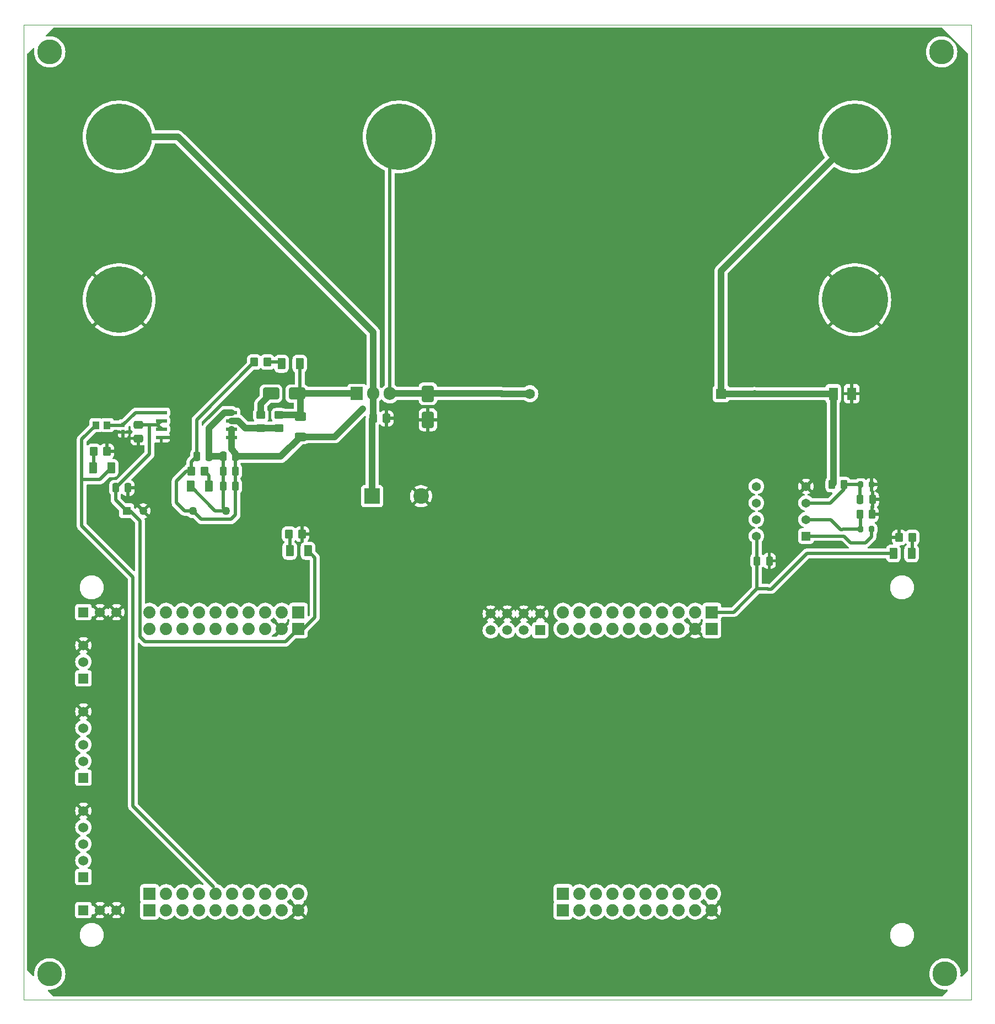
<source format=gbr>
%TF.GenerationSoftware,KiCad,Pcbnew,8.0.7*%
%TF.CreationDate,2025-03-06T08:49:02-05:00*%
%TF.ProjectId,BuckConverter,4275636b-436f-46e7-9665-727465722e6b,rev?*%
%TF.SameCoordinates,Original*%
%TF.FileFunction,Copper,L1,Top*%
%TF.FilePolarity,Positive*%
%FSLAX46Y46*%
G04 Gerber Fmt 4.6, Leading zero omitted, Abs format (unit mm)*
G04 Created by KiCad (PCBNEW 8.0.7) date 2025-03-06 08:49:02*
%MOMM*%
%LPD*%
G01*
G04 APERTURE LIST*
G04 Aperture macros list*
%AMRoundRect*
0 Rectangle with rounded corners*
0 $1 Rounding radius*
0 $2 $3 $4 $5 $6 $7 $8 $9 X,Y pos of 4 corners*
0 Add a 4 corners polygon primitive as box body*
4,1,4,$2,$3,$4,$5,$6,$7,$8,$9,$2,$3,0*
0 Add four circle primitives for the rounded corners*
1,1,$1+$1,$2,$3*
1,1,$1+$1,$4,$5*
1,1,$1+$1,$6,$7*
1,1,$1+$1,$8,$9*
0 Add four rect primitives between the rounded corners*
20,1,$1+$1,$2,$3,$4,$5,0*
20,1,$1+$1,$4,$5,$6,$7,0*
20,1,$1+$1,$6,$7,$8,$9,0*
20,1,$1+$1,$8,$9,$2,$3,0*%
G04 Aperture macros list end*
%TA.AperFunction,SMDPad,CuDef*%
%ADD10RoundRect,0.250000X-0.350000X-0.450000X0.350000X-0.450000X0.350000X0.450000X-0.350000X0.450000X0*%
%TD*%
%TA.AperFunction,ComponentPad*%
%ADD11C,3.800000*%
%TD*%
%TA.AperFunction,SMDPad,CuDef*%
%ADD12RoundRect,0.250000X0.262500X0.450000X-0.262500X0.450000X-0.262500X-0.450000X0.262500X-0.450000X0*%
%TD*%
%TA.AperFunction,SMDPad,CuDef*%
%ADD13RoundRect,0.250000X0.450000X-0.350000X0.450000X0.350000X-0.450000X0.350000X-0.450000X-0.350000X0*%
%TD*%
%TA.AperFunction,ComponentPad*%
%ADD14R,2.400000X2.400000*%
%TD*%
%TA.AperFunction,ComponentPad*%
%ADD15C,2.400000*%
%TD*%
%TA.AperFunction,SMDPad,CuDef*%
%ADD16RoundRect,0.250000X-0.375000X-0.625000X0.375000X-0.625000X0.375000X0.625000X-0.375000X0.625000X0*%
%TD*%
%TA.AperFunction,SMDPad,CuDef*%
%ADD17RoundRect,0.250000X-0.250000X-0.475000X0.250000X-0.475000X0.250000X0.475000X-0.250000X0.475000X0*%
%TD*%
%TA.AperFunction,ComponentPad*%
%ADD18R,1.574800X1.574800*%
%TD*%
%TA.AperFunction,ComponentPad*%
%ADD19C,1.574800*%
%TD*%
%TA.AperFunction,ComponentPad*%
%ADD20C,10.160000*%
%TD*%
%TA.AperFunction,SMDPad,CuDef*%
%ADD21R,0.609600X0.762000*%
%TD*%
%TA.AperFunction,SMDPad,CuDef*%
%ADD22RoundRect,0.250000X-0.625000X0.400000X-0.625000X-0.400000X0.625000X-0.400000X0.625000X0.400000X0*%
%TD*%
%TA.AperFunction,SMDPad,CuDef*%
%ADD23RoundRect,0.250000X0.375000X0.625000X-0.375000X0.625000X-0.375000X-0.625000X0.375000X-0.625000X0*%
%TD*%
%TA.AperFunction,SMDPad,CuDef*%
%ADD24R,1.370000X1.910000*%
%TD*%
%TA.AperFunction,ComponentPad*%
%ADD25R,1.879600X1.879600*%
%TD*%
%TA.AperFunction,ComponentPad*%
%ADD26C,1.879600*%
%TD*%
%TA.AperFunction,ComponentPad*%
%ADD27R,1.524000X1.524000*%
%TD*%
%TA.AperFunction,ComponentPad*%
%ADD28C,1.524000*%
%TD*%
%TA.AperFunction,ComponentPad*%
%ADD29R,1.500000X1.500000*%
%TD*%
%TA.AperFunction,ComponentPad*%
%ADD30C,1.500000*%
%TD*%
%TA.AperFunction,SMDPad,CuDef*%
%ADD31RoundRect,0.200000X-0.200000X-0.275000X0.200000X-0.275000X0.200000X0.275000X-0.200000X0.275000X0*%
%TD*%
%TA.AperFunction,SMDPad,CuDef*%
%ADD32RoundRect,0.250000X-0.650000X1.000000X-0.650000X-1.000000X0.650000X-1.000000X0.650000X1.000000X0*%
%TD*%
%TA.AperFunction,SMDPad,CuDef*%
%ADD33R,1.701800X0.558800*%
%TD*%
%TA.AperFunction,SMDPad,CuDef*%
%ADD34RoundRect,0.250000X0.350000X0.450000X-0.350000X0.450000X-0.350000X-0.450000X0.350000X-0.450000X0*%
%TD*%
%TA.AperFunction,SMDPad,CuDef*%
%ADD35RoundRect,0.250000X-0.475000X0.337500X-0.475000X-0.337500X0.475000X-0.337500X0.475000X0.337500X0*%
%TD*%
%TA.AperFunction,ComponentPad*%
%ADD36R,1.371600X1.371600*%
%TD*%
%TA.AperFunction,ComponentPad*%
%ADD37C,1.371600*%
%TD*%
%TA.AperFunction,ComponentPad*%
%ADD38R,1.270000X1.270000*%
%TD*%
%TA.AperFunction,ComponentPad*%
%ADD39C,1.270000*%
%TD*%
%TA.AperFunction,SMDPad,CuDef*%
%ADD40RoundRect,0.250000X0.250000X0.475000X-0.250000X0.475000X-0.250000X-0.475000X0.250000X-0.475000X0*%
%TD*%
%TA.AperFunction,SMDPad,CuDef*%
%ADD41RoundRect,0.250000X-0.337500X-0.475000X0.337500X-0.475000X0.337500X0.475000X-0.337500X0.475000X0*%
%TD*%
%TA.AperFunction,SMDPad,CuDef*%
%ADD42RoundRect,0.250000X-1.000000X-0.650000X1.000000X-0.650000X1.000000X0.650000X-1.000000X0.650000X0*%
%TD*%
%TA.AperFunction,ComponentPad*%
%ADD43R,1.905000X2.000000*%
%TD*%
%TA.AperFunction,ComponentPad*%
%ADD44O,1.905000X2.000000*%
%TD*%
%TA.AperFunction,SMDPad,CuDef*%
%ADD45R,1.016000X1.193800*%
%TD*%
%TA.AperFunction,ViaPad*%
%ADD46C,0.600000*%
%TD*%
%TA.AperFunction,Conductor*%
%ADD47C,0.200000*%
%TD*%
%TA.AperFunction,Conductor*%
%ADD48C,0.500000*%
%TD*%
%TA.AperFunction,Conductor*%
%ADD49C,1.000000*%
%TD*%
%TA.AperFunction,Profile*%
%ADD50C,0.050000*%
%TD*%
G04 APERTURE END LIST*
D10*
%TO.P,R6,1*%
%TO.N,Net-(D3-K)*%
X58762000Y-113518000D03*
%TO.P,R6,2*%
%TO.N,GND*%
X60762000Y-113518000D03*
%TD*%
D11*
%TO.P,REF\u002A\u002A,1*%
%TO.N,N/C*%
X159500000Y-181000000D03*
%TD*%
D12*
%TO.P,R4,1*%
%TO.N,Net-(U1-1IN+)*%
X143986500Y-105898000D03*
%TO.P,R4,2*%
%TO.N,/VOUT*%
X142161500Y-105898000D03*
%TD*%
D13*
%TO.P,R10,1*%
%TO.N,/GD/GD_PWM*%
X57222000Y-97246000D03*
%TO.P,R10,2*%
%TO.N,/VG*%
X57222000Y-95246000D03*
%TD*%
D14*
%TO.P,C3,1*%
%TO.N,/PowerStage/VIN*%
X71524220Y-107676000D03*
D15*
%TO.P,C3,2*%
%TO.N,GND*%
X79024220Y-107676000D03*
%TD*%
D16*
%TO.P,D3,1,K*%
%TO.N,Net-(D3-K)*%
X58870000Y-116058000D03*
%TO.P,D3,2,A*%
%TO.N,+5V*%
X61670000Y-116058000D03*
%TD*%
D17*
%TO.P,C10,1*%
%TO.N,/GD/ISO_12*%
X48652000Y-101580000D03*
%TO.P,C10,2*%
%TO.N,/VSW*%
X50552000Y-101580000D03*
%TD*%
D11*
%TO.P,REF\u002A\u002A,1*%
%TO.N,N/C*%
X22000000Y-39500000D03*
%TD*%
D18*
%TO.P,L1,1,1*%
%TO.N,/VOUT*%
X125120400Y-91948000D03*
D19*
%TO.P,L1,2,2*%
%TO.N,/VSW*%
X95758000Y-91948000D03*
%TD*%
D20*
%TO.P,J4,1,Pin_1*%
%TO.N,GND*%
X32660000Y-77534000D03*
%TD*%
D17*
%TO.P,C12,1*%
%TO.N,/GD/ISO_12*%
X48652000Y-106152000D03*
%TO.P,C12,2*%
%TO.N,/VSW*%
X50552000Y-106152000D03*
%TD*%
D20*
%TO.P,J2,1,Pin_1*%
%TO.N,GND*%
X145660000Y-77534000D03*
%TD*%
D11*
%TO.P,REF\u002A\u002A,1*%
%TO.N,N/C*%
X159000000Y-39500000D03*
%TD*%
D21*
%TO.P,C9,1*%
%TO.N,/GD/PWM_FILT*%
X33274000Y-96748600D03*
%TO.P,C9,2*%
%TO.N,GND*%
X33274000Y-97815400D03*
%TD*%
D12*
%TO.P,R1,1*%
%TO.N,GND*%
X148304500Y-110470000D03*
%TO.P,R1,2*%
%TO.N,Net-(U1-1IN-)*%
X146479500Y-110470000D03*
%TD*%
D22*
%TO.P,R12,1*%
%TO.N,/VG*%
X60524000Y-95458000D03*
%TO.P,R12,2*%
%TO.N,/VSW*%
X60524000Y-98558000D03*
%TD*%
D17*
%TO.P,C2,1*%
%TO.N,+3.3V*%
X130622000Y-117602000D03*
%TO.P,C2,2*%
%TO.N,GND*%
X132522000Y-117602000D03*
%TD*%
D23*
%TO.P,D4,1,K*%
%TO.N,Net-(D4-K)*%
X154380000Y-116464000D03*
%TO.P,D4,2,A*%
%TO.N,+3.3V*%
X151580000Y-116464000D03*
%TD*%
D20*
%TO.P,J3,1,Pin_1*%
%TO.N,/VOUT*%
X145660000Y-52534000D03*
%TD*%
D24*
%TO.P,C5,1*%
%TO.N,/VOUT*%
X142343000Y-91948000D03*
%TO.P,C5,2*%
%TO.N,GND*%
X145185000Y-91948000D03*
%TD*%
D20*
%TO.P,J1,1,Pin_1*%
%TO.N,/PowerStage/VIN*%
X32660000Y-52534000D03*
%TD*%
D25*
%TO.P,U2,J1_1,3.3V_J1*%
%TO.N,+3.3V*%
X123698000Y-125476000D03*
D26*
%TO.P,U2,J1_2,GPIO32*%
%TO.N,unconnected-(U2A-GPIO32-PadJ1_2)*%
X121158000Y-125476000D03*
%TO.P,U2,J1_3,GPIO19/SCIRXDB*%
%TO.N,unconnected-(U2A-GPIO19{slash}SCIRXDB-PadJ1_3)*%
X118618000Y-125476000D03*
%TO.P,U2,J1_4,GPIO18/SCITXDB*%
%TO.N,unconnected-(U2A-GPIO18{slash}SCITXDB-PadJ1_4)*%
X116078000Y-125476000D03*
%TO.P,U2,J1_5,GPIO67*%
%TO.N,unconnected-(U2A-GPIO67-PadJ1_5)*%
X113538000Y-125476000D03*
%TO.P,U2,J1_6,GPIO111*%
%TO.N,unconnected-(U2A-GPIO111-PadJ1_6)*%
X110998000Y-125476000D03*
%TO.P,U2,J1_7,GPIO60/SPICLKA*%
%TO.N,unconnected-(U2A-GPIO60{slash}SPICLKA-PadJ1_7)*%
X108458000Y-125476000D03*
%TO.P,U2,J1_8,GPIO22*%
%TO.N,unconnected-(U2A-GPIO22-PadJ1_8)*%
X105918000Y-125476000D03*
%TO.P,U2,J1_9,GPIO105/I2CSCLA*%
%TO.N,unconnected-(U2A-GPIO105{slash}I2CSCLA-PadJ1_9)*%
X103378000Y-125476000D03*
%TO.P,U2,J1_10,GPIO104/I2CSDAA*%
%TO.N,unconnected-(U2A-GPIO104{slash}I2CSDAA-PadJ1_10)*%
X100838000Y-125476000D03*
D25*
%TO.P,U2,J2_1,GPIO29/OPXBAR6*%
%TO.N,unconnected-(U2B-GPIO29{slash}OPXBAR6-PadJ2_1)*%
X100838000Y-171196000D03*
D26*
%TO.P,U2,J2_2,GPIO125/SD1CLK2*%
%TO.N,unconnected-(U2B-GPIO125{slash}SD1CLK2-PadJ2_2)*%
X103378000Y-171196000D03*
%TO.P,U2,J2_3,GPIO124/SD1D2*%
%TO.N,unconnected-(U2B-GPIO124{slash}SD1D2-PadJ2_3)*%
X105918000Y-171196000D03*
%TO.P,U2,J2_4,GPIO59/SPIAMISO*%
%TO.N,unconnected-(U2B-GPIO59{slash}SPIAMISO-PadJ2_4)*%
X108458000Y-171196000D03*
%TO.P,U2,J2_5,GPIO58/SPIAMOSI*%
%TO.N,unconnected-(U2B-GPIO58{slash}SPIAMOSI-PadJ2_5)*%
X110998000Y-171196000D03*
%TO.P,U2,J2_6,~{RESET_J2}*%
%TO.N,unconnected-(U2B-~{RESET_J2}-PadJ2_6)*%
X113538000Y-171196000D03*
%TO.P,U2,J2_7,GPIO122/SD1D1*%
%TO.N,unconnected-(U2B-GPIO122{slash}SD1D1-PadJ2_7)*%
X116078000Y-171196000D03*
%TO.P,U2,J2_8,GPIO123/SD1CLK1*%
%TO.N,unconnected-(U2B-GPIO123{slash}SD1CLK1-PadJ2_8)*%
X118618000Y-171196000D03*
%TO.P,U2,J2_9,GPIO61/SPIACS*%
%TO.N,unconnected-(U2B-GPIO61{slash}SPIACS-PadJ2_9)*%
X121158000Y-171196000D03*
%TO.P,U2,J2_10,GND_J2*%
%TO.N,GND*%
X123698000Y-171196000D03*
D25*
%TO.P,U2,J3_1,+5V_J3*%
%TO.N,unconnected-(U2C-+5V_J3-PadJ3_1)*%
X123698000Y-128016000D03*
D26*
%TO.P,U2,J3_2,GND_J3*%
%TO.N,GND*%
X121158000Y-128016000D03*
%TO.P,U2,J3_3,ADCIN14/ANALOGIN*%
%TO.N,/VFILT*%
X118618000Y-128016000D03*
%TO.P,U2,J3_4,ADCINC3/ANALOGIN*%
%TO.N,unconnected-(U2C-ADCINC3{slash}ANALOGIN-PadJ3_4)*%
X116078000Y-128016000D03*
%TO.P,U2,J3_5,ADCINB3/ANALOGIN*%
%TO.N,unconnected-(U2C-ADCINB3{slash}ANALOGIN-PadJ3_5)*%
X113538000Y-128016000D03*
%TO.P,U2,J3_6,ADCINA3/ANALOGIN*%
%TO.N,unconnected-(U2C-ADCINA3{slash}ANALOGIN-PadJ3_6)*%
X110998000Y-128016000D03*
%TO.P,U2,J3_7,ADCINC2/ANALOGIN*%
%TO.N,unconnected-(U2C-ADCINC2{slash}ANALOGIN-PadJ3_7)*%
X108458000Y-128016000D03*
%TO.P,U2,J3_8,ADCINB2/ANALOGIN*%
%TO.N,unconnected-(U2C-ADCINB2{slash}ANALOGIN-PadJ3_8)*%
X105918000Y-128016000D03*
%TO.P,U2,J3_9,ADCINA2/ANALOGIN*%
%TO.N,unconnected-(U2C-ADCINA2{slash}ANALOGIN-PadJ3_9)*%
X103378000Y-128016000D03*
%TO.P,U2,J3_10,ADCINA0/ANALOGIN(DACA)*%
%TO.N,unconnected-(U2C-ADCINA0{slash}ANALOGIN(DACA)-PadJ3_10)*%
X100838000Y-128016000D03*
D25*
%TO.P,U2,J4_1,PWM/BASED/DAC2*%
%TO.N,unconnected-(U2D-PWM{slash}BASED{slash}DAC2-PadJ4_1)*%
X100838000Y-168656000D03*
D26*
%TO.P,U2,J4_2,PWM/BASED/DAC1*%
%TO.N,unconnected-(U2D-PWM{slash}BASED{slash}DAC1-PadJ4_2)*%
X103378000Y-168656000D03*
%TO.P,U2,J4_3,GPIO16/OPXBAR7*%
%TO.N,unconnected-(U2D-GPIO16{slash}OPXBAR7-PadJ4_3)*%
X105918000Y-168656000D03*
%TO.P,U2,J4_4,GPIO24/OPXBAR1*%
%TO.N,unconnected-(U2D-GPIO24{slash}OPXBAR1-PadJ4_4)*%
X108458000Y-168656000D03*
%TO.P,U2,J4_5,GPIO5/PWMOUT3B*%
%TO.N,unconnected-(U2D-GPIO5{slash}PWMOUT3B-PadJ4_5)*%
X110998000Y-168656000D03*
%TO.P,U2,J4_6,GPIO4/PWMOUT3A*%
%TO.N,unconnected-(U2D-GPIO4{slash}PWMOUT3A-PadJ4_6)*%
X113538000Y-168656000D03*
%TO.P,U2,J4_7,GPIO3/PWMOUT2B*%
%TO.N,unconnected-(U2D-GPIO3{slash}PWMOUT2B-PadJ4_7)*%
X116078000Y-168656000D03*
%TO.P,U2,J4_8,GPIO2//PWMOUT2A*%
%TO.N,unconnected-(U2D-GPIO2{slash}{slash}PWMOUT2A-PadJ4_8)*%
X118618000Y-168656000D03*
%TO.P,U2,J4_9,GPIO1/PWMOUT1B*%
%TO.N,unconnected-(U2D-GPIO1{slash}PWMOUT1B-PadJ4_9)*%
X121158000Y-168656000D03*
%TO.P,U2,J4_10,GPIO0/PWMOUT1A*%
%TO.N,unconnected-(U2D-GPIO0{slash}PWMOUT1A-PadJ4_10)*%
X123698000Y-168656000D03*
D25*
%TO.P,U2,J5_1,3.3V_J5*%
%TO.N,unconnected-(U2E-3.3V_J5-PadJ5_1)*%
X60198000Y-125476000D03*
D26*
%TO.P,U2,J5_2,GPIO95*%
%TO.N,unconnected-(U2E-GPIO95-PadJ5_2)*%
X57658000Y-125476000D03*
%TO.P,U2,J5_3,GPIO139/SCICRX*%
%TO.N,unconnected-(U2E-GPIO139{slash}SCICRX-PadJ5_3)*%
X55118000Y-125476000D03*
%TO.P,U2,J5_4,GPIO56/SCICIX*%
%TO.N,unconnected-(U2E-GPIO56{slash}SCICIX-PadJ5_4)*%
X52578000Y-125476000D03*
%TO.P,U2,J5_5,GPIO97*%
%TO.N,unconnected-(U2E-GPIO97-PadJ5_5)*%
X50038000Y-125476000D03*
%TO.P,U2,J5_6,GPIO94*%
%TO.N,unconnected-(U2E-GPIO94-PadJ5_6)*%
X47498000Y-125476000D03*
%TO.P,U2,J5_7,GPIO65/SPIBCLK*%
%TO.N,unconnected-(U2E-GPIO65{slash}SPIBCLK-PadJ5_7)*%
X44958000Y-125476000D03*
%TO.P,U2,J5_8,GPIO52*%
%TO.N,unconnected-(U2E-GPIO52-PadJ5_8)*%
X42418000Y-125476000D03*
%TO.P,U2,J5_9,GPIO41/I2CSCLB/J5*%
%TO.N,unconnected-(U2E-GPIO41{slash}I2CSCLB{slash}J5-PadJ5_9)*%
X39878000Y-125476000D03*
%TO.P,U2,J5_10,GPIO40/I2CSDAB/J5*%
%TO.N,unconnected-(U2E-GPIO40{slash}I2CSDAB{slash}J5-PadJ5_10)*%
X37338000Y-125476000D03*
D25*
%TO.P,U2,J6_1,GPIO25/OPXBAR2*%
%TO.N,unconnected-(U2F-GPIO25{slash}OPXBAR2-PadJ6_1)*%
X37338000Y-171196000D03*
D26*
%TO.P,U2,J6_2,GPIO27/SD2CLK2*%
%TO.N,unconnected-(U2F-GPIO27{slash}SD2CLK2-PadJ6_2)*%
X39878000Y-171196000D03*
%TO.P,U2,J6_3,GPIO26/SD2D2*%
%TO.N,unconnected-(U2F-GPIO26{slash}SD2D2-PadJ6_3)*%
X42418000Y-171196000D03*
%TO.P,U2,J6_4,GPIO64/SPIBMISO*%
%TO.N,unconnected-(U2F-GPIO64{slash}SPIBMISO-PadJ6_4)*%
X44958000Y-171196000D03*
%TO.P,U2,J6_5,GPIO63/SPIBMOSI*%
%TO.N,unconnected-(U2F-GPIO63{slash}SPIBMOSI-PadJ6_5)*%
X47498000Y-171196000D03*
%TO.P,U2,J6_6,~{RESET_J6}*%
%TO.N,unconnected-(U2F-~{RESET_J6}-PadJ6_6)*%
X50038000Y-171196000D03*
%TO.P,U2,J6_7,GPIO130/SD2D1*%
%TO.N,unconnected-(U2F-GPIO130{slash}SD2D1-PadJ6_7)*%
X52578000Y-171196000D03*
%TO.P,U2,J6_8,GPIO131/SD2CLK1*%
%TO.N,unconnected-(U2F-GPIO131{slash}SD2CLK1-PadJ6_8)*%
X55118000Y-171196000D03*
%TO.P,U2,J6_9,GPIO66/SPIBCS*%
%TO.N,unconnected-(U2F-GPIO66{slash}SPIBCS-PadJ6_9)*%
X57658000Y-171196000D03*
%TO.P,U2,J6_10,GND_J6*%
%TO.N,GND*%
X60198000Y-171196000D03*
D25*
%TO.P,U2,J7_1,+5V_J7*%
%TO.N,+5V*%
X60198000Y-128016000D03*
D26*
%TO.P,U2,J7_2,GND_J7*%
%TO.N,GND*%
X57658000Y-128016000D03*
%TO.P,U2,J7_3,ADCIN15/ANALOGIN*%
%TO.N,unconnected-(U2G-ADCIN15{slash}ANALOGIN-PadJ7_3)*%
X55118000Y-128016000D03*
%TO.P,U2,J7_4,ADCINC5/ANALOGIN*%
%TO.N,unconnected-(U2G-ADCINC5{slash}ANALOGIN-PadJ7_4)*%
X52578000Y-128016000D03*
%TO.P,U2,J7_5,ADCINB5/ANALOGIN*%
%TO.N,unconnected-(U2G-ADCINB5{slash}ANALOGIN-PadJ7_5)*%
X50038000Y-128016000D03*
%TO.P,U2,J7_6,ADCINA5/ANALOGIN*%
%TO.N,unconnected-(U2G-ADCINA5{slash}ANALOGIN-PadJ7_6)*%
X47498000Y-128016000D03*
%TO.P,U2,J7_7,ADCINC4/ANALOGIN*%
%TO.N,unconnected-(U2G-ADCINC4{slash}ANALOGIN-PadJ7_7)*%
X44958000Y-128016000D03*
%TO.P,U2,J7_8,ADCINB4/ANALOGIN*%
%TO.N,unconnected-(U2G-ADCINB4{slash}ANALOGIN-PadJ7_8)*%
X42418000Y-128016000D03*
%TO.P,U2,J7_9,ADCINA4/ANALOGIN*%
%TO.N,unconnected-(U2G-ADCINA4{slash}ANALOGIN-PadJ7_9)*%
X39878000Y-128016000D03*
%TO.P,U2,J7_10,ADCINA1/ANALOGIN(DACB)*%
%TO.N,unconnected-(U2G-ADCINA1{slash}ANALOGIN(DACB)-PadJ7_10)*%
X37338000Y-128016000D03*
D25*
%TO.P,U2,J8_1,PWM/BASED/DAC4*%
%TO.N,unconnected-(U2H-PWM{slash}BASED{slash}DAC4-PadJ8_1)*%
X37338000Y-168656000D03*
D26*
%TO.P,U2,J8_2,PWM/BASED/DAC3*%
%TO.N,unconnected-(U2H-PWM{slash}BASED{slash}DAC3-PadJ8_2)*%
X39878000Y-168656000D03*
%TO.P,U2,J8_3,GPIO15/OPXBAR4*%
%TO.N,unconnected-(U2H-GPIO15{slash}OPXBAR4-PadJ8_3)*%
X42418000Y-168656000D03*
%TO.P,U2,J8_4,GPIO14/OPXBAR3*%
%TO.N,unconnected-(U2H-GPIO14{slash}OPXBAR3-PadJ8_4)*%
X44958000Y-168656000D03*
%TO.P,U2,J8_5,GPIO11/PWMOUT6B*%
%TO.N,/PWM*%
X47498000Y-168656000D03*
%TO.P,U2,J8_6,GPIO10/PWMOUT6A*%
%TO.N,unconnected-(U2H-GPIO10{slash}PWMOUT6A-PadJ8_6)*%
X50038000Y-168656000D03*
%TO.P,U2,J8_7,GPIO9/PWMOUT5B*%
%TO.N,unconnected-(U2H-GPIO9{slash}PWMOUT5B-PadJ8_7)*%
X52578000Y-168656000D03*
%TO.P,U2,J8_8,GPIO8/PWMOUT5A*%
%TO.N,unconnected-(U2H-GPIO8{slash}PWMOUT5A-PadJ8_8)*%
X55118000Y-168656000D03*
%TO.P,U2,J8_9,GPIO7/PWMOUT4B*%
%TO.N,unconnected-(U2H-GPIO7{slash}PWMOUT4B-PadJ8_9)*%
X57658000Y-168656000D03*
%TO.P,U2,J8_10,GPIO6/PWMOUT4A*%
%TO.N,unconnected-(U2H-GPIO6{slash}PWMOUT4A-PadJ8_10)*%
X60198000Y-168656000D03*
D27*
%TO.P,U2,J10_1,+3V_J10*%
%TO.N,unconnected-(U2I-+3V_J10-PadJ10_1)*%
X27178000Y-171196000D03*
D28*
%TO.P,U2,J10_2,GND_J10*%
%TO.N,GND*%
X29718000Y-171196000D03*
%TO.P,U2,J10_3,GND_J10__1*%
X32258000Y-171196000D03*
D27*
%TO.P,U2,J12_1,CANH*%
%TO.N,unconnected-(U2J-CANH-PadJ12_1)*%
X27178000Y-135636000D03*
D28*
%TO.P,U2,J12_2,CANL*%
%TO.N,unconnected-(U2J-CANL-PadJ12_2)*%
X27178000Y-133096000D03*
%TO.P,U2,J12_3,GND_J12*%
%TO.N,GND*%
X27178000Y-130556000D03*
D27*
%TO.P,U2,J14_1,EQEP1A*%
%TO.N,unconnected-(U2K-EQEP1A-PadJ14_1)*%
X27178000Y-166116000D03*
D28*
%TO.P,U2,J14_2,EQEP1B*%
%TO.N,unconnected-(U2K-EQEP1B-PadJ14_2)*%
X27178000Y-163576000D03*
%TO.P,U2,J14_3,EQEP1I*%
%TO.N,unconnected-(U2K-EQEP1I-PadJ14_3)*%
X27178000Y-161036000D03*
%TO.P,U2,J14_4,+5V_J14*%
%TO.N,unconnected-(U2K-+5V_J14-PadJ14_4)*%
X27178000Y-158496000D03*
%TO.P,U2,J14_5,GND_J14*%
%TO.N,GND*%
X27178000Y-155956000D03*
D27*
%TO.P,U2,J15_1,EQEP2A*%
%TO.N,unconnected-(U2L-EQEP2A-PadJ15_1)*%
X27178000Y-150876000D03*
D28*
%TO.P,U2,J15_2,EQEP2B*%
%TO.N,unconnected-(U2L-EQEP2B-PadJ15_2)*%
X27178000Y-148336000D03*
%TO.P,U2,J15_3,EQEP2I*%
%TO.N,unconnected-(U2L-EQEP2I-PadJ15_3)*%
X27178000Y-145796000D03*
%TO.P,U2,J15_4,+5V_J15*%
%TO.N,unconnected-(U2L-+5V_J15-PadJ15_4)*%
X27178000Y-143256000D03*
%TO.P,U2,J15_5,GND_J15*%
%TO.N,GND*%
X27178000Y-140716000D03*
D27*
%TO.P,U2,J16_1,+5V_J16*%
%TO.N,unconnected-(U2N-+5V_J16-PadJ16_1)*%
X27178000Y-125476000D03*
D28*
%TO.P,U2,J16_2,GND_J16*%
%TO.N,GND*%
X29718000Y-125476000D03*
%TO.P,U2,J16_3,GND_J16__1*%
X32258000Y-125476000D03*
D29*
%TO.P,U2,J21_1,ADCIND0*%
%TO.N,unconnected-(U2M-ADCIND0-PadJ21_1)*%
X97354000Y-128250000D03*
D30*
%TO.P,U2,J21_2,TP21/GND*%
%TO.N,GND*%
X97354000Y-125710000D03*
%TO.P,U2,J21_3,ADCIND1*%
%TO.N,unconnected-(U2M-ADCIND1-PadJ21_3)*%
X94814000Y-128250000D03*
%TO.P,U2,J21_4,TP22/GND*%
%TO.N,GND*%
X94814000Y-125710000D03*
%TO.P,U2,J21_5,ADCIND2*%
%TO.N,unconnected-(U2M-ADCIND2-PadJ21_5)*%
X92274000Y-128250000D03*
%TO.P,U2,J21_6,TP23/GND*%
%TO.N,GND*%
X92274000Y-125710000D03*
%TO.P,U2,J21_7,ADCIND3*%
%TO.N,unconnected-(U2M-ADCIND3-PadJ21_7)*%
X89734000Y-128250000D03*
%TO.P,U2,J21_8,TP24/GND*%
%TO.N,GND*%
X89734000Y-125710000D03*
%TD*%
D31*
%TO.P,R2,1*%
%TO.N,Net-(U1-1IN-)*%
X146567000Y-112756000D03*
%TO.P,R2,2*%
%TO.N,/LPF/VFLIT*%
X148217000Y-112756000D03*
%TD*%
D10*
%TO.P,R8,1*%
%TO.N,Net-(D5-K)*%
X28790000Y-100818000D03*
%TO.P,R8,2*%
%TO.N,GND*%
X30790000Y-100818000D03*
%TD*%
D17*
%TO.P,C11,1*%
%TO.N,/GD/ISO_12*%
X48652000Y-103866000D03*
%TO.P,C11,2*%
%TO.N,/VSW*%
X50552000Y-103866000D03*
%TD*%
D32*
%TO.P,D1,1,K*%
%TO.N,/VSW*%
X80082000Y-91960000D03*
%TO.P,D1,2,A*%
%TO.N,GND*%
X80082000Y-95960000D03*
%TD*%
D13*
%TO.P,R11,1*%
%TO.N,/GD/GD_PWM*%
X54428000Y-97246000D03*
%TO.P,R11,2*%
%TO.N,Net-(D6-K)*%
X54428000Y-95246000D03*
%TD*%
D33*
%TO.P,U3,1,IN*%
%TO.N,/GD/PWM_FILT*%
X39137200Y-94849000D03*
%TO.P,U3,2,VCCI*%
%TO.N,+5V*%
X39137200Y-96119000D03*
%TO.P,U3,3,VCCI*%
X39137200Y-97389000D03*
%TO.P,U3,4,GND*%
%TO.N,GND*%
X39137200Y-98659000D03*
%TO.P,U3,5,VSS*%
%TO.N,/VSW*%
X49906800Y-98659000D03*
%TO.P,U3,6,VSS*%
X49906800Y-97389000D03*
%TO.P,U3,7,OUT*%
%TO.N,/GD/GD_PWM*%
X49906800Y-96119000D03*
%TO.P,U3,8,VDD*%
%TO.N,/GD/ISO_12*%
X49906800Y-94849000D03*
%TD*%
D34*
%TO.P,R7,1*%
%TO.N,Net-(D4-K)*%
X154488000Y-114026000D03*
%TO.P,R7,2*%
%TO.N,GND*%
X152488000Y-114026000D03*
%TD*%
D35*
%TO.P,C8,1*%
%TO.N,+5V*%
X35632000Y-96732500D03*
%TO.P,C8,2*%
%TO.N,GND*%
X35632000Y-98807500D03*
%TD*%
D34*
%TO.P,R13,1*%
%TO.N,Net-(D7-K)*%
X55428000Y-87102000D03*
%TO.P,R13,2*%
%TO.N,/VSW*%
X53428000Y-87102000D03*
%TD*%
D16*
%TO.P,D7,1,K*%
%TO.N,Net-(D7-K)*%
X57600000Y-87356000D03*
%TO.P,D7,2,A*%
%TO.N,/VG*%
X60400000Y-87356000D03*
%TD*%
D36*
%TO.P,U1,1,1OUT*%
%TO.N,/LPF/VFLIT*%
X138176000Y-113792000D03*
D37*
%TO.P,U1,2,1IN-*%
%TO.N,Net-(U1-1IN-)*%
X138176000Y-111252000D03*
%TO.P,U1,3,1IN+*%
%TO.N,Net-(U1-1IN+)*%
X138176000Y-108712000D03*
%TO.P,U1,4,GND*%
%TO.N,GND*%
X138176000Y-106172000D03*
%TO.P,U1,5,2IN+*%
%TO.N,unconnected-(U1-2IN+-Pad5)*%
X130556000Y-106172000D03*
%TO.P,U1,6,2IN-*%
%TO.N,unconnected-(U1-2IN--Pad6)*%
X130556000Y-108712000D03*
%TO.P,U1,7,2OUT*%
%TO.N,unconnected-(U1-2OUT-Pad7)*%
X130556000Y-111252000D03*
%TO.P,U1,8,VCC*%
%TO.N,+3.3V*%
X130556000Y-113792000D03*
%TD*%
D16*
%TO.P,D5,1,K*%
%TO.N,Net-(D5-K)*%
X28644000Y-103358000D03*
%TO.P,D5,2,A*%
%TO.N,/PWM*%
X31444000Y-103358000D03*
%TD*%
D38*
%TO.P,U4,1,+VIN(VCC)*%
%TO.N,+5V*%
X33824000Y-109919000D03*
D39*
%TO.P,U4,2,-VIN(GGND)*%
%TO.N,GND*%
X36364000Y-109919000D03*
%TO.P,U4,5,-VOUT*%
%TO.N,/VSW*%
X43984000Y-109919000D03*
%TO.P,U4,7,+VOUT*%
%TO.N,/GD/ISO_12*%
X49064000Y-109919000D03*
%TD*%
D40*
%TO.P,C7,1*%
%TO.N,/GD/ISO_12*%
X46488000Y-101580000D03*
%TO.P,C7,2*%
%TO.N,/VSW*%
X44588000Y-101580000D03*
%TD*%
D23*
%TO.P,D2,1,K*%
%TO.N,Net-(D2-K)*%
X46430000Y-106152000D03*
%TO.P,D2,2,A*%
%TO.N,/GD/ISO_12*%
X43630000Y-106152000D03*
%TD*%
D17*
%TO.P,C6,1*%
%TO.N,+5V*%
X32142000Y-106406000D03*
%TO.P,C6,2*%
%TO.N,GND*%
X34042000Y-106406000D03*
%TD*%
D11*
%TO.P,REF\u002A\u002A,1*%
%TO.N,N/C*%
X22000000Y-181000000D03*
%TD*%
D17*
%TO.P,C1,1*%
%TO.N,Net-(U1-1IN+)*%
X146479500Y-108184000D03*
%TO.P,C1,2*%
%TO.N,GND*%
X148379500Y-108184000D03*
%TD*%
D41*
%TO.P,C4,1*%
%TO.N,/PowerStage/VIN*%
X71657000Y-95738000D03*
%TO.P,C4,2*%
%TO.N,GND*%
X73732000Y-95738000D03*
%TD*%
D34*
%TO.P,R5,1*%
%TO.N,Net-(D2-K)*%
X45776000Y-103866000D03*
%TO.P,R5,2*%
%TO.N,/VSW*%
X43776000Y-103866000D03*
%TD*%
D42*
%TO.P,D6,1,K*%
%TO.N,Net-(D6-K)*%
X55984000Y-91928000D03*
%TO.P,D6,2,A*%
%TO.N,/VG*%
X59984000Y-91928000D03*
%TD*%
D43*
%TO.P,Q1,1,G*%
%TO.N,/VG*%
X69160000Y-91928000D03*
D44*
%TO.P,Q1,2,D*%
%TO.N,/PowerStage/VIN*%
X71700000Y-91928000D03*
%TO.P,Q1,3,S*%
%TO.N,/VSW*%
X74240000Y-91928000D03*
%TD*%
D45*
%TO.P,R9,1*%
%TO.N,/PWM*%
X29121100Y-96774000D03*
%TO.P,R9,2*%
%TO.N,/GD/PWM_FILT*%
X30822900Y-96774000D03*
%TD*%
D20*
%TO.P,J5,1,Pin_1*%
%TO.N,/VSW*%
X75660000Y-52534000D03*
%TD*%
D31*
%TO.P,R3,1*%
%TO.N,Net-(U1-1IN+)*%
X146567000Y-105898000D03*
%TO.P,R3,2*%
%TO.N,GND*%
X148217000Y-105898000D03*
%TD*%
D46*
%TO.N,GND*%
X34290000Y-100076000D03*
X34036000Y-102108000D03*
X28702000Y-107696000D03*
X33020000Y-114554000D03*
%TO.N,/VSW*%
X70104000Y-94234000D03*
%TD*%
D47*
%TO.N,GND*%
X79574000Y-95738000D02*
X80082000Y-95230000D01*
D48*
%TO.N,+3.3V*%
X130622000Y-113858000D02*
X130556000Y-113792000D01*
X132320000Y-121906000D02*
X130622000Y-121906000D01*
X127052000Y-125476000D02*
X130622000Y-121906000D01*
X132842000Y-121920000D02*
X132334000Y-121920000D01*
X151580000Y-116464000D02*
X138298000Y-116464000D01*
X138298000Y-116464000D02*
X132842000Y-121920000D01*
X130622000Y-121906000D02*
X130622000Y-117602000D01*
X123698000Y-125476000D02*
X127052000Y-125476000D01*
X130622000Y-117602000D02*
X130622000Y-113858000D01*
X132334000Y-121920000D02*
X132320000Y-121906000D01*
D49*
%TO.N,/VOUT*%
X125120400Y-73073600D02*
X125120400Y-91948000D01*
X130246000Y-91928000D02*
X130266000Y-91948000D01*
X142343000Y-91948000D02*
X142343000Y-105716500D01*
X142343000Y-105716500D02*
X142161500Y-105898000D01*
X130266000Y-91948000D02*
X142343000Y-91948000D01*
X145660000Y-52534000D02*
X125120400Y-73073600D01*
X125120400Y-91948000D02*
X130266000Y-91948000D01*
D48*
%TO.N,/LPF/VFLIT*%
X144018000Y-113792000D02*
X145034000Y-114808000D01*
X145034000Y-114808000D02*
X147320000Y-114808000D01*
X147320000Y-114808000D02*
X148217000Y-113911000D01*
X148217000Y-113911000D02*
X148217000Y-112756000D01*
X138176000Y-113792000D02*
X144018000Y-113792000D01*
%TO.N,/GD/PWM_FILT*%
X33248600Y-96774000D02*
X33274000Y-96748600D01*
X33274000Y-96748600D02*
X35173600Y-94849000D01*
X30822900Y-96774000D02*
X33248600Y-96774000D01*
X35173600Y-94849000D02*
X39137200Y-94849000D01*
%TO.N,+5V*%
X38523700Y-96732500D02*
X39137200Y-96119000D01*
X60198000Y-128016000D02*
X60960000Y-128016000D01*
X58186000Y-130028000D02*
X36648000Y-130028000D01*
X34332000Y-109919000D02*
X35886000Y-111473000D01*
X33824000Y-109919000D02*
X34332000Y-109919000D01*
X32142000Y-106406000D02*
X37338000Y-101210000D01*
X35632000Y-96732500D02*
X37338000Y-96732500D01*
X36648000Y-130028000D02*
X35886000Y-129266000D01*
X39137200Y-97346000D02*
X38523700Y-96732500D01*
X33811000Y-109919000D02*
X32142000Y-108250000D01*
X39137200Y-97389000D02*
X39137200Y-97346000D01*
X33824000Y-109919000D02*
X33811000Y-109919000D01*
X37338000Y-96732500D02*
X38523700Y-96732500D01*
X60198000Y-128016000D02*
X58186000Y-130028000D01*
X35886000Y-129266000D02*
X35886000Y-111473000D01*
X62738000Y-117126000D02*
X61670000Y-116058000D01*
X60960000Y-128016000D02*
X62738000Y-126238000D01*
X37338000Y-101210000D02*
X37338000Y-96732500D01*
X62738000Y-126238000D02*
X62738000Y-117126000D01*
X32142000Y-108250000D02*
X32142000Y-106406000D01*
%TO.N,/GD/ISO_12*%
X48652000Y-106152000D02*
X48652000Y-103866000D01*
X48652000Y-103866000D02*
X48652000Y-101580000D01*
X48652000Y-106152000D02*
X48652000Y-109507000D01*
D49*
X48846500Y-94849000D02*
X49906800Y-94849000D01*
X46488000Y-101580000D02*
X46488000Y-97207500D01*
D48*
X48652000Y-109507000D02*
X49064000Y-109919000D01*
D49*
X48652000Y-101580000D02*
X46488000Y-101580000D01*
D48*
X43630000Y-106152000D02*
X47397000Y-109919000D01*
X47397000Y-109919000D02*
X49064000Y-109919000D01*
D49*
X46488000Y-97207500D02*
X48846500Y-94849000D01*
D48*
%TO.N,Net-(D2-K)*%
X46430000Y-106152000D02*
X46430000Y-104520000D01*
X46430000Y-104520000D02*
X45776000Y-103866000D01*
%TO.N,Net-(D3-K)*%
X58870000Y-113626000D02*
X58762000Y-113518000D01*
X58870000Y-116058000D02*
X58870000Y-113626000D01*
%TO.N,Net-(D4-K)*%
X154488000Y-114026000D02*
X154488000Y-116356000D01*
X154488000Y-116356000D02*
X154380000Y-116464000D01*
D49*
%TO.N,/VG*%
X60312000Y-95246000D02*
X60524000Y-95458000D01*
X60524000Y-95458000D02*
X60524000Y-92468000D01*
X59984000Y-91928000D02*
X69160000Y-91928000D01*
D48*
X60400000Y-91512000D02*
X59984000Y-91928000D01*
D49*
X60524000Y-92468000D02*
X59984000Y-91928000D01*
X57222000Y-95246000D02*
X60312000Y-95246000D01*
D48*
X60400000Y-87356000D02*
X60400000Y-91512000D01*
%TO.N,Net-(D5-K)*%
X28790000Y-103212000D02*
X28644000Y-103358000D01*
X28790000Y-100818000D02*
X28790000Y-103212000D01*
%TO.N,/PWM*%
X47172000Y-167614000D02*
X34798000Y-155240000D01*
X26924000Y-105110000D02*
X29692000Y-105110000D01*
X34798000Y-120096000D02*
X26924000Y-112222000D01*
X26924000Y-112222000D02*
X26924000Y-105110000D01*
X26924000Y-105110000D02*
X26924000Y-98971100D01*
X26924000Y-98971100D02*
X29121100Y-96774000D01*
X29692000Y-105110000D02*
X31444000Y-103358000D01*
X34798000Y-155240000D02*
X34798000Y-120096000D01*
D49*
%TO.N,Net-(D6-K)*%
X54428000Y-93484000D02*
X55984000Y-91928000D01*
X54428000Y-95246000D02*
X54428000Y-93484000D01*
D48*
%TO.N,Net-(D7-K)*%
X57346000Y-87102000D02*
X57600000Y-87356000D01*
X55428000Y-87102000D02*
X57346000Y-87102000D01*
D49*
%TO.N,/PowerStage/VIN*%
X71700000Y-82530000D02*
X71700000Y-91928000D01*
X71657000Y-91971000D02*
X71700000Y-91928000D01*
X71524220Y-95870780D02*
X71657000Y-95738000D01*
X71524220Y-107676000D02*
X71524220Y-95870780D01*
X41704000Y-52534000D02*
X71700000Y-82530000D01*
X71657000Y-95738000D02*
X71657000Y-91971000D01*
X32660000Y-52534000D02*
X41704000Y-52534000D01*
D48*
%TO.N,/VSW*%
X42701000Y-109919000D02*
X41474000Y-108692000D01*
D49*
X50552000Y-101580000D02*
X57502000Y-101580000D01*
X50552000Y-101138000D02*
X49906800Y-100492800D01*
X91386000Y-91928000D02*
X91406000Y-91948000D01*
D48*
X41474000Y-105390000D02*
X42998000Y-103866000D01*
X49856000Y-111232000D02*
X45297000Y-111232000D01*
D49*
X80082000Y-91960000D02*
X80622000Y-91960000D01*
D48*
X42998000Y-103866000D02*
X43776000Y-103866000D01*
X43984000Y-109919000D02*
X42701000Y-109919000D01*
D49*
X74240000Y-91928000D02*
X80050000Y-91928000D01*
D48*
X53428000Y-87102000D02*
X44588000Y-95942000D01*
X50552000Y-106152000D02*
X50552000Y-103866000D01*
X50552000Y-110536000D02*
X49856000Y-111232000D01*
D49*
X80050000Y-91928000D02*
X80082000Y-91960000D01*
X80114000Y-91674000D02*
X80082000Y-91706000D01*
D48*
X50552000Y-106152000D02*
X50552000Y-110536000D01*
X44588000Y-95942000D02*
X44588000Y-101580000D01*
X50552000Y-103866000D02*
X50552000Y-101580000D01*
D49*
X65780000Y-98558000D02*
X60524000Y-98558000D01*
D48*
X43776000Y-102392000D02*
X44588000Y-101580000D01*
D49*
X57502000Y-101580000D02*
X60524000Y-98558000D01*
X80622000Y-91960000D02*
X80654000Y-91928000D01*
D48*
X45297000Y-111232000D02*
X43984000Y-109919000D01*
D49*
X80654000Y-91928000D02*
X91386000Y-91928000D01*
D48*
X43776000Y-103866000D02*
X43776000Y-102392000D01*
X41474000Y-108692000D02*
X41474000Y-105390000D01*
X74240000Y-53954000D02*
X75660000Y-52534000D01*
X74240000Y-91928000D02*
X74240000Y-53954000D01*
D49*
X70104000Y-94234000D02*
X65780000Y-98558000D01*
X91406000Y-91948000D02*
X95758000Y-91948000D01*
X49906800Y-100492800D02*
X49906800Y-98659000D01*
X50552000Y-101580000D02*
X50552000Y-101138000D01*
X49906800Y-98659000D02*
X49906800Y-97389000D01*
%TO.N,/GD/GD_PWM*%
X52084700Y-97246000D02*
X54428000Y-97246000D01*
X49906800Y-96119000D02*
X50957700Y-96119000D01*
X54428000Y-97246000D02*
X57222000Y-97246000D01*
X50957700Y-96119000D02*
X52084700Y-97246000D01*
D48*
%TO.N,Net-(U1-1IN+)*%
X146479500Y-105898000D02*
X146479500Y-108184000D01*
X143986500Y-105898000D02*
X146479500Y-105898000D01*
X143986500Y-106598000D02*
X143986500Y-105898000D01*
X141872500Y-108712000D02*
X143986500Y-106598000D01*
X138176000Y-108712000D02*
X141872500Y-108712000D01*
%TO.N,Net-(U1-1IN-)*%
X141986000Y-111252000D02*
X143510000Y-112776000D01*
X138176000Y-111252000D02*
X141986000Y-111252000D01*
X143510000Y-112776000D02*
X143764000Y-112776000D01*
X146567000Y-112756000D02*
X146567000Y-110557500D01*
X146567000Y-110557500D02*
X146479500Y-110470000D01*
X143764000Y-112776000D02*
X143784000Y-112756000D01*
X143784000Y-112756000D02*
X146567000Y-112756000D01*
%TD*%
%TA.AperFunction,Conductor*%
%TO.N,GND*%
G36*
X59009904Y-169479071D02*
G01*
X59031809Y-169504350D01*
X59057506Y-169543682D01*
X59219168Y-169719295D01*
X59359021Y-169828146D01*
X59359427Y-169828462D01*
X59400240Y-169885173D01*
X59403915Y-169954946D01*
X59371006Y-170012610D01*
X59370840Y-170015287D01*
X60062058Y-170706504D01*
X60001919Y-170722619D01*
X59886080Y-170789498D01*
X59791498Y-170884080D01*
X59724619Y-170999919D01*
X59708504Y-171060057D01*
X59018057Y-170369609D01*
X59005366Y-170370925D01*
X58978955Y-170393464D01*
X58909723Y-170402885D01*
X58846388Y-170373381D01*
X58824488Y-170348105D01*
X58798495Y-170308320D01*
X58798494Y-170308318D01*
X58636832Y-170132705D01*
X58496978Y-170023853D01*
X58456166Y-169967143D01*
X58452491Y-169897370D01*
X58487122Y-169836687D01*
X58496979Y-169828146D01*
X58636832Y-169719295D01*
X58798494Y-169543682D01*
X58824191Y-169504350D01*
X58877337Y-169458993D01*
X58946568Y-169449569D01*
X59009904Y-169479071D01*
G37*
%TD.AperFunction*%
%TA.AperFunction,Conductor*%
G36*
X57184619Y-128212081D02*
G01*
X57251498Y-128327920D01*
X57346080Y-128422502D01*
X57461919Y-128489381D01*
X57522058Y-128505495D01*
X56791294Y-129236257D01*
X56790382Y-129235345D01*
X56762327Y-129262882D01*
X56703919Y-129277500D01*
X56197063Y-129277500D01*
X56130024Y-129257815D01*
X56084269Y-129205011D01*
X56074325Y-129135853D01*
X56103350Y-129072297D01*
X56105833Y-129069517D01*
X56117469Y-129056877D01*
X56258494Y-128903682D01*
X56284489Y-128863892D01*
X56337634Y-128818536D01*
X56406865Y-128809112D01*
X56470201Y-128838613D01*
X56473020Y-128841867D01*
X56478057Y-128842389D01*
X57168504Y-128151941D01*
X57184619Y-128212081D01*
G37*
%TD.AperFunction*%
%TA.AperFunction,Conductor*%
G36*
X58740326Y-126550600D02*
G01*
X58790651Y-126599068D01*
X58799136Y-126617196D01*
X58814402Y-126658128D01*
X58814405Y-126658134D01*
X58824554Y-126671691D01*
X58848970Y-126737155D01*
X58834117Y-126805428D01*
X58824554Y-126820309D01*
X58814405Y-126833865D01*
X58814402Y-126833871D01*
X58764108Y-126968717D01*
X58757701Y-127028316D01*
X58757701Y-127028323D01*
X58757700Y-127028335D01*
X58757700Y-127218491D01*
X58738015Y-127285530D01*
X58721381Y-127306172D01*
X58147495Y-127880058D01*
X58131381Y-127819919D01*
X58064502Y-127704080D01*
X57969920Y-127609498D01*
X57854081Y-127542619D01*
X57793941Y-127526504D01*
X58485159Y-126835287D01*
X58484685Y-126827653D01*
X58455757Y-126787456D01*
X58452085Y-126717683D01*
X58486718Y-126657000D01*
X58496559Y-126648473D01*
X58606794Y-126562674D01*
X58671786Y-126537033D01*
X58740326Y-126550600D01*
G37*
%TD.AperFunction*%
%TA.AperFunction,Conductor*%
G36*
X56469904Y-126299071D02*
G01*
X56491809Y-126324350D01*
X56517506Y-126363682D01*
X56679168Y-126539295D01*
X56798812Y-126632417D01*
X56819427Y-126648462D01*
X56860240Y-126705173D01*
X56863915Y-126774946D01*
X56831006Y-126832610D01*
X56830840Y-126835287D01*
X57522058Y-127526504D01*
X57461919Y-127542619D01*
X57346080Y-127609498D01*
X57251498Y-127704080D01*
X57184619Y-127819919D01*
X57168504Y-127880057D01*
X56478057Y-127189609D01*
X56465366Y-127190925D01*
X56438955Y-127213464D01*
X56369723Y-127222885D01*
X56306388Y-127193381D01*
X56284488Y-127168105D01*
X56284192Y-127167652D01*
X56258494Y-127128318D01*
X56096832Y-126952705D01*
X55956978Y-126843853D01*
X55916166Y-126787143D01*
X55912491Y-126717370D01*
X55947122Y-126656687D01*
X55956979Y-126648146D01*
X55977188Y-126632417D01*
X56096832Y-126539295D01*
X56258494Y-126363682D01*
X56284191Y-126324350D01*
X56337337Y-126278993D01*
X56406568Y-126269569D01*
X56469904Y-126299071D01*
G37*
%TD.AperFunction*%
%TA.AperFunction,Conductor*%
G36*
X34325834Y-96860646D02*
G01*
X34381767Y-96902518D01*
X34406184Y-96967982D01*
X34406500Y-96976827D01*
X34406500Y-97120000D01*
X34406501Y-97120019D01*
X34417000Y-97222796D01*
X34417001Y-97222799D01*
X34422493Y-97239372D01*
X34472186Y-97389334D01*
X34564288Y-97538656D01*
X34688344Y-97662712D01*
X34691628Y-97664737D01*
X34691653Y-97664753D01*
X34693445Y-97666746D01*
X34694011Y-97667193D01*
X34693934Y-97667289D01*
X34738379Y-97716699D01*
X34749603Y-97785661D01*
X34721761Y-97849744D01*
X34691665Y-97875826D01*
X34688660Y-97877679D01*
X34688655Y-97877683D01*
X34564684Y-98001654D01*
X34472643Y-98150875D01*
X34472641Y-98150880D01*
X34417494Y-98317302D01*
X34417493Y-98317309D01*
X34407000Y-98420013D01*
X34407000Y-98557500D01*
X35508000Y-98557500D01*
X35575039Y-98577185D01*
X35620794Y-98629989D01*
X35632000Y-98681500D01*
X35632000Y-98807500D01*
X35758000Y-98807500D01*
X35825039Y-98827185D01*
X35870794Y-98879989D01*
X35882000Y-98931500D01*
X35882000Y-99894999D01*
X36156972Y-99894999D01*
X36156986Y-99894998D01*
X36259695Y-99884506D01*
X36424495Y-99829896D01*
X36494324Y-99827494D01*
X36554366Y-99863226D01*
X36585559Y-99925746D01*
X36587500Y-99947602D01*
X36587500Y-100847769D01*
X36567815Y-100914808D01*
X36551181Y-100935450D01*
X32342449Y-105144181D01*
X32281126Y-105177666D01*
X32254768Y-105180500D01*
X31841998Y-105180500D01*
X31841980Y-105180501D01*
X31739203Y-105191000D01*
X31739200Y-105191001D01*
X31572668Y-105246185D01*
X31572663Y-105246187D01*
X31423342Y-105338289D01*
X31299289Y-105462342D01*
X31207187Y-105611663D01*
X31207185Y-105611668D01*
X31180252Y-105692947D01*
X31152001Y-105778203D01*
X31152001Y-105778204D01*
X31152000Y-105778204D01*
X31141500Y-105880983D01*
X31141500Y-106931001D01*
X31141501Y-106931019D01*
X31152000Y-107033796D01*
X31152001Y-107033799D01*
X31207185Y-107200331D01*
X31207187Y-107200336D01*
X31230715Y-107238481D01*
X31299096Y-107349345D01*
X31299289Y-107349657D01*
X31355181Y-107405549D01*
X31388666Y-107466872D01*
X31391500Y-107493230D01*
X31391500Y-108323918D01*
X31391500Y-108323920D01*
X31391499Y-108323920D01*
X31420340Y-108468907D01*
X31420343Y-108468917D01*
X31476913Y-108605490D01*
X31476918Y-108605499D01*
X31486726Y-108620177D01*
X31486728Y-108620179D01*
X31548079Y-108712000D01*
X31559051Y-108728420D01*
X31559052Y-108728421D01*
X32652181Y-109821548D01*
X32685666Y-109882871D01*
X32688500Y-109909229D01*
X32688500Y-110601870D01*
X32688501Y-110601876D01*
X32694908Y-110661483D01*
X32745202Y-110796328D01*
X32745206Y-110796335D01*
X32831452Y-110911544D01*
X32831455Y-110911547D01*
X32946664Y-110997793D01*
X32946671Y-110997797D01*
X33081517Y-111048091D01*
X33081516Y-111048091D01*
X33088444Y-111048835D01*
X33141127Y-111054500D01*
X34354769Y-111054499D01*
X34421808Y-111074184D01*
X34442450Y-111090818D01*
X35099181Y-111747549D01*
X35132666Y-111808872D01*
X35135500Y-111835230D01*
X35135500Y-119072770D01*
X35115815Y-119139809D01*
X35063011Y-119185564D01*
X34993853Y-119195508D01*
X34930297Y-119166483D01*
X34923819Y-119160451D01*
X27710819Y-111947451D01*
X27677334Y-111886128D01*
X27674500Y-111859770D01*
X27674500Y-105984500D01*
X27694185Y-105917461D01*
X27746989Y-105871706D01*
X27798500Y-105860500D01*
X29765920Y-105860500D01*
X29863462Y-105841096D01*
X29910913Y-105831658D01*
X30047495Y-105775084D01*
X30047501Y-105775080D01*
X30098630Y-105740917D01*
X30098631Y-105740916D01*
X30099703Y-105740200D01*
X30170416Y-105692952D01*
X31093548Y-104769817D01*
X31154871Y-104736333D01*
X31181229Y-104733499D01*
X31869002Y-104733499D01*
X31869008Y-104733499D01*
X31971797Y-104722999D01*
X32138334Y-104667814D01*
X32287656Y-104575712D01*
X32411712Y-104451656D01*
X32503814Y-104302334D01*
X32558999Y-104135797D01*
X32569500Y-104033009D01*
X32569499Y-102682992D01*
X32558999Y-102580203D01*
X32503814Y-102413666D01*
X32411712Y-102264344D01*
X32287656Y-102140288D01*
X32138334Y-102048186D01*
X31971797Y-101993001D01*
X31971795Y-101993000D01*
X31869016Y-101982500D01*
X31785523Y-101982500D01*
X31718484Y-101962815D01*
X31672729Y-101910011D01*
X31662785Y-101840853D01*
X31691810Y-101777297D01*
X31697842Y-101770819D01*
X31732315Y-101736345D01*
X31824356Y-101587124D01*
X31824358Y-101587119D01*
X31879505Y-101420697D01*
X31879506Y-101420690D01*
X31889999Y-101317986D01*
X31890000Y-101317973D01*
X31890000Y-101068000D01*
X30914000Y-101068000D01*
X30846961Y-101048315D01*
X30801206Y-100995511D01*
X30790000Y-100944000D01*
X30790000Y-100818000D01*
X30664000Y-100818000D01*
X30596961Y-100798315D01*
X30551206Y-100745511D01*
X30540000Y-100694000D01*
X30540000Y-100568000D01*
X31040000Y-100568000D01*
X31889999Y-100568000D01*
X31889999Y-100318028D01*
X31889998Y-100318013D01*
X31879505Y-100215302D01*
X31824358Y-100048880D01*
X31824356Y-100048875D01*
X31732315Y-99899654D01*
X31608345Y-99775684D01*
X31459124Y-99683643D01*
X31459119Y-99683641D01*
X31292697Y-99628494D01*
X31292690Y-99628493D01*
X31189986Y-99618000D01*
X31040000Y-99618000D01*
X31040000Y-100568000D01*
X30540000Y-100568000D01*
X30540000Y-99618000D01*
X30390027Y-99618000D01*
X30390012Y-99618001D01*
X30287302Y-99628494D01*
X30120880Y-99683641D01*
X30120875Y-99683643D01*
X29971657Y-99775682D01*
X29878034Y-99869305D01*
X29816710Y-99902789D01*
X29747019Y-99897805D01*
X29702672Y-99869304D01*
X29608657Y-99775289D01*
X29608656Y-99775288D01*
X29459334Y-99683186D01*
X29292797Y-99628001D01*
X29292795Y-99628000D01*
X29190010Y-99617500D01*
X28389998Y-99617500D01*
X28389980Y-99617501D01*
X28287203Y-99628000D01*
X28287200Y-99628001D01*
X28120668Y-99683185D01*
X28120663Y-99683187D01*
X27971342Y-99775289D01*
X27886181Y-99860451D01*
X27824858Y-99893936D01*
X27755166Y-99888952D01*
X27699233Y-99847080D01*
X27674816Y-99781616D01*
X27674500Y-99772770D01*
X27674500Y-99333328D01*
X27694185Y-99266289D01*
X27710814Y-99245652D01*
X27761480Y-99194986D01*
X34407001Y-99194986D01*
X34417494Y-99297697D01*
X34472641Y-99464119D01*
X34472643Y-99464124D01*
X34564684Y-99613345D01*
X34688654Y-99737315D01*
X34837875Y-99829356D01*
X34837880Y-99829358D01*
X35004302Y-99884505D01*
X35004309Y-99884506D01*
X35107019Y-99894999D01*
X35381999Y-99894999D01*
X35382000Y-99894998D01*
X35382000Y-99057500D01*
X34407001Y-99057500D01*
X34407001Y-99194986D01*
X27761480Y-99194986D01*
X28712221Y-98244244D01*
X32469200Y-98244244D01*
X32475601Y-98303772D01*
X32475603Y-98303779D01*
X32525845Y-98438486D01*
X32525849Y-98438493D01*
X32612009Y-98553587D01*
X32612012Y-98553590D01*
X32727106Y-98639750D01*
X32727113Y-98639754D01*
X32861820Y-98689996D01*
X32861827Y-98689998D01*
X32921355Y-98696399D01*
X32921372Y-98696400D01*
X33024000Y-98696400D01*
X33524000Y-98696400D01*
X33626628Y-98696400D01*
X33626644Y-98696399D01*
X33686172Y-98689998D01*
X33686179Y-98689996D01*
X33820886Y-98639754D01*
X33820893Y-98639750D01*
X33935987Y-98553590D01*
X33935990Y-98553587D01*
X34022150Y-98438493D01*
X34022154Y-98438486D01*
X34072396Y-98303779D01*
X34072398Y-98303772D01*
X34078799Y-98244244D01*
X34078800Y-98244227D01*
X34078800Y-98065400D01*
X33524000Y-98065400D01*
X33524000Y-98696400D01*
X33024000Y-98696400D01*
X33024000Y-98065400D01*
X32469200Y-98065400D01*
X32469200Y-98244244D01*
X28712221Y-98244244D01*
X29048748Y-97907717D01*
X29110071Y-97874233D01*
X29136429Y-97871399D01*
X29676971Y-97871399D01*
X29676972Y-97871399D01*
X29736583Y-97864991D01*
X29871431Y-97814696D01*
X29872561Y-97813850D01*
X29897689Y-97795040D01*
X29963153Y-97770622D01*
X30031426Y-97785473D01*
X30046311Y-97795040D01*
X30072564Y-97814693D01*
X30072571Y-97814697D01*
X30207417Y-97864991D01*
X30207416Y-97864991D01*
X30214344Y-97865735D01*
X30267027Y-97871400D01*
X31378772Y-97871399D01*
X31438383Y-97864991D01*
X31573231Y-97814696D01*
X31688446Y-97728446D01*
X31774696Y-97613231D01*
X31775821Y-97610213D01*
X31777705Y-97605165D01*
X31819577Y-97549232D01*
X31885041Y-97524816D01*
X31893886Y-97524500D01*
X32376938Y-97524500D01*
X32443977Y-97544185D01*
X32464619Y-97560819D01*
X32469200Y-97565400D01*
X32683060Y-97565400D01*
X32726394Y-97573218D01*
X32726866Y-97573394D01*
X32726869Y-97573396D01*
X32833670Y-97613230D01*
X32856968Y-97621920D01*
X32861717Y-97623691D01*
X32921327Y-97630100D01*
X33626672Y-97630099D01*
X33686283Y-97623691D01*
X33821131Y-97573396D01*
X33821133Y-97573394D01*
X33821606Y-97573218D01*
X33864940Y-97565400D01*
X34078800Y-97565400D01*
X34078800Y-97386572D01*
X34078799Y-97386555D01*
X34072398Y-97327027D01*
X34072397Y-97327024D01*
X34072034Y-97326049D01*
X34071976Y-97325239D01*
X34070614Y-97319476D01*
X34071547Y-97319255D01*
X34067048Y-97256358D01*
X34072031Y-97239387D01*
X34072891Y-97237083D01*
X34079300Y-97177473D01*
X34079299Y-97056028D01*
X34098983Y-96988990D01*
X34115613Y-96968353D01*
X34194821Y-96889145D01*
X34256142Y-96855662D01*
X34325834Y-96860646D01*
G37*
%TD.AperFunction*%
%TA.AperFunction,Conductor*%
G36*
X122509904Y-169479071D02*
G01*
X122531809Y-169504350D01*
X122557506Y-169543682D01*
X122719168Y-169719295D01*
X122859021Y-169828146D01*
X122859427Y-169828462D01*
X122900240Y-169885173D01*
X122903915Y-169954946D01*
X122871006Y-170012610D01*
X122870840Y-170015287D01*
X123562058Y-170706504D01*
X123501919Y-170722619D01*
X123386080Y-170789498D01*
X123291498Y-170884080D01*
X123224619Y-170999919D01*
X123208504Y-171060057D01*
X122518057Y-170369609D01*
X122505366Y-170370925D01*
X122478955Y-170393464D01*
X122409723Y-170402885D01*
X122346388Y-170373381D01*
X122324488Y-170348105D01*
X122298495Y-170308320D01*
X122298494Y-170308318D01*
X122136832Y-170132705D01*
X121996978Y-170023853D01*
X121956166Y-169967143D01*
X121952491Y-169897370D01*
X121987122Y-169836687D01*
X121996979Y-169828146D01*
X122136832Y-169719295D01*
X122298494Y-169543682D01*
X122324191Y-169504350D01*
X122377337Y-169458993D01*
X122446568Y-169449569D01*
X122509904Y-169479071D01*
G37*
%TD.AperFunction*%
%TA.AperFunction,Conductor*%
G36*
X91808075Y-125902993D02*
G01*
X91873901Y-126017007D01*
X91966993Y-126110099D01*
X92081007Y-126175925D01*
X92144590Y-126192962D01*
X91584427Y-126753124D01*
X91646613Y-126796667D01*
X91646615Y-126796668D01*
X91798174Y-126867341D01*
X91850614Y-126913513D01*
X91869766Y-126980706D01*
X91849551Y-127047588D01*
X91798176Y-127092105D01*
X91646358Y-127162900D01*
X91646357Y-127162900D01*
X91467121Y-127288402D01*
X91312402Y-127443121D01*
X91186900Y-127622357D01*
X91186898Y-127622361D01*
X91116382Y-127773583D01*
X91070209Y-127826022D01*
X91003016Y-127845174D01*
X90936135Y-127824958D01*
X90891618Y-127773583D01*
X90859208Y-127704080D01*
X90821102Y-127622362D01*
X90821100Y-127622359D01*
X90821099Y-127622357D01*
X90695599Y-127443124D01*
X90644991Y-127392516D01*
X90540877Y-127288402D01*
X90399786Y-127189609D01*
X90361638Y-127162897D01*
X90209824Y-127092105D01*
X90157385Y-127045932D01*
X90138233Y-126978739D01*
X90158449Y-126911858D01*
X90209825Y-126867340D01*
X90361388Y-126796666D01*
X90423571Y-126753124D01*
X89863410Y-126192962D01*
X89926993Y-126175925D01*
X90041007Y-126110099D01*
X90134099Y-126017007D01*
X90199925Y-125902993D01*
X90216962Y-125839409D01*
X90777124Y-126399570D01*
X90820668Y-126337385D01*
X90820669Y-126337383D01*
X90891618Y-126185233D01*
X90937790Y-126132793D01*
X91004983Y-126113641D01*
X91071865Y-126133856D01*
X91116382Y-126185232D01*
X91187333Y-126337387D01*
X91230874Y-126399571D01*
X91791037Y-125839408D01*
X91808075Y-125902993D01*
G37*
%TD.AperFunction*%
%TA.AperFunction,Conductor*%
G36*
X94348075Y-125902993D02*
G01*
X94413901Y-126017007D01*
X94506993Y-126110099D01*
X94621007Y-126175925D01*
X94684590Y-126192962D01*
X94124427Y-126753124D01*
X94186613Y-126796667D01*
X94186615Y-126796668D01*
X94338174Y-126867341D01*
X94390614Y-126913513D01*
X94409766Y-126980706D01*
X94389551Y-127047588D01*
X94338176Y-127092105D01*
X94186358Y-127162900D01*
X94186357Y-127162900D01*
X94007121Y-127288402D01*
X93852402Y-127443121D01*
X93726900Y-127622357D01*
X93726898Y-127622361D01*
X93656382Y-127773583D01*
X93610209Y-127826022D01*
X93543016Y-127845174D01*
X93476135Y-127824958D01*
X93431618Y-127773583D01*
X93399208Y-127704080D01*
X93361102Y-127622362D01*
X93361100Y-127622359D01*
X93361099Y-127622357D01*
X93235599Y-127443124D01*
X93184991Y-127392516D01*
X93080877Y-127288402D01*
X92939786Y-127189609D01*
X92901638Y-127162897D01*
X92749824Y-127092105D01*
X92697385Y-127045932D01*
X92678233Y-126978739D01*
X92698449Y-126911858D01*
X92749825Y-126867340D01*
X92901388Y-126796666D01*
X92963571Y-126753124D01*
X92403410Y-126192962D01*
X92466993Y-126175925D01*
X92581007Y-126110099D01*
X92674099Y-126017007D01*
X92739925Y-125902993D01*
X92756962Y-125839409D01*
X93317124Y-126399570D01*
X93360668Y-126337385D01*
X93360669Y-126337383D01*
X93431618Y-126185233D01*
X93477790Y-126132793D01*
X93544983Y-126113641D01*
X93611865Y-126133856D01*
X93656382Y-126185232D01*
X93727333Y-126337387D01*
X93770874Y-126399571D01*
X94331037Y-125839408D01*
X94348075Y-125902993D01*
G37*
%TD.AperFunction*%
%TA.AperFunction,Conductor*%
G36*
X96888075Y-125902993D02*
G01*
X96953901Y-126017007D01*
X97046993Y-126110099D01*
X97161007Y-126175925D01*
X97224590Y-126192962D01*
X96664427Y-126753124D01*
X96694134Y-126773925D01*
X96737759Y-126828502D01*
X96744953Y-126898000D01*
X96713430Y-126960355D01*
X96653201Y-126995769D01*
X96623013Y-126999500D01*
X96556130Y-126999500D01*
X96556123Y-126999501D01*
X96496516Y-127005908D01*
X96361671Y-127056202D01*
X96361664Y-127056206D01*
X96246455Y-127142452D01*
X96246452Y-127142455D01*
X96160206Y-127257664D01*
X96160202Y-127257671D01*
X96109908Y-127392517D01*
X96104468Y-127443121D01*
X96103501Y-127452123D01*
X96103500Y-127452135D01*
X96103500Y-127518138D01*
X96083815Y-127585177D01*
X96031011Y-127630932D01*
X95961853Y-127640876D01*
X95898297Y-127611851D01*
X95877925Y-127589261D01*
X95775599Y-127443124D01*
X95724991Y-127392516D01*
X95620877Y-127288402D01*
X95479786Y-127189609D01*
X95441638Y-127162897D01*
X95289824Y-127092105D01*
X95237385Y-127045932D01*
X95218233Y-126978739D01*
X95238449Y-126911858D01*
X95289825Y-126867340D01*
X95441388Y-126796666D01*
X95503571Y-126753124D01*
X94943410Y-126192962D01*
X95006993Y-126175925D01*
X95121007Y-126110099D01*
X95214099Y-126017007D01*
X95279925Y-125902993D01*
X95296962Y-125839409D01*
X95857124Y-126399570D01*
X95900668Y-126337385D01*
X95900669Y-126337383D01*
X95971618Y-126185233D01*
X96017790Y-126132793D01*
X96084983Y-126113641D01*
X96151865Y-126133856D01*
X96196382Y-126185232D01*
X96267333Y-126337387D01*
X96310874Y-126399571D01*
X96871037Y-125839408D01*
X96888075Y-125902993D01*
G37*
%TD.AperFunction*%
%TA.AperFunction,Conductor*%
G36*
X119969904Y-126299071D02*
G01*
X119991809Y-126324350D01*
X120017506Y-126363682D01*
X120179168Y-126539295D01*
X120298812Y-126632417D01*
X120319427Y-126648462D01*
X120360240Y-126705173D01*
X120363915Y-126774946D01*
X120331006Y-126832610D01*
X120330840Y-126835287D01*
X121022058Y-127526504D01*
X120961919Y-127542619D01*
X120846080Y-127609498D01*
X120751498Y-127704080D01*
X120684619Y-127819919D01*
X120668504Y-127880057D01*
X119978057Y-127189609D01*
X119965366Y-127190925D01*
X119938955Y-127213464D01*
X119869723Y-127222885D01*
X119806388Y-127193381D01*
X119784488Y-127168105D01*
X119784192Y-127167652D01*
X119758494Y-127128318D01*
X119596832Y-126952705D01*
X119456978Y-126843853D01*
X119416166Y-126787143D01*
X119412491Y-126717370D01*
X119447122Y-126656687D01*
X119456979Y-126648146D01*
X119477188Y-126632417D01*
X119596832Y-126539295D01*
X119758494Y-126363682D01*
X119784191Y-126324350D01*
X119837337Y-126278993D01*
X119906568Y-126269569D01*
X119969904Y-126299071D01*
G37*
%TD.AperFunction*%
%TA.AperFunction,Conductor*%
G36*
X122240326Y-126550600D02*
G01*
X122290651Y-126599068D01*
X122299136Y-126617196D01*
X122314402Y-126658128D01*
X122314405Y-126658134D01*
X122324554Y-126671691D01*
X122348970Y-126737155D01*
X122334117Y-126805428D01*
X122324554Y-126820309D01*
X122314405Y-126833865D01*
X122314402Y-126833871D01*
X122264108Y-126968717D01*
X122257701Y-127028316D01*
X122257701Y-127028323D01*
X122257700Y-127028335D01*
X122257700Y-127218491D01*
X122238015Y-127285530D01*
X122221381Y-127306172D01*
X121647495Y-127880057D01*
X121631381Y-127819919D01*
X121564502Y-127704080D01*
X121469920Y-127609498D01*
X121354081Y-127542619D01*
X121293941Y-127526504D01*
X121985159Y-126835287D01*
X121984685Y-126827653D01*
X121955757Y-126787456D01*
X121952085Y-126717683D01*
X121986718Y-126657000D01*
X121996559Y-126648473D01*
X122106794Y-126562674D01*
X122171786Y-126537033D01*
X122240326Y-126550600D01*
G37*
%TD.AperFunction*%
%TA.AperFunction,Conductor*%
G36*
X159092177Y-35826185D02*
G01*
X159112819Y-35842819D01*
X163039181Y-39769181D01*
X163072666Y-39830504D01*
X163075500Y-39856862D01*
X163075500Y-180361137D01*
X163055815Y-180428176D01*
X163039181Y-180448818D01*
X162098162Y-181389836D01*
X162036839Y-181423321D01*
X161967147Y-181418337D01*
X161911214Y-181376465D01*
X161886797Y-181311001D01*
X161886726Y-181294369D01*
X161905246Y-181000005D01*
X161905246Y-180999994D01*
X161886281Y-180698553D01*
X161886280Y-180698546D01*
X161886280Y-180698543D01*
X161829681Y-180401840D01*
X161736341Y-180114570D01*
X161607733Y-179841264D01*
X161445885Y-179586232D01*
X161253349Y-179353496D01*
X161033162Y-179146726D01*
X161033159Y-179146724D01*
X161033153Y-179146719D01*
X160788806Y-178969191D01*
X160788799Y-178969186D01*
X160788795Y-178969184D01*
X160524104Y-178823668D01*
X160524101Y-178823666D01*
X160524096Y-178823664D01*
X160524095Y-178823663D01*
X160243265Y-178712475D01*
X160243262Y-178712474D01*
X159950695Y-178637357D01*
X159651036Y-178599500D01*
X159651027Y-178599500D01*
X159348973Y-178599500D01*
X159348963Y-178599500D01*
X159049304Y-178637357D01*
X158756737Y-178712474D01*
X158756734Y-178712475D01*
X158475904Y-178823663D01*
X158475903Y-178823664D01*
X158211205Y-178969184D01*
X158211193Y-178969191D01*
X157966846Y-179146719D01*
X157966836Y-179146727D01*
X157746652Y-179353494D01*
X157554111Y-179586236D01*
X157392268Y-179841261D01*
X157392265Y-179841267D01*
X157263661Y-180114563D01*
X157263659Y-180114568D01*
X157170320Y-180401835D01*
X157113719Y-180698546D01*
X157113718Y-180698553D01*
X157094754Y-180999994D01*
X157094754Y-181000005D01*
X157113718Y-181301446D01*
X157113719Y-181301453D01*
X157170320Y-181598164D01*
X157263659Y-181885431D01*
X157263661Y-181885436D01*
X157392265Y-182158732D01*
X157392268Y-182158738D01*
X157554111Y-182413763D01*
X157746652Y-182646505D01*
X157966836Y-182853272D01*
X157966846Y-182853280D01*
X158211193Y-183030808D01*
X158211198Y-183030810D01*
X158211205Y-183030816D01*
X158475896Y-183176332D01*
X158475901Y-183176334D01*
X158475903Y-183176335D01*
X158475904Y-183176336D01*
X158756734Y-183287524D01*
X158756737Y-183287525D01*
X158854259Y-183312564D01*
X159049302Y-183362642D01*
X159196039Y-183381179D01*
X159348963Y-183400499D01*
X159348969Y-183400499D01*
X159348973Y-183400500D01*
X159348975Y-183400500D01*
X159651025Y-183400500D01*
X159651027Y-183400500D01*
X159651032Y-183400499D01*
X159651036Y-183400499D01*
X159791292Y-183382780D01*
X159860270Y-183393907D01*
X159912282Y-183440559D01*
X159930816Y-183507926D01*
X159909986Y-183574618D01*
X159894515Y-183593483D01*
X159112819Y-184375181D01*
X159051496Y-184408666D01*
X159025138Y-184411500D01*
X22584862Y-184411500D01*
X22517823Y-184391815D01*
X22497181Y-184375181D01*
X21731389Y-183609389D01*
X21697904Y-183548066D01*
X21702888Y-183478374D01*
X21744760Y-183422441D01*
X21810224Y-183398024D01*
X21834613Y-183398686D01*
X21842089Y-183399630D01*
X21848973Y-183400500D01*
X21848975Y-183400500D01*
X22151025Y-183400500D01*
X22151027Y-183400500D01*
X22151032Y-183400499D01*
X22151036Y-183400499D01*
X22291292Y-183382780D01*
X22450698Y-183362642D01*
X22743262Y-183287525D01*
X22743265Y-183287524D01*
X23024095Y-183176336D01*
X23024096Y-183176335D01*
X23024094Y-183176335D01*
X23024104Y-183176332D01*
X23288795Y-183030816D01*
X23533162Y-182853274D01*
X23753349Y-182646504D01*
X23945885Y-182413768D01*
X24107733Y-182158736D01*
X24236341Y-181885430D01*
X24329681Y-181598160D01*
X24386280Y-181301457D01*
X24386726Y-181294369D01*
X24405246Y-181000005D01*
X24405246Y-180999994D01*
X24386281Y-180698553D01*
X24386280Y-180698546D01*
X24386280Y-180698543D01*
X24329681Y-180401840D01*
X24236341Y-180114570D01*
X24107733Y-179841264D01*
X23945885Y-179586232D01*
X23753349Y-179353496D01*
X23533162Y-179146726D01*
X23533159Y-179146724D01*
X23533153Y-179146719D01*
X23288806Y-178969191D01*
X23288799Y-178969186D01*
X23288795Y-178969184D01*
X23024104Y-178823668D01*
X23024101Y-178823666D01*
X23024096Y-178823664D01*
X23024095Y-178823663D01*
X22743265Y-178712475D01*
X22743262Y-178712474D01*
X22450695Y-178637357D01*
X22151036Y-178599500D01*
X22151027Y-178599500D01*
X21848973Y-178599500D01*
X21848963Y-178599500D01*
X21549304Y-178637357D01*
X21256737Y-178712474D01*
X21256734Y-178712475D01*
X20975904Y-178823663D01*
X20975903Y-178823664D01*
X20711205Y-178969184D01*
X20711193Y-178969191D01*
X20466846Y-179146719D01*
X20466836Y-179146727D01*
X20246652Y-179353494D01*
X20054111Y-179586236D01*
X19892268Y-179841261D01*
X19892265Y-179841267D01*
X19763661Y-180114563D01*
X19763659Y-180114568D01*
X19670320Y-180401835D01*
X19613719Y-180698546D01*
X19613718Y-180698553D01*
X19594754Y-180999994D01*
X19594754Y-181000005D01*
X19605888Y-181176985D01*
X19590452Y-181245129D01*
X19540625Y-181294109D01*
X19472227Y-181308375D01*
X19406974Y-181283398D01*
X19394452Y-181272452D01*
X18570819Y-180448819D01*
X18537334Y-180387496D01*
X18534500Y-180361138D01*
X18534500Y-174885530D01*
X26610000Y-174885530D01*
X26610000Y-175126469D01*
X26641447Y-175365341D01*
X26703808Y-175598073D01*
X26796006Y-175820662D01*
X26796011Y-175820671D01*
X26916480Y-176029329D01*
X26916483Y-176029334D01*
X26916485Y-176029336D01*
X27063151Y-176220476D01*
X27063157Y-176220483D01*
X27233516Y-176390842D01*
X27233522Y-176390847D01*
X27424671Y-176537520D01*
X27633329Y-176657989D01*
X27633332Y-176657990D01*
X27633337Y-176657993D01*
X27753424Y-176707734D01*
X27855927Y-176750192D01*
X28088655Y-176812552D01*
X28267812Y-176836138D01*
X28327530Y-176844000D01*
X28327531Y-176844000D01*
X28568470Y-176844000D01*
X28616244Y-176837710D01*
X28807345Y-176812552D01*
X29040073Y-176750192D01*
X29215053Y-176677712D01*
X29262662Y-176657993D01*
X29262663Y-176657991D01*
X29262671Y-176657989D01*
X29471329Y-176537520D01*
X29662478Y-176390847D01*
X29832847Y-176220478D01*
X29979520Y-176029329D01*
X30099989Y-175820671D01*
X30192192Y-175598073D01*
X30254552Y-175365345D01*
X30286000Y-175126469D01*
X30286000Y-174885531D01*
X30286000Y-174885530D01*
X151070000Y-174885530D01*
X151070000Y-175126469D01*
X151101447Y-175365341D01*
X151163808Y-175598073D01*
X151256006Y-175820662D01*
X151256011Y-175820671D01*
X151376480Y-176029329D01*
X151376483Y-176029334D01*
X151376485Y-176029336D01*
X151523151Y-176220476D01*
X151523157Y-176220483D01*
X151693516Y-176390842D01*
X151693522Y-176390847D01*
X151884671Y-176537520D01*
X152093329Y-176657989D01*
X152093332Y-176657990D01*
X152093337Y-176657993D01*
X152213424Y-176707734D01*
X152315927Y-176750192D01*
X152548655Y-176812552D01*
X152727812Y-176836138D01*
X152787530Y-176844000D01*
X152787531Y-176844000D01*
X153028470Y-176844000D01*
X153076244Y-176837710D01*
X153267345Y-176812552D01*
X153500073Y-176750192D01*
X153675053Y-176677712D01*
X153722662Y-176657993D01*
X153722663Y-176657991D01*
X153722671Y-176657989D01*
X153931329Y-176537520D01*
X154122478Y-176390847D01*
X154292847Y-176220478D01*
X154439520Y-176029329D01*
X154559989Y-175820671D01*
X154652192Y-175598073D01*
X154714552Y-175365345D01*
X154746000Y-175126469D01*
X154746000Y-174885531D01*
X154714552Y-174646655D01*
X154652192Y-174413927D01*
X154609734Y-174311424D01*
X154559993Y-174191337D01*
X154559988Y-174191328D01*
X154439520Y-173982671D01*
X154292847Y-173791522D01*
X154292842Y-173791516D01*
X154122483Y-173621157D01*
X154122476Y-173621151D01*
X153931336Y-173474485D01*
X153931334Y-173474483D01*
X153931329Y-173474480D01*
X153722671Y-173354011D01*
X153722662Y-173354006D01*
X153500073Y-173261808D01*
X153267341Y-173199447D01*
X153028470Y-173168000D01*
X153028469Y-173168000D01*
X152787531Y-173168000D01*
X152787530Y-173168000D01*
X152548658Y-173199447D01*
X152315926Y-173261808D01*
X152093337Y-173354006D01*
X152093328Y-173354011D01*
X151967644Y-173426575D01*
X151884671Y-173474480D01*
X151884668Y-173474481D01*
X151884663Y-173474485D01*
X151693523Y-173621151D01*
X151693516Y-173621157D01*
X151523157Y-173791516D01*
X151523151Y-173791523D01*
X151376485Y-173982663D01*
X151256011Y-174191328D01*
X151256006Y-174191337D01*
X151163808Y-174413926D01*
X151101447Y-174646658D01*
X151070000Y-174885530D01*
X30286000Y-174885530D01*
X30254552Y-174646655D01*
X30192192Y-174413927D01*
X30149734Y-174311424D01*
X30099993Y-174191337D01*
X30099988Y-174191328D01*
X29979520Y-173982671D01*
X29832847Y-173791522D01*
X29832842Y-173791516D01*
X29662483Y-173621157D01*
X29662476Y-173621151D01*
X29471336Y-173474485D01*
X29471334Y-173474483D01*
X29471329Y-173474480D01*
X29262671Y-173354011D01*
X29262662Y-173354006D01*
X29040073Y-173261808D01*
X28807341Y-173199447D01*
X28568470Y-173168000D01*
X28568469Y-173168000D01*
X28327531Y-173168000D01*
X28327530Y-173168000D01*
X28088658Y-173199447D01*
X27855926Y-173261808D01*
X27633337Y-173354006D01*
X27633328Y-173354011D01*
X27507644Y-173426575D01*
X27424671Y-173474480D01*
X27424668Y-173474481D01*
X27424663Y-173474485D01*
X27233523Y-173621151D01*
X27233516Y-173621157D01*
X27063157Y-173791516D01*
X27063151Y-173791523D01*
X26916485Y-173982663D01*
X26796011Y-174191328D01*
X26796006Y-174191337D01*
X26703808Y-174413926D01*
X26641447Y-174646658D01*
X26610000Y-174885530D01*
X18534500Y-174885530D01*
X18534500Y-170386135D01*
X25915500Y-170386135D01*
X25915500Y-172005870D01*
X25915501Y-172005876D01*
X25921908Y-172065483D01*
X25972202Y-172200328D01*
X25972206Y-172200335D01*
X26058452Y-172315544D01*
X26058455Y-172315547D01*
X26173664Y-172401793D01*
X26173671Y-172401797D01*
X26308517Y-172452091D01*
X26308516Y-172452091D01*
X26315444Y-172452835D01*
X26368127Y-172458500D01*
X27987872Y-172458499D01*
X28047483Y-172452091D01*
X28182331Y-172401796D01*
X28297546Y-172315546D01*
X28383796Y-172200331D01*
X28434091Y-172065483D01*
X28440500Y-172005873D01*
X28440499Y-171965048D01*
X28460182Y-171898012D01*
X28512985Y-171852256D01*
X28582143Y-171842311D01*
X28645700Y-171871334D01*
X28666074Y-171893925D01*
X28666258Y-171894187D01*
X28666258Y-171894188D01*
X29228504Y-171331941D01*
X29244619Y-171392081D01*
X29311498Y-171507920D01*
X29406080Y-171602502D01*
X29521919Y-171669381D01*
X29582057Y-171685494D01*
X29019810Y-172247740D01*
X29084590Y-172293099D01*
X29084592Y-172293100D01*
X29284715Y-172386419D01*
X29284729Y-172386424D01*
X29498013Y-172443573D01*
X29498023Y-172443575D01*
X29717999Y-172462821D01*
X29718001Y-172462821D01*
X29937976Y-172443575D01*
X29937986Y-172443573D01*
X30151270Y-172386424D01*
X30151284Y-172386419D01*
X30351407Y-172293100D01*
X30351417Y-172293094D01*
X30416188Y-172247741D01*
X29853942Y-171685494D01*
X29914081Y-171669381D01*
X30029920Y-171602502D01*
X30124502Y-171507920D01*
X30191381Y-171392081D01*
X30207495Y-171331942D01*
X30769741Y-171894188D01*
X30815094Y-171829417D01*
X30815100Y-171829407D01*
X30875618Y-171699627D01*
X30921790Y-171647187D01*
X30988983Y-171628035D01*
X31055865Y-171648251D01*
X31100382Y-171699627D01*
X31160898Y-171829405D01*
X31160901Y-171829411D01*
X31206258Y-171894187D01*
X31206258Y-171894188D01*
X31768504Y-171331941D01*
X31784619Y-171392081D01*
X31851498Y-171507920D01*
X31946080Y-171602502D01*
X32061919Y-171669381D01*
X32122057Y-171685494D01*
X31559810Y-172247740D01*
X31624590Y-172293099D01*
X31624592Y-172293100D01*
X31824715Y-172386419D01*
X31824729Y-172386424D01*
X32038013Y-172443573D01*
X32038023Y-172443575D01*
X32257999Y-172462821D01*
X32258001Y-172462821D01*
X32477976Y-172443575D01*
X32477986Y-172443573D01*
X32691270Y-172386424D01*
X32691284Y-172386419D01*
X32891407Y-172293100D01*
X32891417Y-172293094D01*
X32956188Y-172247741D01*
X32393942Y-171685494D01*
X32454081Y-171669381D01*
X32569920Y-171602502D01*
X32664502Y-171507920D01*
X32731381Y-171392081D01*
X32747495Y-171331942D01*
X33309741Y-171894188D01*
X33355094Y-171829417D01*
X33355100Y-171829407D01*
X33448419Y-171629284D01*
X33448424Y-171629270D01*
X33505573Y-171415986D01*
X33505575Y-171415976D01*
X33524821Y-171196000D01*
X33524821Y-171195999D01*
X33505575Y-170976023D01*
X33505573Y-170976013D01*
X33448424Y-170762729D01*
X33448420Y-170762720D01*
X33355096Y-170562586D01*
X33309741Y-170497811D01*
X33309740Y-170497810D01*
X32747494Y-171060056D01*
X32731381Y-170999919D01*
X32664502Y-170884080D01*
X32569920Y-170789498D01*
X32454081Y-170722619D01*
X32393941Y-170706504D01*
X32956188Y-170144258D01*
X32891411Y-170098901D01*
X32891405Y-170098898D01*
X32691284Y-170005580D01*
X32691270Y-170005575D01*
X32477986Y-169948426D01*
X32477976Y-169948424D01*
X32258001Y-169929179D01*
X32257999Y-169929179D01*
X32038023Y-169948424D01*
X32038013Y-169948426D01*
X31824729Y-170005575D01*
X31824720Y-170005579D01*
X31624590Y-170098901D01*
X31559811Y-170144258D01*
X32122058Y-170706504D01*
X32061919Y-170722619D01*
X31946080Y-170789498D01*
X31851498Y-170884080D01*
X31784619Y-170999919D01*
X31768504Y-171060057D01*
X31206258Y-170497811D01*
X31160901Y-170562590D01*
X31100382Y-170692373D01*
X31054209Y-170744812D01*
X30987016Y-170763964D01*
X30920135Y-170743748D01*
X30875618Y-170692373D01*
X30815096Y-170562586D01*
X30769741Y-170497811D01*
X30769740Y-170497810D01*
X30207494Y-171060056D01*
X30191381Y-170999919D01*
X30124502Y-170884080D01*
X30029920Y-170789498D01*
X29914081Y-170722619D01*
X29853941Y-170706504D01*
X30416188Y-170144258D01*
X30351411Y-170098901D01*
X30351405Y-170098898D01*
X30151284Y-170005580D01*
X30151270Y-170005575D01*
X29937986Y-169948426D01*
X29937976Y-169948424D01*
X29718001Y-169929179D01*
X29717999Y-169929179D01*
X29498023Y-169948424D01*
X29498013Y-169948426D01*
X29284729Y-170005575D01*
X29284720Y-170005579D01*
X29084590Y-170098901D01*
X29019811Y-170144258D01*
X29582058Y-170706504D01*
X29521919Y-170722619D01*
X29406080Y-170789498D01*
X29311498Y-170884080D01*
X29244619Y-170999919D01*
X29228504Y-171060057D01*
X28666257Y-170497810D01*
X28666075Y-170498072D01*
X28611498Y-170541698D01*
X28542000Y-170548892D01*
X28479645Y-170517370D01*
X28444230Y-170457141D01*
X28440499Y-170426950D01*
X28440499Y-170386129D01*
X28440498Y-170386123D01*
X28440497Y-170386116D01*
X28434091Y-170326517D01*
X28427303Y-170308318D01*
X28383797Y-170191671D01*
X28383793Y-170191664D01*
X28297547Y-170076455D01*
X28297544Y-170076452D01*
X28182335Y-169990206D01*
X28182328Y-169990202D01*
X28047482Y-169939908D01*
X28047483Y-169939908D01*
X27987883Y-169933501D01*
X27987881Y-169933500D01*
X27987873Y-169933500D01*
X27987864Y-169933500D01*
X26368129Y-169933500D01*
X26368123Y-169933501D01*
X26308516Y-169939908D01*
X26173671Y-169990202D01*
X26173664Y-169990206D01*
X26058455Y-170076452D01*
X26058452Y-170076455D01*
X25972206Y-170191664D01*
X25972202Y-170191671D01*
X25921908Y-170326517D01*
X25917276Y-170369609D01*
X25915501Y-170386123D01*
X25915500Y-170386135D01*
X18534500Y-170386135D01*
X18534500Y-158495997D01*
X25910677Y-158495997D01*
X25910677Y-158496002D01*
X25929929Y-158716062D01*
X25929930Y-158716070D01*
X25987104Y-158929445D01*
X25987105Y-158929447D01*
X25987106Y-158929450D01*
X26080466Y-159129662D01*
X26080468Y-159129666D01*
X26207170Y-159310615D01*
X26207175Y-159310621D01*
X26363378Y-159466824D01*
X26363384Y-159466829D01*
X26544333Y-159593531D01*
X26544335Y-159593532D01*
X26544338Y-159593534D01*
X26663748Y-159649215D01*
X26673189Y-159653618D01*
X26725628Y-159699790D01*
X26744780Y-159766984D01*
X26724564Y-159833865D01*
X26673189Y-159878382D01*
X26544340Y-159938465D01*
X26544338Y-159938466D01*
X26363377Y-160065175D01*
X26207175Y-160221377D01*
X26080466Y-160402338D01*
X26080465Y-160402340D01*
X25987107Y-160602548D01*
X25987104Y-160602554D01*
X25929930Y-160815929D01*
X25929929Y-160815937D01*
X25910677Y-161035997D01*
X25910677Y-161036002D01*
X25929929Y-161256062D01*
X25929930Y-161256070D01*
X25987104Y-161469445D01*
X25987105Y-161469447D01*
X25987106Y-161469450D01*
X26080466Y-161669662D01*
X26080468Y-161669666D01*
X26207170Y-161850615D01*
X26207175Y-161850621D01*
X26363378Y-162006824D01*
X26363384Y-162006829D01*
X26544333Y-162133531D01*
X26544335Y-162133532D01*
X26544338Y-162133534D01*
X26663748Y-162189215D01*
X26673189Y-162193618D01*
X26725628Y-162239790D01*
X26744780Y-162306984D01*
X26724564Y-162373865D01*
X26673189Y-162418382D01*
X26544340Y-162478465D01*
X26544338Y-162478466D01*
X26363377Y-162605175D01*
X26207175Y-162761377D01*
X26080466Y-162942338D01*
X26080465Y-162942340D01*
X25987107Y-163142548D01*
X25987104Y-163142554D01*
X25929930Y-163355929D01*
X25929929Y-163355937D01*
X25910677Y-163575997D01*
X25910677Y-163576002D01*
X25929929Y-163796062D01*
X25929930Y-163796070D01*
X25987104Y-164009445D01*
X25987105Y-164009447D01*
X25987106Y-164009450D01*
X26080466Y-164209662D01*
X26080468Y-164209666D01*
X26207170Y-164390615D01*
X26207175Y-164390621D01*
X26363378Y-164546824D01*
X26363384Y-164546829D01*
X26479202Y-164627925D01*
X26522827Y-164682502D01*
X26530021Y-164752000D01*
X26498498Y-164814355D01*
X26438269Y-164849769D01*
X26408082Y-164853500D01*
X26368131Y-164853500D01*
X26368123Y-164853501D01*
X26308516Y-164859908D01*
X26173671Y-164910202D01*
X26173664Y-164910206D01*
X26058455Y-164996452D01*
X26058452Y-164996455D01*
X25972206Y-165111664D01*
X25972202Y-165111671D01*
X25921908Y-165246517D01*
X25915501Y-165306116D01*
X25915501Y-165306123D01*
X25915500Y-165306135D01*
X25915500Y-166925870D01*
X25915501Y-166925876D01*
X25921908Y-166985483D01*
X25972202Y-167120328D01*
X25972206Y-167120335D01*
X26058452Y-167235544D01*
X26058455Y-167235547D01*
X26173664Y-167321793D01*
X26173671Y-167321797D01*
X26308517Y-167372091D01*
X26308516Y-167372091D01*
X26315444Y-167372835D01*
X26368127Y-167378500D01*
X27987872Y-167378499D01*
X28047483Y-167372091D01*
X28182331Y-167321796D01*
X28297546Y-167235546D01*
X28383796Y-167120331D01*
X28434091Y-166985483D01*
X28440500Y-166925873D01*
X28440499Y-165306128D01*
X28434091Y-165246517D01*
X28383796Y-165111669D01*
X28383795Y-165111668D01*
X28383793Y-165111664D01*
X28297547Y-164996455D01*
X28297544Y-164996452D01*
X28182335Y-164910206D01*
X28182328Y-164910202D01*
X28047482Y-164859908D01*
X28047483Y-164859908D01*
X27987883Y-164853501D01*
X27987881Y-164853500D01*
X27987873Y-164853500D01*
X27987865Y-164853500D01*
X27947921Y-164853500D01*
X27880882Y-164833815D01*
X27835127Y-164781011D01*
X27825183Y-164711853D01*
X27854208Y-164648297D01*
X27876798Y-164627925D01*
X27992620Y-164546826D01*
X28148826Y-164390620D01*
X28275534Y-164209662D01*
X28368894Y-164009450D01*
X28426070Y-163796068D01*
X28445323Y-163576000D01*
X28426070Y-163355932D01*
X28368894Y-163142550D01*
X28275534Y-162942339D01*
X28148826Y-162761380D01*
X27992620Y-162605174D01*
X27992616Y-162605171D01*
X27992615Y-162605170D01*
X27811666Y-162478468D01*
X27811658Y-162478464D01*
X27682811Y-162418382D01*
X27630371Y-162372210D01*
X27611219Y-162305017D01*
X27631435Y-162238135D01*
X27682811Y-162193618D01*
X27688802Y-162190824D01*
X27811662Y-162133534D01*
X27992620Y-162006826D01*
X28148826Y-161850620D01*
X28275534Y-161669662D01*
X28368894Y-161469450D01*
X28426070Y-161256068D01*
X28445323Y-161036000D01*
X28426070Y-160815932D01*
X28368894Y-160602550D01*
X28275534Y-160402339D01*
X28148826Y-160221380D01*
X27992620Y-160065174D01*
X27992616Y-160065171D01*
X27992615Y-160065170D01*
X27811666Y-159938468D01*
X27811658Y-159938464D01*
X27682811Y-159878382D01*
X27630371Y-159832210D01*
X27611219Y-159765017D01*
X27631435Y-159698135D01*
X27682811Y-159653618D01*
X27688802Y-159650824D01*
X27811662Y-159593534D01*
X27992620Y-159466826D01*
X28148826Y-159310620D01*
X28275534Y-159129662D01*
X28368894Y-158929450D01*
X28426070Y-158716068D01*
X28445323Y-158496000D01*
X28426070Y-158275932D01*
X28368894Y-158062550D01*
X28275534Y-157862339D01*
X28148826Y-157681380D01*
X27992620Y-157525174D01*
X27992616Y-157525171D01*
X27992615Y-157525170D01*
X27811666Y-157398468D01*
X27811662Y-157398466D01*
X27682218Y-157338105D01*
X27629779Y-157291932D01*
X27610627Y-157224739D01*
X27630843Y-157157858D01*
X27682219Y-157113340D01*
X27811416Y-157053095D01*
X27811417Y-157053094D01*
X27876188Y-157007741D01*
X27313942Y-156445494D01*
X27374081Y-156429381D01*
X27489920Y-156362502D01*
X27584502Y-156267920D01*
X27651381Y-156152081D01*
X27667495Y-156091942D01*
X28229741Y-156654188D01*
X28275094Y-156589417D01*
X28275100Y-156589407D01*
X28368419Y-156389284D01*
X28368424Y-156389270D01*
X28425573Y-156175986D01*
X28425575Y-156175976D01*
X28444821Y-155956000D01*
X28444821Y-155955999D01*
X28425575Y-155736023D01*
X28425573Y-155736013D01*
X28368424Y-155522729D01*
X28368420Y-155522720D01*
X28275096Y-155322586D01*
X28229741Y-155257811D01*
X28229740Y-155257810D01*
X27667494Y-155820056D01*
X27651381Y-155759919D01*
X27584502Y-155644080D01*
X27489920Y-155549498D01*
X27374081Y-155482619D01*
X27313941Y-155466504D01*
X27876188Y-154904258D01*
X27811411Y-154858901D01*
X27811405Y-154858898D01*
X27611284Y-154765580D01*
X27611270Y-154765575D01*
X27397986Y-154708426D01*
X27397976Y-154708424D01*
X27178001Y-154689179D01*
X27177999Y-154689179D01*
X26958023Y-154708424D01*
X26958013Y-154708426D01*
X26744729Y-154765575D01*
X26744720Y-154765579D01*
X26544590Y-154858901D01*
X26479811Y-154904258D01*
X27042058Y-155466504D01*
X26981919Y-155482619D01*
X26866080Y-155549498D01*
X26771498Y-155644080D01*
X26704619Y-155759919D01*
X26688504Y-155820057D01*
X26126258Y-155257811D01*
X26080901Y-155322590D01*
X25987579Y-155522720D01*
X25987575Y-155522729D01*
X25930426Y-155736013D01*
X25930424Y-155736023D01*
X25911179Y-155955999D01*
X25911179Y-155956000D01*
X25930424Y-156175976D01*
X25930426Y-156175986D01*
X25987575Y-156389270D01*
X25987580Y-156389284D01*
X26080898Y-156589405D01*
X26080901Y-156589411D01*
X26126258Y-156654187D01*
X26126258Y-156654188D01*
X26688504Y-156091941D01*
X26704619Y-156152081D01*
X26771498Y-156267920D01*
X26866080Y-156362502D01*
X26981919Y-156429381D01*
X27042057Y-156445494D01*
X26479810Y-157007740D01*
X26544589Y-157053098D01*
X26673781Y-157113342D01*
X26726220Y-157159514D01*
X26745372Y-157226708D01*
X26725156Y-157293589D01*
X26673781Y-157338106D01*
X26544340Y-157398465D01*
X26544338Y-157398466D01*
X26363377Y-157525175D01*
X26207175Y-157681377D01*
X26080466Y-157862338D01*
X26080465Y-157862340D01*
X25987107Y-158062548D01*
X25987104Y-158062554D01*
X25929930Y-158275929D01*
X25929929Y-158275937D01*
X25910677Y-158495997D01*
X18534500Y-158495997D01*
X18534500Y-143255997D01*
X25910677Y-143255997D01*
X25910677Y-143256002D01*
X25929929Y-143476062D01*
X25929930Y-143476070D01*
X25987104Y-143689445D01*
X25987105Y-143689447D01*
X25987106Y-143689450D01*
X26080466Y-143889662D01*
X26080468Y-143889666D01*
X26207170Y-144070615D01*
X26207175Y-144070621D01*
X26363378Y-144226824D01*
X26363384Y-144226829D01*
X26544333Y-144353531D01*
X26544335Y-144353532D01*
X26544338Y-144353534D01*
X26663748Y-144409215D01*
X26673189Y-144413618D01*
X26725628Y-144459790D01*
X26744780Y-144526984D01*
X26724564Y-144593865D01*
X26673189Y-144638382D01*
X26544340Y-144698465D01*
X26544338Y-144698466D01*
X26363377Y-144825175D01*
X26207175Y-144981377D01*
X26080466Y-145162338D01*
X26080465Y-145162340D01*
X25987107Y-145362548D01*
X25987104Y-145362554D01*
X25929930Y-145575929D01*
X25929929Y-145575937D01*
X25910677Y-145795997D01*
X25910677Y-145796002D01*
X25929929Y-146016062D01*
X25929930Y-146016070D01*
X25987104Y-146229445D01*
X25987105Y-146229447D01*
X25987106Y-146229450D01*
X26080466Y-146429662D01*
X26080468Y-146429666D01*
X26207170Y-146610615D01*
X26207175Y-146610621D01*
X26363378Y-146766824D01*
X26363384Y-146766829D01*
X26544333Y-146893531D01*
X26544335Y-146893532D01*
X26544338Y-146893534D01*
X26663748Y-146949215D01*
X26673189Y-146953618D01*
X26725628Y-146999790D01*
X26744780Y-147066984D01*
X26724564Y-147133865D01*
X26673189Y-147178382D01*
X26544340Y-147238465D01*
X26544338Y-147238466D01*
X26363377Y-147365175D01*
X26207175Y-147521377D01*
X26080466Y-147702338D01*
X26080465Y-147702340D01*
X25987107Y-147902548D01*
X25987104Y-147902554D01*
X25929930Y-148115929D01*
X25929929Y-148115937D01*
X25910677Y-148335997D01*
X25910677Y-148336002D01*
X25929929Y-148556062D01*
X25929930Y-148556070D01*
X25987104Y-148769445D01*
X25987105Y-148769447D01*
X25987106Y-148769450D01*
X26080466Y-148969662D01*
X26080468Y-148969666D01*
X26207170Y-149150615D01*
X26207175Y-149150621D01*
X26363378Y-149306824D01*
X26363384Y-149306829D01*
X26479202Y-149387925D01*
X26522827Y-149442502D01*
X26530021Y-149512000D01*
X26498498Y-149574355D01*
X26438269Y-149609769D01*
X26408082Y-149613500D01*
X26368131Y-149613500D01*
X26368123Y-149613501D01*
X26308516Y-149619908D01*
X26173671Y-149670202D01*
X26173664Y-149670206D01*
X26058455Y-149756452D01*
X26058452Y-149756455D01*
X25972206Y-149871664D01*
X25972202Y-149871671D01*
X25921908Y-150006517D01*
X25915501Y-150066116D01*
X25915501Y-150066123D01*
X25915500Y-150066135D01*
X25915500Y-151685870D01*
X25915501Y-151685876D01*
X25921908Y-151745483D01*
X25972202Y-151880328D01*
X25972206Y-151880335D01*
X26058452Y-151995544D01*
X26058455Y-151995547D01*
X26173664Y-152081793D01*
X26173671Y-152081797D01*
X26308517Y-152132091D01*
X26308516Y-152132091D01*
X26315444Y-152132835D01*
X26368127Y-152138500D01*
X27987872Y-152138499D01*
X28047483Y-152132091D01*
X28182331Y-152081796D01*
X28297546Y-151995546D01*
X28383796Y-151880331D01*
X28434091Y-151745483D01*
X28440500Y-151685873D01*
X28440499Y-150066128D01*
X28434091Y-150006517D01*
X28383796Y-149871669D01*
X28383795Y-149871668D01*
X28383793Y-149871664D01*
X28297547Y-149756455D01*
X28297544Y-149756452D01*
X28182335Y-149670206D01*
X28182328Y-149670202D01*
X28047482Y-149619908D01*
X28047483Y-149619908D01*
X27987883Y-149613501D01*
X27987881Y-149613500D01*
X27987873Y-149613500D01*
X27987865Y-149613500D01*
X27947921Y-149613500D01*
X27880882Y-149593815D01*
X27835127Y-149541011D01*
X27825183Y-149471853D01*
X27854208Y-149408297D01*
X27876798Y-149387925D01*
X27992620Y-149306826D01*
X28148826Y-149150620D01*
X28275534Y-148969662D01*
X28368894Y-148769450D01*
X28426070Y-148556068D01*
X28445323Y-148336000D01*
X28426070Y-148115932D01*
X28368894Y-147902550D01*
X28275534Y-147702339D01*
X28148826Y-147521380D01*
X27992620Y-147365174D01*
X27992616Y-147365171D01*
X27992615Y-147365170D01*
X27811666Y-147238468D01*
X27811658Y-147238464D01*
X27682811Y-147178382D01*
X27630371Y-147132210D01*
X27611219Y-147065017D01*
X27631435Y-146998135D01*
X27682811Y-146953618D01*
X27688802Y-146950824D01*
X27811662Y-146893534D01*
X27992620Y-146766826D01*
X28148826Y-146610620D01*
X28275534Y-146429662D01*
X28368894Y-146229450D01*
X28426070Y-146016068D01*
X28445323Y-145796000D01*
X28426070Y-145575932D01*
X28368894Y-145362550D01*
X28275534Y-145162339D01*
X28148826Y-144981380D01*
X27992620Y-144825174D01*
X27992616Y-144825171D01*
X27992615Y-144825170D01*
X27811666Y-144698468D01*
X27811658Y-144698464D01*
X27682811Y-144638382D01*
X27630371Y-144592210D01*
X27611219Y-144525017D01*
X27631435Y-144458135D01*
X27682811Y-144413618D01*
X27688802Y-144410824D01*
X27811662Y-144353534D01*
X27992620Y-144226826D01*
X28148826Y-144070620D01*
X28275534Y-143889662D01*
X28368894Y-143689450D01*
X28426070Y-143476068D01*
X28445323Y-143256000D01*
X28426070Y-143035932D01*
X28368894Y-142822550D01*
X28275534Y-142622339D01*
X28148826Y-142441380D01*
X27992620Y-142285174D01*
X27992616Y-142285171D01*
X27992615Y-142285170D01*
X27811666Y-142158468D01*
X27811662Y-142158466D01*
X27682218Y-142098105D01*
X27629779Y-142051932D01*
X27610627Y-141984739D01*
X27630843Y-141917858D01*
X27682219Y-141873340D01*
X27811416Y-141813095D01*
X27811417Y-141813094D01*
X27876188Y-141767741D01*
X27313942Y-141205494D01*
X27374081Y-141189381D01*
X27489920Y-141122502D01*
X27584502Y-141027920D01*
X27651381Y-140912081D01*
X27667495Y-140851942D01*
X28229741Y-141414188D01*
X28275094Y-141349417D01*
X28275100Y-141349407D01*
X28368419Y-141149284D01*
X28368424Y-141149270D01*
X28425573Y-140935986D01*
X28425575Y-140935976D01*
X28444821Y-140716000D01*
X28444821Y-140715999D01*
X28425575Y-140496023D01*
X28425573Y-140496013D01*
X28368424Y-140282729D01*
X28368420Y-140282720D01*
X28275096Y-140082586D01*
X28229741Y-140017811D01*
X28229740Y-140017810D01*
X27667494Y-140580056D01*
X27651381Y-140519919D01*
X27584502Y-140404080D01*
X27489920Y-140309498D01*
X27374081Y-140242619D01*
X27313941Y-140226504D01*
X27876188Y-139664258D01*
X27811411Y-139618901D01*
X27811405Y-139618898D01*
X27611284Y-139525580D01*
X27611270Y-139525575D01*
X27397986Y-139468426D01*
X27397976Y-139468424D01*
X27178001Y-139449179D01*
X27177999Y-139449179D01*
X26958023Y-139468424D01*
X26958013Y-139468426D01*
X26744729Y-139525575D01*
X26744720Y-139525579D01*
X26544590Y-139618901D01*
X26479811Y-139664258D01*
X27042058Y-140226504D01*
X26981919Y-140242619D01*
X26866080Y-140309498D01*
X26771498Y-140404080D01*
X26704619Y-140519919D01*
X26688504Y-140580057D01*
X26126258Y-140017811D01*
X26080901Y-140082590D01*
X25987579Y-140282720D01*
X25987575Y-140282729D01*
X25930426Y-140496013D01*
X25930424Y-140496023D01*
X25911179Y-140715999D01*
X25911179Y-140716000D01*
X25930424Y-140935976D01*
X25930426Y-140935986D01*
X25987575Y-141149270D01*
X25987580Y-141149284D01*
X26080898Y-141349405D01*
X26080901Y-141349411D01*
X26126258Y-141414187D01*
X26126258Y-141414188D01*
X26688504Y-140851941D01*
X26704619Y-140912081D01*
X26771498Y-141027920D01*
X26866080Y-141122502D01*
X26981919Y-141189381D01*
X27042057Y-141205494D01*
X26479810Y-141767740D01*
X26544589Y-141813098D01*
X26673781Y-141873342D01*
X26726220Y-141919514D01*
X26745372Y-141986708D01*
X26725156Y-142053589D01*
X26673781Y-142098106D01*
X26544340Y-142158465D01*
X26544338Y-142158466D01*
X26363377Y-142285175D01*
X26207175Y-142441377D01*
X26080466Y-142622338D01*
X26080465Y-142622340D01*
X25987107Y-142822548D01*
X25987104Y-142822554D01*
X25929930Y-143035929D01*
X25929929Y-143035937D01*
X25910677Y-143255997D01*
X18534500Y-143255997D01*
X18534500Y-133095997D01*
X25910677Y-133095997D01*
X25910677Y-133096002D01*
X25929929Y-133316062D01*
X25929930Y-133316070D01*
X25987104Y-133529445D01*
X25987105Y-133529447D01*
X25987106Y-133529450D01*
X26080466Y-133729662D01*
X26080468Y-133729666D01*
X26207170Y-133910615D01*
X26207175Y-133910621D01*
X26363378Y-134066824D01*
X26363384Y-134066829D01*
X26479202Y-134147925D01*
X26522827Y-134202502D01*
X26530021Y-134272000D01*
X26498498Y-134334355D01*
X26438269Y-134369769D01*
X26408082Y-134373500D01*
X26368131Y-134373500D01*
X26368123Y-134373501D01*
X26308516Y-134379908D01*
X26173671Y-134430202D01*
X26173664Y-134430206D01*
X26058455Y-134516452D01*
X26058452Y-134516455D01*
X25972206Y-134631664D01*
X25972202Y-134631671D01*
X25921908Y-134766517D01*
X25915501Y-134826116D01*
X25915501Y-134826123D01*
X25915500Y-134826135D01*
X25915500Y-136445870D01*
X25915501Y-136445876D01*
X25921908Y-136505483D01*
X25972202Y-136640328D01*
X25972206Y-136640335D01*
X26058452Y-136755544D01*
X26058455Y-136755547D01*
X26173664Y-136841793D01*
X26173671Y-136841797D01*
X26308517Y-136892091D01*
X26308516Y-136892091D01*
X26315444Y-136892835D01*
X26368127Y-136898500D01*
X27987872Y-136898499D01*
X28047483Y-136892091D01*
X28182331Y-136841796D01*
X28297546Y-136755546D01*
X28383796Y-136640331D01*
X28434091Y-136505483D01*
X28440500Y-136445873D01*
X28440499Y-134826128D01*
X28434091Y-134766517D01*
X28383796Y-134631669D01*
X28383795Y-134631668D01*
X28383793Y-134631664D01*
X28297547Y-134516455D01*
X28297544Y-134516452D01*
X28182335Y-134430206D01*
X28182328Y-134430202D01*
X28047482Y-134379908D01*
X28047483Y-134379908D01*
X27987883Y-134373501D01*
X27987881Y-134373500D01*
X27987873Y-134373500D01*
X27987865Y-134373500D01*
X27947921Y-134373500D01*
X27880882Y-134353815D01*
X27835127Y-134301011D01*
X27825183Y-134231853D01*
X27854208Y-134168297D01*
X27876798Y-134147925D01*
X27992620Y-134066826D01*
X28148826Y-133910620D01*
X28275534Y-133729662D01*
X28368894Y-133529450D01*
X28426070Y-133316068D01*
X28445323Y-133096000D01*
X28426070Y-132875932D01*
X28368894Y-132662550D01*
X28275534Y-132462339D01*
X28148826Y-132281380D01*
X27992620Y-132125174D01*
X27992616Y-132125171D01*
X27992615Y-132125170D01*
X27811666Y-131998468D01*
X27811662Y-131998466D01*
X27682218Y-131938105D01*
X27629779Y-131891932D01*
X27610627Y-131824739D01*
X27630843Y-131757858D01*
X27682219Y-131713340D01*
X27811416Y-131653095D01*
X27811417Y-131653094D01*
X27876188Y-131607741D01*
X27313942Y-131045494D01*
X27374081Y-131029381D01*
X27489920Y-130962502D01*
X27584502Y-130867920D01*
X27651381Y-130752081D01*
X27667495Y-130691942D01*
X28229741Y-131254188D01*
X28275094Y-131189417D01*
X28275100Y-131189407D01*
X28368419Y-130989284D01*
X28368424Y-130989270D01*
X28425573Y-130775986D01*
X28425575Y-130775976D01*
X28444821Y-130556000D01*
X28444821Y-130555999D01*
X28425575Y-130336023D01*
X28425573Y-130336013D01*
X28368424Y-130122729D01*
X28368420Y-130122720D01*
X28275096Y-129922586D01*
X28229741Y-129857811D01*
X28229740Y-129857810D01*
X27667494Y-130420056D01*
X27651381Y-130359919D01*
X27584502Y-130244080D01*
X27489920Y-130149498D01*
X27374081Y-130082619D01*
X27313941Y-130066504D01*
X27876188Y-129504258D01*
X27811411Y-129458901D01*
X27811405Y-129458898D01*
X27611284Y-129365580D01*
X27611270Y-129365575D01*
X27397986Y-129308426D01*
X27397976Y-129308424D01*
X27178001Y-129289179D01*
X27177999Y-129289179D01*
X26958023Y-129308424D01*
X26958013Y-129308426D01*
X26744729Y-129365575D01*
X26744720Y-129365579D01*
X26544590Y-129458901D01*
X26479811Y-129504258D01*
X27042058Y-130066504D01*
X26981919Y-130082619D01*
X26866080Y-130149498D01*
X26771498Y-130244080D01*
X26704619Y-130359919D01*
X26688504Y-130420057D01*
X26126258Y-129857811D01*
X26080901Y-129922590D01*
X25987579Y-130122720D01*
X25987575Y-130122729D01*
X25930426Y-130336013D01*
X25930424Y-130336023D01*
X25911179Y-130555999D01*
X25911179Y-130556000D01*
X25930424Y-130775976D01*
X25930426Y-130775986D01*
X25987575Y-130989270D01*
X25987580Y-130989284D01*
X26080898Y-131189405D01*
X26080901Y-131189411D01*
X26126258Y-131254187D01*
X26126258Y-131254188D01*
X26688504Y-130691941D01*
X26704619Y-130752081D01*
X26771498Y-130867920D01*
X26866080Y-130962502D01*
X26981919Y-131029381D01*
X27042057Y-131045494D01*
X26479810Y-131607740D01*
X26544589Y-131653098D01*
X26673781Y-131713342D01*
X26726220Y-131759514D01*
X26745372Y-131826708D01*
X26725156Y-131893589D01*
X26673781Y-131938106D01*
X26544340Y-131998465D01*
X26544338Y-131998466D01*
X26363377Y-132125175D01*
X26207175Y-132281377D01*
X26080466Y-132462338D01*
X26080465Y-132462340D01*
X25987107Y-132662548D01*
X25987104Y-132662554D01*
X25929930Y-132875929D01*
X25929929Y-132875937D01*
X25910677Y-133095997D01*
X18534500Y-133095997D01*
X18534500Y-124666135D01*
X25915500Y-124666135D01*
X25915500Y-126285870D01*
X25915501Y-126285876D01*
X25921908Y-126345483D01*
X25972202Y-126480328D01*
X25972206Y-126480335D01*
X26058452Y-126595544D01*
X26058455Y-126595547D01*
X26173664Y-126681793D01*
X26173671Y-126681797D01*
X26308517Y-126732091D01*
X26308516Y-126732091D01*
X26315444Y-126732835D01*
X26368127Y-126738500D01*
X27987872Y-126738499D01*
X28047483Y-126732091D01*
X28182331Y-126681796D01*
X28297546Y-126595546D01*
X28383796Y-126480331D01*
X28434091Y-126345483D01*
X28440500Y-126285873D01*
X28440499Y-126245048D01*
X28460182Y-126178012D01*
X28512985Y-126132256D01*
X28582143Y-126122311D01*
X28645700Y-126151334D01*
X28666074Y-126173925D01*
X28666258Y-126174187D01*
X28666258Y-126174188D01*
X29228504Y-125611941D01*
X29244619Y-125672081D01*
X29311498Y-125787920D01*
X29406080Y-125882502D01*
X29521919Y-125949381D01*
X29582057Y-125965494D01*
X29019810Y-126527740D01*
X29084590Y-126573099D01*
X29084592Y-126573100D01*
X29284715Y-126666419D01*
X29284729Y-126666424D01*
X29498013Y-126723573D01*
X29498023Y-126723575D01*
X29717999Y-126742821D01*
X29718001Y-126742821D01*
X29937976Y-126723575D01*
X29937986Y-126723573D01*
X30151270Y-126666424D01*
X30151284Y-126666419D01*
X30351407Y-126573100D01*
X30351417Y-126573094D01*
X30416188Y-126527741D01*
X29853942Y-125965494D01*
X29914081Y-125949381D01*
X30029920Y-125882502D01*
X30124502Y-125787920D01*
X30191381Y-125672081D01*
X30207495Y-125611942D01*
X30769741Y-126174188D01*
X30815094Y-126109417D01*
X30815100Y-126109407D01*
X30875618Y-125979627D01*
X30921790Y-125927187D01*
X30988983Y-125908035D01*
X31055865Y-125928251D01*
X31100382Y-125979627D01*
X31160898Y-126109405D01*
X31160901Y-126109411D01*
X31206258Y-126174187D01*
X31206258Y-126174188D01*
X31768504Y-125611941D01*
X31784619Y-125672081D01*
X31851498Y-125787920D01*
X31946080Y-125882502D01*
X32061919Y-125949381D01*
X32122057Y-125965494D01*
X31559810Y-126527740D01*
X31624590Y-126573099D01*
X31624592Y-126573100D01*
X31824715Y-126666419D01*
X31824729Y-126666424D01*
X32038013Y-126723573D01*
X32038023Y-126723575D01*
X32257999Y-126742821D01*
X32258001Y-126742821D01*
X32477976Y-126723575D01*
X32477986Y-126723573D01*
X32691270Y-126666424D01*
X32691284Y-126666419D01*
X32891407Y-126573100D01*
X32891417Y-126573094D01*
X32956188Y-126527741D01*
X32393942Y-125965494D01*
X32454081Y-125949381D01*
X32569920Y-125882502D01*
X32664502Y-125787920D01*
X32731381Y-125672081D01*
X32747495Y-125611942D01*
X33309741Y-126174188D01*
X33355094Y-126109417D01*
X33355100Y-126109407D01*
X33448419Y-125909284D01*
X33448424Y-125909270D01*
X33505573Y-125695986D01*
X33505575Y-125695976D01*
X33524821Y-125476000D01*
X33524821Y-125475999D01*
X33505575Y-125256023D01*
X33505573Y-125256013D01*
X33448424Y-125042729D01*
X33448420Y-125042720D01*
X33355096Y-124842586D01*
X33309741Y-124777811D01*
X33309740Y-124777810D01*
X32747494Y-125340056D01*
X32731381Y-125279919D01*
X32664502Y-125164080D01*
X32569920Y-125069498D01*
X32454081Y-125002619D01*
X32393941Y-124986504D01*
X32956188Y-124424258D01*
X32891411Y-124378901D01*
X32891405Y-124378898D01*
X32691284Y-124285580D01*
X32691270Y-124285575D01*
X32477986Y-124228426D01*
X32477976Y-124228424D01*
X32258001Y-124209179D01*
X32257999Y-124209179D01*
X32038023Y-124228424D01*
X32038013Y-124228426D01*
X31824729Y-124285575D01*
X31824720Y-124285579D01*
X31624590Y-124378901D01*
X31559811Y-124424258D01*
X32122058Y-124986504D01*
X32061919Y-125002619D01*
X31946080Y-125069498D01*
X31851498Y-125164080D01*
X31784619Y-125279919D01*
X31768504Y-125340057D01*
X31206258Y-124777811D01*
X31160901Y-124842590D01*
X31100382Y-124972373D01*
X31054209Y-125024812D01*
X30987016Y-125043964D01*
X30920135Y-125023748D01*
X30875618Y-124972373D01*
X30815096Y-124842586D01*
X30769741Y-124777811D01*
X30769740Y-124777810D01*
X30207494Y-125340056D01*
X30191381Y-125279919D01*
X30124502Y-125164080D01*
X30029920Y-125069498D01*
X29914081Y-125002619D01*
X29853941Y-124986504D01*
X30416188Y-124424258D01*
X30351411Y-124378901D01*
X30351405Y-124378898D01*
X30151284Y-124285580D01*
X30151270Y-124285575D01*
X29937986Y-124228426D01*
X29937976Y-124228424D01*
X29718001Y-124209179D01*
X29717999Y-124209179D01*
X29498023Y-124228424D01*
X29498013Y-124228426D01*
X29284729Y-124285575D01*
X29284720Y-124285579D01*
X29084590Y-124378901D01*
X29019811Y-124424258D01*
X29582058Y-124986504D01*
X29521919Y-125002619D01*
X29406080Y-125069498D01*
X29311498Y-125164080D01*
X29244619Y-125279919D01*
X29228504Y-125340057D01*
X28666257Y-124777810D01*
X28666075Y-124778072D01*
X28611498Y-124821698D01*
X28542000Y-124828892D01*
X28479645Y-124797370D01*
X28444230Y-124737141D01*
X28440499Y-124706950D01*
X28440499Y-124666129D01*
X28440498Y-124666123D01*
X28440497Y-124666116D01*
X28434091Y-124606517D01*
X28427303Y-124588318D01*
X28383797Y-124471671D01*
X28383793Y-124471664D01*
X28297547Y-124356455D01*
X28297544Y-124356452D01*
X28182335Y-124270206D01*
X28182328Y-124270202D01*
X28047482Y-124219908D01*
X28047483Y-124219908D01*
X27987883Y-124213501D01*
X27987881Y-124213500D01*
X27987873Y-124213500D01*
X27987864Y-124213500D01*
X26368129Y-124213500D01*
X26368123Y-124213501D01*
X26308516Y-124219908D01*
X26173671Y-124270202D01*
X26173664Y-124270206D01*
X26058455Y-124356452D01*
X26058452Y-124356455D01*
X25972206Y-124471664D01*
X25972202Y-124471671D01*
X25921908Y-124606517D01*
X25916919Y-124652928D01*
X25915501Y-124666123D01*
X25915500Y-124666135D01*
X18534500Y-124666135D01*
X18534500Y-121545530D01*
X26610000Y-121545530D01*
X26610000Y-121786469D01*
X26641447Y-122025341D01*
X26703808Y-122258073D01*
X26796006Y-122480662D01*
X26796011Y-122480671D01*
X26916480Y-122689329D01*
X26916483Y-122689334D01*
X26916485Y-122689336D01*
X27063151Y-122880476D01*
X27063157Y-122880483D01*
X27233516Y-123050842D01*
X27233522Y-123050847D01*
X27424671Y-123197520D01*
X27633329Y-123317989D01*
X27633332Y-123317990D01*
X27633337Y-123317993D01*
X27753424Y-123367734D01*
X27855927Y-123410192D01*
X28088655Y-123472552D01*
X28267812Y-123496138D01*
X28327530Y-123504000D01*
X28327531Y-123504000D01*
X28568470Y-123504000D01*
X28616244Y-123497710D01*
X28807345Y-123472552D01*
X29040073Y-123410192D01*
X29215053Y-123337712D01*
X29262662Y-123317993D01*
X29262663Y-123317991D01*
X29262671Y-123317989D01*
X29471329Y-123197520D01*
X29662478Y-123050847D01*
X29832847Y-122880478D01*
X29979520Y-122689329D01*
X30099989Y-122480671D01*
X30192192Y-122258073D01*
X30254552Y-122025345D01*
X30286000Y-121786469D01*
X30286000Y-121545531D01*
X30254552Y-121306655D01*
X30192192Y-121073927D01*
X30149734Y-120971424D01*
X30099993Y-120851337D01*
X30099988Y-120851328D01*
X29979520Y-120642671D01*
X29979514Y-120642663D01*
X29832848Y-120451523D01*
X29832842Y-120451516D01*
X29662483Y-120281157D01*
X29662476Y-120281151D01*
X29471336Y-120134485D01*
X29471334Y-120134483D01*
X29471329Y-120134480D01*
X29262671Y-120014011D01*
X29262662Y-120014006D01*
X29040073Y-119921808D01*
X28807341Y-119859447D01*
X28568470Y-119828000D01*
X28568469Y-119828000D01*
X28327531Y-119828000D01*
X28327530Y-119828000D01*
X28088658Y-119859447D01*
X27855926Y-119921808D01*
X27633337Y-120014006D01*
X27633328Y-120014011D01*
X27507644Y-120086575D01*
X27424671Y-120134480D01*
X27424668Y-120134481D01*
X27424663Y-120134485D01*
X27233523Y-120281151D01*
X27233516Y-120281157D01*
X27063157Y-120451516D01*
X27063151Y-120451523D01*
X26916485Y-120642663D01*
X26796011Y-120851328D01*
X26796006Y-120851337D01*
X26703808Y-121073926D01*
X26641447Y-121306658D01*
X26610000Y-121545530D01*
X18534500Y-121545530D01*
X18534500Y-112295920D01*
X26173499Y-112295920D01*
X26202340Y-112440907D01*
X26202343Y-112440917D01*
X26258912Y-112577488D01*
X26258916Y-112577495D01*
X26273513Y-112599341D01*
X26273514Y-112599344D01*
X26341046Y-112700414D01*
X26341052Y-112700421D01*
X34011181Y-120370548D01*
X34044666Y-120431871D01*
X34047500Y-120458229D01*
X34047500Y-155313918D01*
X34047500Y-155313920D01*
X34047499Y-155313920D01*
X34076340Y-155458907D01*
X34076343Y-155458917D01*
X34132914Y-155595492D01*
X34132915Y-155595494D01*
X34132916Y-155595495D01*
X34165379Y-155644080D01*
X34165812Y-155644727D01*
X34165813Y-155644730D01*
X34215046Y-155718414D01*
X34215052Y-155718421D01*
X45602034Y-167105401D01*
X45635519Y-167166724D01*
X45630535Y-167236416D01*
X45588663Y-167292349D01*
X45523199Y-167316766D01*
X45474091Y-167310364D01*
X45312782Y-167254987D01*
X45124503Y-167223569D01*
X45077347Y-167215700D01*
X44838653Y-167215700D01*
X44779793Y-167225522D01*
X44603213Y-167254988D01*
X44377458Y-167332489D01*
X44377453Y-167332491D01*
X44167529Y-167446098D01*
X43979169Y-167592704D01*
X43817508Y-167768315D01*
X43791808Y-167807652D01*
X43738661Y-167853008D01*
X43669430Y-167862431D01*
X43606094Y-167832928D01*
X43584192Y-167807652D01*
X43558494Y-167768318D01*
X43396832Y-167592705D01*
X43208469Y-167446097D01*
X43071719Y-167372091D01*
X42998546Y-167332491D01*
X42998541Y-167332489D01*
X42772786Y-167254988D01*
X42615826Y-167228796D01*
X42537347Y-167215700D01*
X42298653Y-167215700D01*
X42239793Y-167225522D01*
X42063213Y-167254988D01*
X41837458Y-167332489D01*
X41837453Y-167332491D01*
X41627529Y-167446098D01*
X41439169Y-167592704D01*
X41277508Y-167768315D01*
X41251808Y-167807652D01*
X41198661Y-167853008D01*
X41129430Y-167862431D01*
X41066094Y-167832928D01*
X41044192Y-167807652D01*
X41018494Y-167768318D01*
X40856832Y-167592705D01*
X40668469Y-167446097D01*
X40531719Y-167372091D01*
X40458546Y-167332491D01*
X40458541Y-167332489D01*
X40232786Y-167254988D01*
X40075826Y-167228796D01*
X39997347Y-167215700D01*
X39758653Y-167215700D01*
X39699793Y-167225522D01*
X39523213Y-167254988D01*
X39297458Y-167332489D01*
X39297453Y-167332491D01*
X39087529Y-167446098D01*
X38929208Y-167569324D01*
X38864214Y-167594966D01*
X38795674Y-167581399D01*
X38745349Y-167532931D01*
X38736864Y-167514803D01*
X38721597Y-167473871D01*
X38721593Y-167473864D01*
X38635347Y-167358655D01*
X38635344Y-167358652D01*
X38520135Y-167272406D01*
X38520128Y-167272402D01*
X38385282Y-167222108D01*
X38385283Y-167222108D01*
X38325683Y-167215701D01*
X38325681Y-167215700D01*
X38325673Y-167215700D01*
X38325664Y-167215700D01*
X36350329Y-167215700D01*
X36350323Y-167215701D01*
X36290716Y-167222108D01*
X36155871Y-167272402D01*
X36155864Y-167272406D01*
X36040655Y-167358652D01*
X36040652Y-167358655D01*
X35954406Y-167473864D01*
X35954402Y-167473871D01*
X35904108Y-167608717D01*
X35897701Y-167668316D01*
X35897700Y-167668335D01*
X35897700Y-169643670D01*
X35897701Y-169643676D01*
X35904108Y-169703283D01*
X35954402Y-169838128D01*
X35954405Y-169838134D01*
X35964554Y-169851691D01*
X35988970Y-169917155D01*
X35974117Y-169985428D01*
X35964554Y-170000309D01*
X35954405Y-170013865D01*
X35954402Y-170013871D01*
X35904108Y-170148717D01*
X35897701Y-170208316D01*
X35897700Y-170208335D01*
X35897700Y-172183670D01*
X35897701Y-172183676D01*
X35904108Y-172243283D01*
X35954402Y-172378128D01*
X35954406Y-172378135D01*
X36040652Y-172493344D01*
X36040655Y-172493347D01*
X36155864Y-172579593D01*
X36155871Y-172579597D01*
X36290717Y-172629891D01*
X36290716Y-172629891D01*
X36297644Y-172630635D01*
X36350327Y-172636300D01*
X38325672Y-172636299D01*
X38385283Y-172629891D01*
X38520131Y-172579596D01*
X38635346Y-172493346D01*
X38721596Y-172378131D01*
X38736864Y-172337196D01*
X38778735Y-172281262D01*
X38844199Y-172256845D01*
X38912472Y-172271696D01*
X38929203Y-172282672D01*
X38999256Y-172337196D01*
X39086988Y-172405481D01*
X39087531Y-172405903D01*
X39297455Y-172519509D01*
X39523216Y-172597012D01*
X39758653Y-172636300D01*
X39758654Y-172636300D01*
X39997346Y-172636300D01*
X39997347Y-172636300D01*
X40232784Y-172597012D01*
X40458545Y-172519509D01*
X40668469Y-172405903D01*
X40856832Y-172259295D01*
X41018494Y-172083682D01*
X41044191Y-172044350D01*
X41097337Y-171998993D01*
X41166568Y-171989569D01*
X41229904Y-172019071D01*
X41251809Y-172044350D01*
X41277506Y-172083682D01*
X41439168Y-172259295D01*
X41627531Y-172405903D01*
X41837455Y-172519509D01*
X42063216Y-172597012D01*
X42298653Y-172636300D01*
X42298654Y-172636300D01*
X42537346Y-172636300D01*
X42537347Y-172636300D01*
X42772784Y-172597012D01*
X42998545Y-172519509D01*
X43208469Y-172405903D01*
X43396832Y-172259295D01*
X43558494Y-172083682D01*
X43584191Y-172044350D01*
X43637337Y-171998993D01*
X43706568Y-171989569D01*
X43769904Y-172019071D01*
X43791809Y-172044350D01*
X43817506Y-172083682D01*
X43979168Y-172259295D01*
X44167531Y-172405903D01*
X44377455Y-172519509D01*
X44603216Y-172597012D01*
X44838653Y-172636300D01*
X44838654Y-172636300D01*
X45077346Y-172636300D01*
X45077347Y-172636300D01*
X45312784Y-172597012D01*
X45538545Y-172519509D01*
X45748469Y-172405903D01*
X45936832Y-172259295D01*
X46098494Y-172083682D01*
X46124191Y-172044350D01*
X46177337Y-171998993D01*
X46246568Y-171989569D01*
X46309904Y-172019071D01*
X46331809Y-172044350D01*
X46357506Y-172083682D01*
X46519168Y-172259295D01*
X46707531Y-172405903D01*
X46917455Y-172519509D01*
X47143216Y-172597012D01*
X47378653Y-172636300D01*
X47378654Y-172636300D01*
X47617346Y-172636300D01*
X47617347Y-172636300D01*
X47852784Y-172597012D01*
X48078545Y-172519509D01*
X48288469Y-172405903D01*
X48476832Y-172259295D01*
X48638494Y-172083682D01*
X48664191Y-172044350D01*
X48717337Y-171998993D01*
X48786568Y-171989569D01*
X48849904Y-172019071D01*
X48871809Y-172044350D01*
X48897506Y-172083682D01*
X49059168Y-172259295D01*
X49247531Y-172405903D01*
X49457455Y-172519509D01*
X49683216Y-172597012D01*
X49918653Y-172636300D01*
X49918654Y-172636300D01*
X50157346Y-172636300D01*
X50157347Y-172636300D01*
X50392784Y-172597012D01*
X50618545Y-172519509D01*
X50828469Y-172405903D01*
X51016832Y-172259295D01*
X51178494Y-172083682D01*
X51204191Y-172044350D01*
X51257337Y-171998993D01*
X51326568Y-171989569D01*
X51389904Y-172019071D01*
X51411809Y-172044350D01*
X51437506Y-172083682D01*
X51599168Y-172259295D01*
X51787531Y-172405903D01*
X51997455Y-172519509D01*
X52223216Y-172597012D01*
X52458653Y-172636300D01*
X52458654Y-172636300D01*
X52697346Y-172636300D01*
X52697347Y-172636300D01*
X52932784Y-172597012D01*
X53158545Y-172519509D01*
X53368469Y-172405903D01*
X53556832Y-172259295D01*
X53718494Y-172083682D01*
X53744191Y-172044350D01*
X53797337Y-171998993D01*
X53866568Y-171989569D01*
X53929904Y-172019071D01*
X53951809Y-172044350D01*
X53977506Y-172083682D01*
X54139168Y-172259295D01*
X54327531Y-172405903D01*
X54537455Y-172519509D01*
X54763216Y-172597012D01*
X54998653Y-172636300D01*
X54998654Y-172636300D01*
X55237346Y-172636300D01*
X55237347Y-172636300D01*
X55472784Y-172597012D01*
X55698545Y-172519509D01*
X55908469Y-172405903D01*
X56096832Y-172259295D01*
X56258494Y-172083682D01*
X56284191Y-172044350D01*
X56337337Y-171998993D01*
X56406568Y-171989569D01*
X56469904Y-172019071D01*
X56491809Y-172044350D01*
X56517506Y-172083682D01*
X56679168Y-172259295D01*
X56867531Y-172405903D01*
X57077455Y-172519509D01*
X57303216Y-172597012D01*
X57538653Y-172636300D01*
X57538654Y-172636300D01*
X57777346Y-172636300D01*
X57777347Y-172636300D01*
X58012784Y-172597012D01*
X58238545Y-172519509D01*
X58448469Y-172405903D01*
X58636832Y-172259295D01*
X58798494Y-172083682D01*
X58824489Y-172043892D01*
X58877634Y-171998536D01*
X58946865Y-171989112D01*
X59010201Y-172018613D01*
X59013020Y-172021867D01*
X59018057Y-172022389D01*
X59708504Y-171331941D01*
X59724619Y-171392081D01*
X59791498Y-171507920D01*
X59886080Y-171602502D01*
X60001919Y-171669381D01*
X60062057Y-171685494D01*
X59370839Y-172376711D01*
X59370840Y-172376712D01*
X59407802Y-172405481D01*
X59407808Y-172405486D01*
X59617650Y-172519046D01*
X59617660Y-172519051D01*
X59843335Y-172596525D01*
X60078696Y-172635800D01*
X60317304Y-172635800D01*
X60552664Y-172596525D01*
X60778339Y-172519051D01*
X60778344Y-172519049D01*
X60988197Y-172405481D01*
X60988200Y-172405480D01*
X61025158Y-172376712D01*
X61025158Y-172376711D01*
X60333942Y-171685495D01*
X60394081Y-171669381D01*
X60509920Y-171602502D01*
X60604502Y-171507920D01*
X60671381Y-171392081D01*
X60687494Y-171331942D01*
X61377941Y-172022389D01*
X61468604Y-171883621D01*
X61468609Y-171883613D01*
X61564454Y-171665104D01*
X61623030Y-171433796D01*
X61623032Y-171433788D01*
X61642735Y-171196006D01*
X61642735Y-171195993D01*
X61623032Y-170958211D01*
X61623030Y-170958203D01*
X61564454Y-170726895D01*
X61468606Y-170508380D01*
X61377941Y-170369609D01*
X60687494Y-171060056D01*
X60671381Y-170999919D01*
X60604502Y-170884080D01*
X60509920Y-170789498D01*
X60394081Y-170722619D01*
X60333941Y-170706504D01*
X61025159Y-170015287D01*
X61024685Y-170007653D01*
X60995757Y-169967456D01*
X60992085Y-169897683D01*
X61026718Y-169837000D01*
X61036559Y-169828473D01*
X61176832Y-169719295D01*
X61338494Y-169543682D01*
X61469047Y-169343856D01*
X61564929Y-169125267D01*
X61623525Y-168893878D01*
X61643236Y-168656000D01*
X61623525Y-168418122D01*
X61564929Y-168186733D01*
X61469047Y-167968144D01*
X61338494Y-167768318D01*
X61246454Y-167668335D01*
X99397700Y-167668335D01*
X99397700Y-169643670D01*
X99397701Y-169643676D01*
X99404108Y-169703283D01*
X99454402Y-169838128D01*
X99454405Y-169838134D01*
X99464554Y-169851691D01*
X99488970Y-169917155D01*
X99474117Y-169985428D01*
X99464554Y-170000309D01*
X99454405Y-170013865D01*
X99454402Y-170013871D01*
X99404108Y-170148717D01*
X99397701Y-170208316D01*
X99397700Y-170208335D01*
X99397700Y-172183670D01*
X99397701Y-172183676D01*
X99404108Y-172243283D01*
X99454402Y-172378128D01*
X99454406Y-172378135D01*
X99540652Y-172493344D01*
X99540655Y-172493347D01*
X99655864Y-172579593D01*
X99655871Y-172579597D01*
X99790717Y-172629891D01*
X99790716Y-172629891D01*
X99797644Y-172630635D01*
X99850327Y-172636300D01*
X101825672Y-172636299D01*
X101885283Y-172629891D01*
X102020131Y-172579596D01*
X102135346Y-172493346D01*
X102221596Y-172378131D01*
X102236864Y-172337196D01*
X102278735Y-172281262D01*
X102344199Y-172256845D01*
X102412472Y-172271696D01*
X102429203Y-172282672D01*
X102499256Y-172337196D01*
X102586988Y-172405481D01*
X102587531Y-172405903D01*
X102797455Y-172519509D01*
X103023216Y-172597012D01*
X103258653Y-172636300D01*
X103258654Y-172636300D01*
X103497346Y-172636300D01*
X103497347Y-172636300D01*
X103732784Y-172597012D01*
X103958545Y-172519509D01*
X104168469Y-172405903D01*
X104356832Y-172259295D01*
X104518494Y-172083682D01*
X104544191Y-172044350D01*
X104597337Y-171998993D01*
X104666568Y-171989569D01*
X104729904Y-172019071D01*
X104751809Y-172044350D01*
X104777506Y-172083682D01*
X104939168Y-172259295D01*
X105127531Y-172405903D01*
X105337455Y-172519509D01*
X105563216Y-172597012D01*
X105798653Y-172636300D01*
X105798654Y-172636300D01*
X106037346Y-172636300D01*
X106037347Y-172636300D01*
X106272784Y-172597012D01*
X106498545Y-172519509D01*
X106708469Y-172405903D01*
X106896832Y-172259295D01*
X107058494Y-172083682D01*
X107084191Y-172044350D01*
X107137337Y-171998993D01*
X107206568Y-171989569D01*
X107269904Y-172019071D01*
X107291809Y-172044350D01*
X107317506Y-172083682D01*
X107479168Y-172259295D01*
X107667531Y-172405903D01*
X107877455Y-172519509D01*
X108103216Y-172597012D01*
X108338653Y-172636300D01*
X108338654Y-172636300D01*
X108577346Y-172636300D01*
X108577347Y-172636300D01*
X108812784Y-172597012D01*
X109038545Y-172519509D01*
X109248469Y-172405903D01*
X109436832Y-172259295D01*
X109598494Y-172083682D01*
X109624191Y-172044350D01*
X109677337Y-171998993D01*
X109746568Y-171989569D01*
X109809904Y-172019071D01*
X109831809Y-172044350D01*
X109857506Y-172083682D01*
X110019168Y-172259295D01*
X110207531Y-172405903D01*
X110417455Y-172519509D01*
X110643216Y-172597012D01*
X110878653Y-172636300D01*
X110878654Y-172636300D01*
X111117346Y-172636300D01*
X111117347Y-172636300D01*
X111352784Y-172597012D01*
X111578545Y-172519509D01*
X111788469Y-172405903D01*
X111976832Y-172259295D01*
X112138494Y-172083682D01*
X112164191Y-172044350D01*
X112217337Y-171998993D01*
X112286568Y-171989569D01*
X112349904Y-172019071D01*
X112371809Y-172044350D01*
X112397506Y-172083682D01*
X112559168Y-172259295D01*
X112747531Y-172405903D01*
X112957455Y-172519509D01*
X113183216Y-172597012D01*
X113418653Y-172636300D01*
X113418654Y-172636300D01*
X113657346Y-172636300D01*
X113657347Y-172636300D01*
X113892784Y-172597012D01*
X114118545Y-172519509D01*
X114328469Y-172405903D01*
X114516832Y-172259295D01*
X114678494Y-172083682D01*
X114704191Y-172044350D01*
X114757337Y-171998993D01*
X114826568Y-171989569D01*
X114889904Y-172019071D01*
X114911809Y-172044350D01*
X114937506Y-172083682D01*
X115099168Y-172259295D01*
X115287531Y-172405903D01*
X115497455Y-172519509D01*
X115723216Y-172597012D01*
X115958653Y-172636300D01*
X115958654Y-172636300D01*
X116197346Y-172636300D01*
X116197347Y-172636300D01*
X116432784Y-172597012D01*
X116658545Y-172519509D01*
X116868469Y-172405903D01*
X117056832Y-172259295D01*
X117218494Y-172083682D01*
X117244191Y-172044350D01*
X117297337Y-171998993D01*
X117366568Y-171989569D01*
X117429904Y-172019071D01*
X117451809Y-172044350D01*
X117477506Y-172083682D01*
X117639168Y-172259295D01*
X117827531Y-172405903D01*
X118037455Y-172519509D01*
X118263216Y-172597012D01*
X118498653Y-172636300D01*
X118498654Y-172636300D01*
X118737346Y-172636300D01*
X118737347Y-172636300D01*
X118972784Y-172597012D01*
X119198545Y-172519509D01*
X119408469Y-172405903D01*
X119596832Y-172259295D01*
X119758494Y-172083682D01*
X119784191Y-172044350D01*
X119837337Y-171998993D01*
X119906568Y-171989569D01*
X119969904Y-172019071D01*
X119991809Y-172044350D01*
X120017506Y-172083682D01*
X120179168Y-172259295D01*
X120367531Y-172405903D01*
X120577455Y-172519509D01*
X120803216Y-172597012D01*
X121038653Y-172636300D01*
X121038654Y-172636300D01*
X121277346Y-172636300D01*
X121277347Y-172636300D01*
X121512784Y-172597012D01*
X121738545Y-172519509D01*
X121948469Y-172405903D01*
X122136832Y-172259295D01*
X122298494Y-172083682D01*
X122324489Y-172043892D01*
X122377634Y-171998536D01*
X122446865Y-171989112D01*
X122510201Y-172018613D01*
X122513020Y-172021867D01*
X122518057Y-172022389D01*
X123208504Y-171331941D01*
X123224619Y-171392081D01*
X123291498Y-171507920D01*
X123386080Y-171602502D01*
X123501919Y-171669381D01*
X123562057Y-171685494D01*
X122870839Y-172376711D01*
X122870840Y-172376712D01*
X122907802Y-172405481D01*
X122907808Y-172405486D01*
X123117650Y-172519046D01*
X123117660Y-172519051D01*
X123343335Y-172596525D01*
X123578696Y-172635800D01*
X123817304Y-172635800D01*
X124052664Y-172596525D01*
X124278339Y-172519051D01*
X124278344Y-172519049D01*
X124488197Y-172405481D01*
X124488200Y-172405480D01*
X124525158Y-172376712D01*
X124525158Y-172376711D01*
X123833942Y-171685495D01*
X123894081Y-171669381D01*
X124009920Y-171602502D01*
X124104502Y-171507920D01*
X124171381Y-171392081D01*
X124187494Y-171331942D01*
X124877941Y-172022389D01*
X124968604Y-171883621D01*
X124968609Y-171883613D01*
X125064454Y-171665104D01*
X125123030Y-171433796D01*
X125123032Y-171433788D01*
X125142735Y-171196006D01*
X125142735Y-171195993D01*
X125123032Y-170958211D01*
X125123030Y-170958203D01*
X125064454Y-170726895D01*
X124968606Y-170508380D01*
X124877941Y-170369609D01*
X124187494Y-171060056D01*
X124171381Y-170999919D01*
X124104502Y-170884080D01*
X124009920Y-170789498D01*
X123894081Y-170722619D01*
X123833941Y-170706504D01*
X124525159Y-170015287D01*
X124524685Y-170007653D01*
X124495757Y-169967456D01*
X124492085Y-169897683D01*
X124526718Y-169837000D01*
X124536559Y-169828473D01*
X124676832Y-169719295D01*
X124838494Y-169543682D01*
X124969047Y-169343856D01*
X125064929Y-169125267D01*
X125123525Y-168893878D01*
X125143236Y-168656000D01*
X125123525Y-168418122D01*
X125064929Y-168186733D01*
X124969047Y-167968144D01*
X124838494Y-167768318D01*
X124676832Y-167592705D01*
X124488469Y-167446097D01*
X124351719Y-167372091D01*
X124278546Y-167332491D01*
X124278541Y-167332489D01*
X124052786Y-167254988D01*
X123895826Y-167228796D01*
X123817347Y-167215700D01*
X123578653Y-167215700D01*
X123519793Y-167225522D01*
X123343213Y-167254988D01*
X123117458Y-167332489D01*
X123117453Y-167332491D01*
X122907529Y-167446098D01*
X122719169Y-167592704D01*
X122557508Y-167768315D01*
X122531808Y-167807652D01*
X122478661Y-167853008D01*
X122409430Y-167862431D01*
X122346094Y-167832928D01*
X122324192Y-167807652D01*
X122298494Y-167768318D01*
X122136832Y-167592705D01*
X121948469Y-167446097D01*
X121811719Y-167372091D01*
X121738546Y-167332491D01*
X121738541Y-167332489D01*
X121512786Y-167254988D01*
X121355826Y-167228796D01*
X121277347Y-167215700D01*
X121038653Y-167215700D01*
X120979793Y-167225522D01*
X120803213Y-167254988D01*
X120577458Y-167332489D01*
X120577453Y-167332491D01*
X120367529Y-167446098D01*
X120179169Y-167592704D01*
X120017508Y-167768315D01*
X119991808Y-167807652D01*
X119938661Y-167853008D01*
X119869430Y-167862431D01*
X119806094Y-167832928D01*
X119784192Y-167807652D01*
X119758494Y-167768318D01*
X119596832Y-167592705D01*
X119408469Y-167446097D01*
X119271719Y-167372091D01*
X119198546Y-167332491D01*
X119198541Y-167332489D01*
X118972786Y-167254988D01*
X118815826Y-167228796D01*
X118737347Y-167215700D01*
X118498653Y-167215700D01*
X118439793Y-167225522D01*
X118263213Y-167254988D01*
X118037458Y-167332489D01*
X118037453Y-167332491D01*
X117827529Y-167446098D01*
X117639169Y-167592704D01*
X117477508Y-167768315D01*
X117451808Y-167807652D01*
X117398661Y-167853008D01*
X117329430Y-167862431D01*
X117266094Y-167832928D01*
X117244192Y-167807652D01*
X117218494Y-167768318D01*
X117056832Y-167592705D01*
X116868469Y-167446097D01*
X116731719Y-167372091D01*
X116658546Y-167332491D01*
X116658541Y-167332489D01*
X116432786Y-167254988D01*
X116275826Y-167228796D01*
X116197347Y-167215700D01*
X115958653Y-167215700D01*
X115899793Y-167225522D01*
X115723213Y-167254988D01*
X115497458Y-167332489D01*
X115497453Y-167332491D01*
X115287529Y-167446098D01*
X115099169Y-167592704D01*
X114937508Y-167768315D01*
X114911808Y-167807652D01*
X114858661Y-167853008D01*
X114789430Y-167862431D01*
X114726094Y-167832928D01*
X114704192Y-167807652D01*
X114678494Y-167768318D01*
X114516832Y-167592705D01*
X114328469Y-167446097D01*
X114191719Y-167372091D01*
X114118546Y-167332491D01*
X114118541Y-167332489D01*
X113892786Y-167254988D01*
X113735826Y-167228796D01*
X113657347Y-167215700D01*
X113418653Y-167215700D01*
X113359793Y-167225522D01*
X113183213Y-167254988D01*
X112957458Y-167332489D01*
X112957453Y-167332491D01*
X112747529Y-167446098D01*
X112559169Y-167592704D01*
X112397508Y-167768315D01*
X112371808Y-167807652D01*
X112318661Y-167853008D01*
X112249430Y-167862431D01*
X112186094Y-167832928D01*
X112164192Y-167807652D01*
X112138494Y-167768318D01*
X111976832Y-167592705D01*
X111788469Y-167446097D01*
X111651719Y-167372091D01*
X111578546Y-167332491D01*
X111578541Y-167332489D01*
X111352786Y-167254988D01*
X111195826Y-167228796D01*
X111117347Y-167215700D01*
X110878653Y-167215700D01*
X110819793Y-167225522D01*
X110643213Y-167254988D01*
X110417458Y-167332489D01*
X110417453Y-167332491D01*
X110207529Y-167446098D01*
X110019169Y-167592704D01*
X109857508Y-167768315D01*
X109831808Y-167807652D01*
X109778661Y-167853008D01*
X109709430Y-167862431D01*
X109646094Y-167832928D01*
X109624192Y-167807652D01*
X109598494Y-167768318D01*
X109436832Y-167592705D01*
X109248469Y-167446097D01*
X109111719Y-167372091D01*
X109038546Y-167332491D01*
X109038541Y-167332489D01*
X108812786Y-167254988D01*
X108655826Y-167228796D01*
X108577347Y-167215700D01*
X108338653Y-167215700D01*
X108279793Y-167225522D01*
X108103213Y-167254988D01*
X107877458Y-167332489D01*
X107877453Y-167332491D01*
X107667529Y-167446098D01*
X107479169Y-167592704D01*
X107317508Y-167768315D01*
X107291808Y-167807652D01*
X107238661Y-167853008D01*
X107169430Y-167862431D01*
X107106094Y-167832928D01*
X107084192Y-167807652D01*
X107058494Y-167768318D01*
X106896832Y-167592705D01*
X106708469Y-167446097D01*
X106571719Y-167372091D01*
X106498546Y-167332491D01*
X106498541Y-167332489D01*
X106272786Y-167254988D01*
X106115826Y-167228796D01*
X106037347Y-167215700D01*
X105798653Y-167215700D01*
X105739793Y-167225522D01*
X105563213Y-167254988D01*
X105337458Y-167332489D01*
X105337453Y-167332491D01*
X105127529Y-167446098D01*
X104939169Y-167592704D01*
X104777508Y-167768315D01*
X104751808Y-167807652D01*
X104698661Y-167853008D01*
X104629430Y-167862431D01*
X104566094Y-167832928D01*
X104544192Y-167807652D01*
X104518494Y-167768318D01*
X104356832Y-167592705D01*
X104168469Y-167446097D01*
X104031719Y-167372091D01*
X103958546Y-167332491D01*
X103958541Y-167332489D01*
X103732786Y-167254988D01*
X103575826Y-167228796D01*
X103497347Y-167215700D01*
X103258653Y-167215700D01*
X103199793Y-167225522D01*
X103023213Y-167254988D01*
X102797458Y-167332489D01*
X102797453Y-167332491D01*
X102587529Y-167446098D01*
X102429208Y-167569324D01*
X102364214Y-167594966D01*
X102295674Y-167581399D01*
X102245349Y-167532931D01*
X102236864Y-167514803D01*
X102221597Y-167473871D01*
X102221593Y-167473864D01*
X102135347Y-167358655D01*
X102135344Y-167358652D01*
X102020135Y-167272406D01*
X102020128Y-167272402D01*
X101885282Y-167222108D01*
X101885283Y-167222108D01*
X101825683Y-167215701D01*
X101825681Y-167215700D01*
X101825673Y-167215700D01*
X101825664Y-167215700D01*
X99850329Y-167215700D01*
X99850323Y-167215701D01*
X99790716Y-167222108D01*
X99655871Y-167272402D01*
X99655864Y-167272406D01*
X99540655Y-167358652D01*
X99540652Y-167358655D01*
X99454406Y-167473864D01*
X99454402Y-167473871D01*
X99404108Y-167608717D01*
X99397701Y-167668316D01*
X99397700Y-167668335D01*
X61246454Y-167668335D01*
X61176832Y-167592705D01*
X60988469Y-167446097D01*
X60851719Y-167372091D01*
X60778546Y-167332491D01*
X60778541Y-167332489D01*
X60552786Y-167254988D01*
X60395826Y-167228796D01*
X60317347Y-167215700D01*
X60078653Y-167215700D01*
X60019793Y-167225522D01*
X59843213Y-167254988D01*
X59617458Y-167332489D01*
X59617453Y-167332491D01*
X59407529Y-167446098D01*
X59219169Y-167592704D01*
X59057508Y-167768315D01*
X59031808Y-167807652D01*
X58978661Y-167853008D01*
X58909430Y-167862431D01*
X58846094Y-167832928D01*
X58824192Y-167807652D01*
X58798494Y-167768318D01*
X58636832Y-167592705D01*
X58448469Y-167446097D01*
X58311719Y-167372091D01*
X58238546Y-167332491D01*
X58238541Y-167332489D01*
X58012786Y-167254988D01*
X57855826Y-167228796D01*
X57777347Y-167215700D01*
X57538653Y-167215700D01*
X57479793Y-167225522D01*
X57303213Y-167254988D01*
X57077458Y-167332489D01*
X57077453Y-167332491D01*
X56867529Y-167446098D01*
X56679169Y-167592704D01*
X56517508Y-167768315D01*
X56491808Y-167807652D01*
X56438661Y-167853008D01*
X56369430Y-167862431D01*
X56306094Y-167832928D01*
X56284192Y-167807652D01*
X56258494Y-167768318D01*
X56096832Y-167592705D01*
X55908469Y-167446097D01*
X55771719Y-167372091D01*
X55698546Y-167332491D01*
X55698541Y-167332489D01*
X55472786Y-167254988D01*
X55315826Y-167228796D01*
X55237347Y-167215700D01*
X54998653Y-167215700D01*
X54939793Y-167225522D01*
X54763213Y-167254988D01*
X54537458Y-167332489D01*
X54537453Y-167332491D01*
X54327529Y-167446098D01*
X54139169Y-167592704D01*
X53977508Y-167768315D01*
X53951808Y-167807652D01*
X53898661Y-167853008D01*
X53829430Y-167862431D01*
X53766094Y-167832928D01*
X53744192Y-167807652D01*
X53718494Y-167768318D01*
X53556832Y-167592705D01*
X53368469Y-167446097D01*
X53231719Y-167372091D01*
X53158546Y-167332491D01*
X53158541Y-167332489D01*
X52932786Y-167254988D01*
X52775826Y-167228796D01*
X52697347Y-167215700D01*
X52458653Y-167215700D01*
X52399793Y-167225522D01*
X52223213Y-167254988D01*
X51997458Y-167332489D01*
X51997453Y-167332491D01*
X51787529Y-167446098D01*
X51599169Y-167592704D01*
X51437508Y-167768315D01*
X51411808Y-167807652D01*
X51358661Y-167853008D01*
X51289430Y-167862431D01*
X51226094Y-167832928D01*
X51204192Y-167807652D01*
X51178494Y-167768318D01*
X51016832Y-167592705D01*
X50828469Y-167446097D01*
X50691719Y-167372091D01*
X50618546Y-167332491D01*
X50618541Y-167332489D01*
X50392786Y-167254988D01*
X50235826Y-167228796D01*
X50157347Y-167215700D01*
X49918653Y-167215700D01*
X49859793Y-167225522D01*
X49683213Y-167254988D01*
X49457458Y-167332489D01*
X49457453Y-167332491D01*
X49247529Y-167446098D01*
X49059169Y-167592704D01*
X48897508Y-167768315D01*
X48871808Y-167807652D01*
X48818661Y-167853008D01*
X48749430Y-167862431D01*
X48686094Y-167832928D01*
X48664192Y-167807652D01*
X48638494Y-167768318D01*
X48476832Y-167592705D01*
X48288469Y-167446097D01*
X48151719Y-167372091D01*
X48078546Y-167332491D01*
X48078541Y-167332489D01*
X47868947Y-167260536D01*
X47811932Y-167220151D01*
X47806108Y-167212146D01*
X47754950Y-167135582D01*
X35584819Y-154965451D01*
X35551334Y-154904128D01*
X35548500Y-154877770D01*
X35548500Y-130289230D01*
X35568185Y-130222191D01*
X35620989Y-130176436D01*
X35690147Y-130166492D01*
X35753703Y-130195517D01*
X35760181Y-130201549D01*
X36169586Y-130610954D01*
X36187436Y-130622880D01*
X36243268Y-130660184D01*
X36243270Y-130660187D01*
X36243271Y-130660187D01*
X36292496Y-130693079D01*
X36292511Y-130693087D01*
X36349079Y-130716518D01*
X36349080Y-130716518D01*
X36429088Y-130749659D01*
X36545241Y-130772763D01*
X36561444Y-130775986D01*
X36574081Y-130778500D01*
X36574082Y-130778500D01*
X58259920Y-130778500D01*
X58357462Y-130759096D01*
X58404913Y-130749658D01*
X58541495Y-130693084D01*
X58590729Y-130660186D01*
X58590734Y-130660183D01*
X58615071Y-130643921D01*
X58664416Y-130610952D01*
X59782748Y-129492617D01*
X59844071Y-129459133D01*
X59870429Y-129456299D01*
X61185671Y-129456299D01*
X61185672Y-129456299D01*
X61245283Y-129449891D01*
X61380131Y-129399596D01*
X61495346Y-129313346D01*
X61581596Y-129198131D01*
X61631891Y-129063283D01*
X61638300Y-129003673D01*
X61638299Y-128450428D01*
X61657983Y-128383390D01*
X61674613Y-128362753D01*
X61787369Y-128249997D01*
X88478723Y-128249997D01*
X88478723Y-128250002D01*
X88485540Y-128327920D01*
X88491402Y-128394931D01*
X88497793Y-128467975D01*
X88497793Y-128467979D01*
X88554422Y-128679322D01*
X88554424Y-128679326D01*
X88554425Y-128679330D01*
X88576382Y-128726416D01*
X88646897Y-128877638D01*
X88671998Y-128913486D01*
X88772402Y-129056877D01*
X88927123Y-129211598D01*
X89106361Y-129337102D01*
X89304670Y-129429575D01*
X89516023Y-129486207D01*
X89698926Y-129502208D01*
X89733998Y-129505277D01*
X89734000Y-129505277D01*
X89734002Y-129505277D01*
X89762254Y-129502805D01*
X89951977Y-129486207D01*
X90163330Y-129429575D01*
X90361639Y-129337102D01*
X90540877Y-129211598D01*
X90695598Y-129056877D01*
X90821102Y-128877639D01*
X90891618Y-128726414D01*
X90937790Y-128673977D01*
X91004984Y-128654825D01*
X91071865Y-128675041D01*
X91116381Y-128726414D01*
X91186898Y-128877639D01*
X91312402Y-129056877D01*
X91467123Y-129211598D01*
X91646361Y-129337102D01*
X91844670Y-129429575D01*
X92056023Y-129486207D01*
X92238926Y-129502208D01*
X92273998Y-129505277D01*
X92274000Y-129505277D01*
X92274002Y-129505277D01*
X92302254Y-129502805D01*
X92491977Y-129486207D01*
X92703330Y-129429575D01*
X92901639Y-129337102D01*
X93080877Y-129211598D01*
X93235598Y-129056877D01*
X93361102Y-128877639D01*
X93431618Y-128726414D01*
X93477790Y-128673977D01*
X93544984Y-128654825D01*
X93611865Y-128675041D01*
X93656381Y-128726414D01*
X93726898Y-128877639D01*
X93852402Y-129056877D01*
X94007123Y-129211598D01*
X94186361Y-129337102D01*
X94384670Y-129429575D01*
X94596023Y-129486207D01*
X94778926Y-129502208D01*
X94813998Y-129505277D01*
X94814000Y-129505277D01*
X94814002Y-129505277D01*
X94842254Y-129502805D01*
X95031977Y-129486207D01*
X95243330Y-129429575D01*
X95441639Y-129337102D01*
X95620877Y-129211598D01*
X95775598Y-129056877D01*
X95877928Y-128910734D01*
X95932502Y-128867112D01*
X96002000Y-128859918D01*
X96064355Y-128891441D01*
X96099769Y-128951670D01*
X96103500Y-128981858D01*
X96103500Y-129047869D01*
X96103501Y-129047876D01*
X96109908Y-129107483D01*
X96160202Y-129242328D01*
X96160206Y-129242335D01*
X96246452Y-129357544D01*
X96246455Y-129357547D01*
X96361664Y-129443793D01*
X96361671Y-129443797D01*
X96496517Y-129494091D01*
X96496516Y-129494091D01*
X96503444Y-129494835D01*
X96556127Y-129500500D01*
X98151872Y-129500499D01*
X98211483Y-129494091D01*
X98346331Y-129443796D01*
X98461546Y-129357546D01*
X98547796Y-129242331D01*
X98598091Y-129107483D01*
X98604500Y-129047873D01*
X98604499Y-127452128D01*
X98598091Y-127392517D01*
X98574081Y-127328144D01*
X98547797Y-127257671D01*
X98547793Y-127257664D01*
X98461547Y-127142455D01*
X98461544Y-127142452D01*
X98346335Y-127056206D01*
X98346328Y-127056202D01*
X98211482Y-127005908D01*
X98211483Y-127005908D01*
X98151883Y-126999501D01*
X98151881Y-126999500D01*
X98151873Y-126999500D01*
X98151865Y-126999500D01*
X98084989Y-126999500D01*
X98017950Y-126979815D01*
X97972195Y-126927011D01*
X97962251Y-126857853D01*
X97991276Y-126794297D01*
X98013864Y-126773926D01*
X98043571Y-126753124D01*
X97483410Y-126192962D01*
X97546993Y-126175925D01*
X97661007Y-126110099D01*
X97754099Y-126017007D01*
X97819925Y-125902993D01*
X97836962Y-125839409D01*
X98397124Y-126399570D01*
X98440668Y-126337385D01*
X98440669Y-126337383D01*
X98533100Y-126139164D01*
X98533105Y-126139150D01*
X98589710Y-125927894D01*
X98589712Y-125927884D01*
X98608775Y-125710000D01*
X98608775Y-125709999D01*
X98589712Y-125492115D01*
X98589710Y-125492105D01*
X98585393Y-125475994D01*
X99392764Y-125475994D01*
X99392764Y-125476005D01*
X99412473Y-125713869D01*
X99412475Y-125713881D01*
X99471070Y-125945267D01*
X99556116Y-126139150D01*
X99566953Y-126163856D01*
X99697506Y-126363682D01*
X99859168Y-126539295D01*
X99859171Y-126539297D01*
X99859174Y-126539300D01*
X99999020Y-126648147D01*
X100039833Y-126704857D01*
X100043508Y-126774630D01*
X100008876Y-126835313D01*
X99999020Y-126843853D01*
X99859174Y-126952699D01*
X99859171Y-126952702D01*
X99859168Y-126952704D01*
X99859168Y-126952705D01*
X99825924Y-126988817D01*
X99697506Y-127128317D01*
X99566951Y-127328147D01*
X99471070Y-127546732D01*
X99412475Y-127778118D01*
X99412473Y-127778130D01*
X99392764Y-128015994D01*
X99392764Y-128016005D01*
X99412473Y-128253869D01*
X99412475Y-128253881D01*
X99471070Y-128485267D01*
X99556191Y-128679322D01*
X99566953Y-128703856D01*
X99697506Y-128903682D01*
X99859168Y-129079295D01*
X100047531Y-129225903D01*
X100257455Y-129339509D01*
X100483216Y-129417012D01*
X100718653Y-129456300D01*
X100718654Y-129456300D01*
X100957346Y-129456300D01*
X100957347Y-129456300D01*
X101192784Y-129417012D01*
X101418545Y-129339509D01*
X101628469Y-129225903D01*
X101816832Y-129079295D01*
X101978494Y-128903682D01*
X102004191Y-128864350D01*
X102057337Y-128818993D01*
X102126568Y-128809569D01*
X102189904Y-128839071D01*
X102211809Y-128864350D01*
X102237504Y-128903679D01*
X102237506Y-128903682D01*
X102399168Y-129079295D01*
X102587531Y-129225903D01*
X102797455Y-129339509D01*
X103023216Y-129417012D01*
X103258653Y-129456300D01*
X103258654Y-129456300D01*
X103497346Y-129456300D01*
X103497347Y-129456300D01*
X103732784Y-129417012D01*
X103958545Y-129339509D01*
X104168469Y-129225903D01*
X104356832Y-129079295D01*
X104518494Y-128903682D01*
X104544191Y-128864350D01*
X104597337Y-128818993D01*
X104666568Y-128809569D01*
X104729904Y-128839071D01*
X104751809Y-128864350D01*
X104777504Y-128903679D01*
X104777506Y-128903682D01*
X104939168Y-129079295D01*
X105127531Y-129225903D01*
X105337455Y-129339509D01*
X105563216Y-129417012D01*
X105798653Y-129456300D01*
X105798654Y-129456300D01*
X106037346Y-129456300D01*
X106037347Y-129456300D01*
X106272784Y-129417012D01*
X106498545Y-129339509D01*
X106708469Y-129225903D01*
X106896832Y-129079295D01*
X107058494Y-128903682D01*
X107084191Y-128864350D01*
X107137337Y-128818993D01*
X107206568Y-128809569D01*
X107269904Y-128839071D01*
X107291809Y-128864350D01*
X107317504Y-128903679D01*
X107317506Y-128903682D01*
X107479168Y-129079295D01*
X107667531Y-129225903D01*
X107877455Y-129339509D01*
X108103216Y-129417012D01*
X108338653Y-129456300D01*
X108338654Y-129456300D01*
X108577346Y-129456300D01*
X108577347Y-129456300D01*
X108812784Y-129417012D01*
X109038545Y-129339509D01*
X109248469Y-129225903D01*
X109436832Y-129079295D01*
X109598494Y-128903682D01*
X109624191Y-128864350D01*
X109677337Y-128818993D01*
X109746568Y-128809569D01*
X109809904Y-128839071D01*
X109831809Y-128864350D01*
X109857504Y-128903679D01*
X109857506Y-128903682D01*
X110019168Y-129079295D01*
X110207531Y-129225903D01*
X110417455Y-129339509D01*
X110643216Y-129417012D01*
X110878653Y-129456300D01*
X110878654Y-129456300D01*
X111117346Y-129456300D01*
X111117347Y-129456300D01*
X111352784Y-129417012D01*
X111578545Y-129339509D01*
X111788469Y-129225903D01*
X111976832Y-129079295D01*
X112138494Y-128903682D01*
X112164191Y-128864350D01*
X112217337Y-128818993D01*
X112286568Y-128809569D01*
X112349904Y-128839071D01*
X112371809Y-128864350D01*
X112397504Y-128903679D01*
X112397506Y-128903682D01*
X112559168Y-129079295D01*
X112747531Y-129225903D01*
X112957455Y-129339509D01*
X113183216Y-129417012D01*
X113418653Y-129456300D01*
X113418654Y-129456300D01*
X113657346Y-129456300D01*
X113657347Y-129456300D01*
X113892784Y-129417012D01*
X114118545Y-129339509D01*
X114328469Y-129225903D01*
X114516832Y-129079295D01*
X114678494Y-128903682D01*
X114704191Y-128864350D01*
X114757337Y-128818993D01*
X114826568Y-128809569D01*
X114889904Y-128839071D01*
X114911809Y-128864350D01*
X114937504Y-128903679D01*
X114937506Y-128903682D01*
X115099168Y-129079295D01*
X115287531Y-129225903D01*
X115497455Y-129339509D01*
X115723216Y-129417012D01*
X115958653Y-129456300D01*
X115958654Y-129456300D01*
X116197346Y-129456300D01*
X116197347Y-129456300D01*
X116432784Y-129417012D01*
X116658545Y-129339509D01*
X116868469Y-129225903D01*
X117056832Y-129079295D01*
X117218494Y-128903682D01*
X117244191Y-128864350D01*
X117297337Y-128818993D01*
X117366568Y-128809569D01*
X117429904Y-128839071D01*
X117451809Y-128864350D01*
X117477504Y-128903679D01*
X117477506Y-128903682D01*
X117639168Y-129079295D01*
X117827531Y-129225903D01*
X118037455Y-129339509D01*
X118263216Y-129417012D01*
X118498653Y-129456300D01*
X118498654Y-129456300D01*
X118737346Y-129456300D01*
X118737347Y-129456300D01*
X118972784Y-129417012D01*
X119198545Y-129339509D01*
X119408469Y-129225903D01*
X119596832Y-129079295D01*
X119758494Y-128903682D01*
X119784489Y-128863892D01*
X119837634Y-128818536D01*
X119906865Y-128809112D01*
X119970201Y-128838613D01*
X119973020Y-128841867D01*
X119978057Y-128842389D01*
X120668504Y-128151941D01*
X120684619Y-128212081D01*
X120751498Y-128327920D01*
X120846080Y-128422502D01*
X120961919Y-128489381D01*
X121022057Y-128505494D01*
X120330839Y-129196711D01*
X120330840Y-129196712D01*
X120367802Y-129225481D01*
X120367808Y-129225486D01*
X120577650Y-129339046D01*
X120577660Y-129339051D01*
X120803335Y-129416525D01*
X121038696Y-129455800D01*
X121277304Y-129455800D01*
X121512664Y-129416525D01*
X121738339Y-129339051D01*
X121738344Y-129339049D01*
X121948197Y-129225481D01*
X121948200Y-129225480D01*
X121985158Y-129196712D01*
X121985158Y-129196711D01*
X121293942Y-128505495D01*
X121354081Y-128489381D01*
X121469920Y-128422502D01*
X121564502Y-128327920D01*
X121631381Y-128212081D01*
X121647495Y-128151942D01*
X122221381Y-128725828D01*
X122254866Y-128787151D01*
X122257700Y-128813508D01*
X122257700Y-129003669D01*
X122257701Y-129003676D01*
X122264108Y-129063283D01*
X122314402Y-129198128D01*
X122314406Y-129198135D01*
X122400652Y-129313344D01*
X122400655Y-129313347D01*
X122515864Y-129399593D01*
X122515871Y-129399597D01*
X122650717Y-129449891D01*
X122650716Y-129449891D01*
X122657644Y-129450635D01*
X122710327Y-129456300D01*
X124685672Y-129456299D01*
X124745283Y-129449891D01*
X124880131Y-129399596D01*
X124995346Y-129313346D01*
X125081596Y-129198131D01*
X125131891Y-129063283D01*
X125138300Y-129003673D01*
X125138299Y-127028328D01*
X125131891Y-126968717D01*
X125128772Y-126960355D01*
X125081597Y-126833871D01*
X125081595Y-126833868D01*
X125080653Y-126832610D01*
X125071446Y-126820311D01*
X125047029Y-126754848D01*
X125061880Y-126686575D01*
X125071447Y-126671688D01*
X125081596Y-126658131D01*
X125131891Y-126523283D01*
X125138300Y-126463673D01*
X125138300Y-126350500D01*
X125157985Y-126283461D01*
X125210789Y-126237706D01*
X125262300Y-126226500D01*
X127125920Y-126226500D01*
X127223462Y-126207096D01*
X127270913Y-126197658D01*
X127407495Y-126141084D01*
X127456729Y-126108186D01*
X127530416Y-126058952D01*
X130896548Y-122692818D01*
X130957871Y-122659334D01*
X130984229Y-122656500D01*
X132177488Y-122656500D01*
X132201680Y-122658883D01*
X132260080Y-122670500D01*
X132260082Y-122670500D01*
X132915920Y-122670500D01*
X133013462Y-122651096D01*
X133060913Y-122641658D01*
X133197495Y-122585084D01*
X133246729Y-122552186D01*
X133320416Y-122502952D01*
X134277838Y-121545530D01*
X151070000Y-121545530D01*
X151070000Y-121786469D01*
X151101447Y-122025341D01*
X151163808Y-122258073D01*
X151256006Y-122480662D01*
X151256011Y-122480671D01*
X151376480Y-122689329D01*
X151376483Y-122689334D01*
X151376485Y-122689336D01*
X151523151Y-122880476D01*
X151523157Y-122880483D01*
X151693516Y-123050842D01*
X151693522Y-123050847D01*
X151884671Y-123197520D01*
X152093329Y-123317989D01*
X152093332Y-123317990D01*
X152093337Y-123317993D01*
X152213424Y-123367734D01*
X152315927Y-123410192D01*
X152548655Y-123472552D01*
X152727812Y-123496138D01*
X152787530Y-123504000D01*
X152787531Y-123504000D01*
X153028470Y-123504000D01*
X153076244Y-123497710D01*
X153267345Y-123472552D01*
X153500073Y-123410192D01*
X153675053Y-123337712D01*
X153722662Y-123317993D01*
X153722663Y-123317991D01*
X153722671Y-123317989D01*
X153931329Y-123197520D01*
X154122478Y-123050847D01*
X154292847Y-122880478D01*
X154439520Y-122689329D01*
X154559989Y-122480671D01*
X154652192Y-122258073D01*
X154714552Y-122025345D01*
X154746000Y-121786469D01*
X154746000Y-121545531D01*
X154714552Y-121306655D01*
X154652192Y-121073927D01*
X154609734Y-120971424D01*
X154559993Y-120851337D01*
X154559988Y-120851328D01*
X154439520Y-120642671D01*
X154439514Y-120642663D01*
X154292848Y-120451523D01*
X154292842Y-120451516D01*
X154122483Y-120281157D01*
X154122476Y-120281151D01*
X153931336Y-120134485D01*
X153931334Y-120134483D01*
X153931329Y-120134480D01*
X153722671Y-120014011D01*
X153722662Y-120014006D01*
X153500073Y-119921808D01*
X153267341Y-119859447D01*
X153028470Y-119828000D01*
X153028469Y-119828000D01*
X152787531Y-119828000D01*
X152787530Y-119828000D01*
X152548658Y-119859447D01*
X152315926Y-119921808D01*
X152093337Y-120014006D01*
X152093328Y-120014011D01*
X151967644Y-120086575D01*
X151884671Y-120134480D01*
X151884668Y-120134481D01*
X151884663Y-120134485D01*
X151693523Y-120281151D01*
X151693516Y-120281157D01*
X151523157Y-120451516D01*
X151523151Y-120451523D01*
X151376485Y-120642663D01*
X151256011Y-120851328D01*
X151256006Y-120851337D01*
X151163808Y-121073926D01*
X151101447Y-121306658D01*
X151070000Y-121545530D01*
X134277838Y-121545530D01*
X138572548Y-117250818D01*
X138633871Y-117217334D01*
X138660229Y-117214500D01*
X150366415Y-117214500D01*
X150433454Y-117234185D01*
X150479209Y-117286989D01*
X150484118Y-117299489D01*
X150520186Y-117408334D01*
X150612288Y-117557656D01*
X150736344Y-117681712D01*
X150885666Y-117773814D01*
X151052203Y-117828999D01*
X151154991Y-117839500D01*
X152005008Y-117839499D01*
X152005016Y-117839498D01*
X152005019Y-117839498D01*
X152061302Y-117833748D01*
X152107797Y-117828999D01*
X152274334Y-117773814D01*
X152423656Y-117681712D01*
X152547712Y-117557656D01*
X152639814Y-117408334D01*
X152694999Y-117241797D01*
X152705500Y-117139009D01*
X152705499Y-115788992D01*
X152700733Y-115742340D01*
X152694999Y-115686203D01*
X152694998Y-115686200D01*
X152652682Y-115558500D01*
X152639814Y-115519666D01*
X152632802Y-115508297D01*
X152575315Y-115415095D01*
X152556875Y-115347703D01*
X152577798Y-115281039D01*
X152631440Y-115236270D01*
X152680854Y-115225999D01*
X152887972Y-115225999D01*
X152887986Y-115225998D01*
X152990697Y-115215505D01*
X153157119Y-115160358D01*
X153157124Y-115160356D01*
X153306342Y-115068317D01*
X153399964Y-114974695D01*
X153461287Y-114941210D01*
X153530979Y-114946194D01*
X153575327Y-114974695D01*
X153617545Y-115016913D01*
X153651030Y-115078236D01*
X153646046Y-115147928D01*
X153604174Y-115203861D01*
X153594961Y-115210132D01*
X153536347Y-115246285D01*
X153536343Y-115246288D01*
X153412289Y-115370342D01*
X153320187Y-115519663D01*
X153320185Y-115519668D01*
X153302893Y-115571853D01*
X153265001Y-115686203D01*
X153265001Y-115686204D01*
X153265000Y-115686204D01*
X153254500Y-115788983D01*
X153254500Y-117139001D01*
X153254501Y-117139018D01*
X153265000Y-117241796D01*
X153265001Y-117241799D01*
X153306758Y-117367812D01*
X153320186Y-117408334D01*
X153412288Y-117557656D01*
X153536344Y-117681712D01*
X153685666Y-117773814D01*
X153852203Y-117828999D01*
X153954991Y-117839500D01*
X154805008Y-117839499D01*
X154805016Y-117839498D01*
X154805019Y-117839498D01*
X154861302Y-117833748D01*
X154907797Y-117828999D01*
X155074334Y-117773814D01*
X155223656Y-117681712D01*
X155347712Y-117557656D01*
X155439814Y-117408334D01*
X155494999Y-117241797D01*
X155505500Y-117139009D01*
X155505499Y-115788992D01*
X155500733Y-115742340D01*
X155494999Y-115686203D01*
X155494998Y-115686200D01*
X155452682Y-115558500D01*
X155439814Y-115519666D01*
X155347712Y-115370344D01*
X155274819Y-115297451D01*
X155241334Y-115236128D01*
X155238500Y-115209770D01*
X155238500Y-115179957D01*
X155258185Y-115112918D01*
X155297407Y-115074416D01*
X155306656Y-115068712D01*
X155430712Y-114944656D01*
X155522814Y-114795334D01*
X155577999Y-114628797D01*
X155588500Y-114526009D01*
X155588499Y-113525992D01*
X155577999Y-113423203D01*
X155522814Y-113256666D01*
X155430712Y-113107344D01*
X155306656Y-112983288D01*
X155213888Y-112926069D01*
X155157336Y-112891187D01*
X155157331Y-112891185D01*
X155155862Y-112890698D01*
X154990797Y-112836001D01*
X154990795Y-112836000D01*
X154888010Y-112825500D01*
X154087998Y-112825500D01*
X154087980Y-112825501D01*
X153985203Y-112836000D01*
X153985200Y-112836001D01*
X153818668Y-112891185D01*
X153818663Y-112891187D01*
X153669345Y-112983287D01*
X153575327Y-113077305D01*
X153514003Y-113110789D01*
X153444312Y-113105805D01*
X153399965Y-113077304D01*
X153306345Y-112983684D01*
X153157124Y-112891643D01*
X153157119Y-112891641D01*
X152990697Y-112836494D01*
X152990690Y-112836493D01*
X152887986Y-112826000D01*
X152738000Y-112826000D01*
X152738000Y-113902000D01*
X152718315Y-113969039D01*
X152665511Y-114014794D01*
X152614000Y-114026000D01*
X152488000Y-114026000D01*
X152488000Y-114152000D01*
X152468315Y-114219039D01*
X152415511Y-114264794D01*
X152364000Y-114276000D01*
X151388001Y-114276000D01*
X151388001Y-114525986D01*
X151398494Y-114628697D01*
X151453641Y-114795119D01*
X151453645Y-114795128D01*
X151517963Y-114899404D01*
X151536403Y-114966796D01*
X151515480Y-115033460D01*
X151461838Y-115078229D01*
X151412424Y-115088500D01*
X151154999Y-115088500D01*
X151154980Y-115088501D01*
X151052203Y-115099000D01*
X151052200Y-115099001D01*
X150885668Y-115154185D01*
X150885663Y-115154187D01*
X150736342Y-115246289D01*
X150612289Y-115370342D01*
X150520187Y-115519663D01*
X150520185Y-115519668D01*
X150484121Y-115628504D01*
X150444348Y-115685949D01*
X150379833Y-115712772D01*
X150366415Y-115713500D01*
X147718470Y-115713500D01*
X147651431Y-115693815D01*
X147605676Y-115641011D01*
X147595732Y-115571853D01*
X147624757Y-115508297D01*
X147671018Y-115474939D01*
X147675490Y-115473086D01*
X147675489Y-115473086D01*
X147675495Y-115473084D01*
X147724729Y-115440186D01*
X147724734Y-115440183D01*
X147762282Y-115415095D01*
X147798416Y-115390952D01*
X148799952Y-114389415D01*
X148865654Y-114291084D01*
X148882084Y-114266495D01*
X148885575Y-114258064D01*
X148905919Y-114208953D01*
X148905919Y-114208952D01*
X148938659Y-114129912D01*
X148967500Y-113984917D01*
X148967500Y-113837082D01*
X148967500Y-113526013D01*
X151388000Y-113526013D01*
X151388000Y-113776000D01*
X152238000Y-113776000D01*
X152238000Y-112826000D01*
X152088027Y-112826000D01*
X152088012Y-112826001D01*
X151985302Y-112836494D01*
X151818880Y-112891641D01*
X151818875Y-112891643D01*
X151669654Y-112983684D01*
X151545684Y-113107654D01*
X151453643Y-113256875D01*
X151453641Y-113256880D01*
X151398494Y-113423302D01*
X151398493Y-113423309D01*
X151388000Y-113526013D01*
X148967500Y-113526013D01*
X148967500Y-113508976D01*
X148985382Y-113444829D01*
X149060478Y-113320606D01*
X149111086Y-113158196D01*
X149117500Y-113087616D01*
X149117500Y-112424384D01*
X149111086Y-112353804D01*
X149060478Y-112191394D01*
X148972472Y-112045815D01*
X148972470Y-112045813D01*
X148972469Y-112045811D01*
X148852188Y-111925530D01*
X148828371Y-111911132D01*
X148751279Y-111864528D01*
X148704094Y-111813002D01*
X148692255Y-111744143D01*
X148719524Y-111679814D01*
X148776427Y-111640707D01*
X148886119Y-111604358D01*
X148886124Y-111604356D01*
X149035345Y-111512315D01*
X149159315Y-111388345D01*
X149251356Y-111239124D01*
X149251358Y-111239119D01*
X149306505Y-111072697D01*
X149306506Y-111072690D01*
X149316999Y-110969986D01*
X149317000Y-110969973D01*
X149317000Y-110720000D01*
X148428500Y-110720000D01*
X148361461Y-110700315D01*
X148315706Y-110647511D01*
X148304500Y-110596000D01*
X148304500Y-110470000D01*
X148178500Y-110470000D01*
X148111461Y-110450315D01*
X148065706Y-110397511D01*
X148054500Y-110346000D01*
X148054500Y-109539000D01*
X148554500Y-109539000D01*
X148554500Y-110220000D01*
X149316999Y-110220000D01*
X149316999Y-109970028D01*
X149316998Y-109970013D01*
X149306505Y-109867302D01*
X149251358Y-109700880D01*
X149251356Y-109700875D01*
X149159315Y-109551654D01*
X149060995Y-109453334D01*
X149027510Y-109392011D01*
X149032494Y-109322319D01*
X149074366Y-109266386D01*
X149083584Y-109260112D01*
X149097842Y-109251318D01*
X149221815Y-109127345D01*
X149313856Y-108978124D01*
X149313858Y-108978119D01*
X149369005Y-108811697D01*
X149369006Y-108811690D01*
X149379499Y-108708986D01*
X149379500Y-108708973D01*
X149379500Y-108434000D01*
X148629500Y-108434000D01*
X148629500Y-109415000D01*
X148609815Y-109482039D01*
X148588578Y-109500440D01*
X148590819Y-109502681D01*
X148554500Y-109539000D01*
X148054500Y-109539000D01*
X148054500Y-109264000D01*
X148074185Y-109196961D01*
X148095421Y-109178559D01*
X148093181Y-109176319D01*
X148129500Y-109140000D01*
X148129500Y-107003000D01*
X148091000Y-107003000D01*
X148023961Y-106983315D01*
X147978206Y-106930511D01*
X147967000Y-106879000D01*
X147967000Y-106829000D01*
X148467000Y-106829000D01*
X148505500Y-106829000D01*
X148572539Y-106848685D01*
X148618294Y-106901489D01*
X148629500Y-106953000D01*
X148629500Y-107934000D01*
X149379499Y-107934000D01*
X149379499Y-107659028D01*
X149379498Y-107659013D01*
X149369005Y-107556302D01*
X149313858Y-107389880D01*
X149313856Y-107389875D01*
X149221815Y-107240654D01*
X149097845Y-107116684D01*
X148948624Y-107024643D01*
X148948619Y-107024641D01*
X148824643Y-106983560D01*
X148767198Y-106943788D01*
X148740375Y-106879272D01*
X148752690Y-106810496D01*
X148799498Y-106759737D01*
X148851874Y-106728074D01*
X148851878Y-106728071D01*
X148972072Y-106607877D01*
X149060019Y-106462395D01*
X149110590Y-106300106D01*
X149117000Y-106229572D01*
X149117000Y-106148000D01*
X148467000Y-106148000D01*
X148467000Y-106829000D01*
X147967000Y-106829000D01*
X147967000Y-105648000D01*
X148467000Y-105648000D01*
X149116999Y-105648000D01*
X149116999Y-105566417D01*
X149110591Y-105495897D01*
X149110590Y-105495892D01*
X149060018Y-105333603D01*
X148972072Y-105188122D01*
X148851877Y-105067927D01*
X148706395Y-104979980D01*
X148706396Y-104979980D01*
X148544105Y-104929409D01*
X148544106Y-104929409D01*
X148473572Y-104923000D01*
X148467000Y-104923000D01*
X148467000Y-105648000D01*
X147967000Y-105648000D01*
X147967000Y-104923000D01*
X147966999Y-104922999D01*
X147960436Y-104923000D01*
X147960417Y-104923001D01*
X147889897Y-104929408D01*
X147889892Y-104929409D01*
X147727603Y-104979981D01*
X147582122Y-105067927D01*
X147582121Y-105067928D01*
X147480035Y-105170015D01*
X147418712Y-105203500D01*
X147349020Y-105198516D01*
X147304673Y-105170015D01*
X147202188Y-105067530D01*
X147197622Y-105064770D01*
X147056606Y-104979522D01*
X146894196Y-104928914D01*
X146894194Y-104928913D01*
X146894192Y-104928913D01*
X146844778Y-104924423D01*
X146823616Y-104922500D01*
X146310384Y-104922500D01*
X146291145Y-104924248D01*
X146239807Y-104928913D01*
X146077393Y-104979522D01*
X145931811Y-105067530D01*
X145931811Y-105067531D01*
X145888163Y-105111180D01*
X145826840Y-105144666D01*
X145800481Y-105147500D01*
X145014638Y-105147500D01*
X144947599Y-105127815D01*
X144909099Y-105088597D01*
X144841712Y-104979344D01*
X144717656Y-104855288D01*
X144590265Y-104776713D01*
X144568336Y-104763187D01*
X144568331Y-104763185D01*
X144525137Y-104748872D01*
X144401797Y-104708001D01*
X144401795Y-104708000D01*
X144299010Y-104697500D01*
X143673998Y-104697500D01*
X143673980Y-104697501D01*
X143571203Y-104708000D01*
X143571200Y-104708001D01*
X143506504Y-104729440D01*
X143436676Y-104731842D01*
X143376634Y-104696110D01*
X143345441Y-104633590D01*
X143343500Y-104611734D01*
X143343500Y-93353955D01*
X143363185Y-93286916D01*
X143379819Y-93266274D01*
X143385543Y-93260549D01*
X143385544Y-93260547D01*
X143385546Y-93260546D01*
X143471796Y-93145331D01*
X143522091Y-93010483D01*
X143528500Y-92950873D01*
X143528500Y-92950844D01*
X144000000Y-92950844D01*
X144006401Y-93010372D01*
X144006403Y-93010379D01*
X144056645Y-93145086D01*
X144056649Y-93145093D01*
X144142809Y-93260187D01*
X144142812Y-93260190D01*
X144257906Y-93346350D01*
X144257913Y-93346354D01*
X144392620Y-93396596D01*
X144392627Y-93396598D01*
X144452155Y-93402999D01*
X144452172Y-93403000D01*
X144935000Y-93403000D01*
X145435000Y-93403000D01*
X145917828Y-93403000D01*
X145917844Y-93402999D01*
X145977372Y-93396598D01*
X145977379Y-93396596D01*
X146112086Y-93346354D01*
X146112093Y-93346350D01*
X146227187Y-93260190D01*
X146227190Y-93260187D01*
X146313350Y-93145093D01*
X146313354Y-93145086D01*
X146363596Y-93010379D01*
X146363598Y-93010372D01*
X146369999Y-92950844D01*
X146370000Y-92950827D01*
X146370000Y-92198000D01*
X145435000Y-92198000D01*
X145435000Y-93403000D01*
X144935000Y-93403000D01*
X144935000Y-92198000D01*
X144000000Y-92198000D01*
X144000000Y-92950844D01*
X143528500Y-92950844D01*
X143528499Y-90945155D01*
X144000000Y-90945155D01*
X144000000Y-91698000D01*
X144935000Y-91698000D01*
X145435000Y-91698000D01*
X146370000Y-91698000D01*
X146370000Y-90945172D01*
X146369999Y-90945155D01*
X146363598Y-90885627D01*
X146363596Y-90885620D01*
X146313354Y-90750913D01*
X146313350Y-90750906D01*
X146227190Y-90635812D01*
X146227187Y-90635809D01*
X146112093Y-90549649D01*
X146112086Y-90549645D01*
X145977379Y-90499403D01*
X145977372Y-90499401D01*
X145917844Y-90493000D01*
X145435000Y-90493000D01*
X145435000Y-91698000D01*
X144935000Y-91698000D01*
X144935000Y-90493000D01*
X144452155Y-90493000D01*
X144392627Y-90499401D01*
X144392620Y-90499403D01*
X144257913Y-90549645D01*
X144257906Y-90549649D01*
X144142812Y-90635809D01*
X144142809Y-90635812D01*
X144056649Y-90750906D01*
X144056645Y-90750913D01*
X144006403Y-90885620D01*
X144006401Y-90885627D01*
X144000000Y-90945155D01*
X143528499Y-90945155D01*
X143528499Y-90945128D01*
X143527295Y-90933932D01*
X143522091Y-90885516D01*
X143471797Y-90750671D01*
X143471793Y-90750664D01*
X143385547Y-90635455D01*
X143385544Y-90635452D01*
X143270335Y-90549206D01*
X143270328Y-90549202D01*
X143135482Y-90498908D01*
X143135483Y-90498908D01*
X143075883Y-90492501D01*
X143075881Y-90492500D01*
X143075873Y-90492500D01*
X143075864Y-90492500D01*
X141610129Y-90492500D01*
X141610123Y-90492501D01*
X141550516Y-90498908D01*
X141415671Y-90549202D01*
X141415664Y-90549206D01*
X141300455Y-90635452D01*
X141300452Y-90635455D01*
X141214206Y-90750664D01*
X141214202Y-90750671D01*
X141170877Y-90866833D01*
X141129006Y-90922767D01*
X141063541Y-90947184D01*
X141054695Y-90947500D01*
X130457298Y-90947500D01*
X130433107Y-90945117D01*
X130376876Y-90933932D01*
X130344541Y-90927500D01*
X130344540Y-90927500D01*
X130147460Y-90927500D01*
X130147459Y-90927500D01*
X130115124Y-90933932D01*
X130058892Y-90945117D01*
X130034702Y-90947500D01*
X126435548Y-90947500D01*
X126368509Y-90927815D01*
X126336282Y-90897811D01*
X126265347Y-90803055D01*
X126265344Y-90803052D01*
X126170589Y-90732118D01*
X126128718Y-90676184D01*
X126120900Y-90632852D01*
X126120900Y-77533993D01*
X140074968Y-77533993D01*
X140074968Y-77534006D01*
X140095086Y-78007631D01*
X140155304Y-78477874D01*
X140255181Y-78941306D01*
X140255183Y-78941314D01*
X140393999Y-79394598D01*
X140394004Y-79394612D01*
X140570755Y-79834471D01*
X140570759Y-79834482D01*
X140784179Y-80257774D01*
X140784189Y-80257794D01*
X141032750Y-80661481D01*
X141314648Y-81042633D01*
X141314654Y-81042641D01*
X141540825Y-81299620D01*
X143332818Y-79507627D01*
X143382208Y-79569560D01*
X143624440Y-79811792D01*
X143686371Y-79861180D01*
X141893983Y-81653568D01*
X141970120Y-81726537D01*
X141970122Y-81726538D01*
X142338952Y-82024348D01*
X142338953Y-82024349D01*
X142731716Y-82289809D01*
X142731735Y-82289821D01*
X143145588Y-82521014D01*
X143145610Y-82521025D01*
X143577579Y-82716288D01*
X143577585Y-82716290D01*
X144024579Y-82874223D01*
X144483351Y-82993677D01*
X144950597Y-83073795D01*
X144950605Y-83073796D01*
X145422946Y-83113999D01*
X145422966Y-83114000D01*
X145897034Y-83114000D01*
X145897053Y-83113999D01*
X146369394Y-83073796D01*
X146369402Y-83073795D01*
X146836648Y-82993677D01*
X147295420Y-82874223D01*
X147742414Y-82716290D01*
X147742420Y-82716288D01*
X148174389Y-82521025D01*
X148174411Y-82521014D01*
X148588264Y-82289821D01*
X148588283Y-82289809D01*
X148981039Y-82024353D01*
X149349886Y-81726531D01*
X149426015Y-81653568D01*
X147633628Y-79861181D01*
X147695560Y-79811792D01*
X147937792Y-79569560D01*
X147987181Y-79507628D01*
X149779173Y-81299620D01*
X150005346Y-81042638D01*
X150005360Y-81042621D01*
X150287249Y-80661481D01*
X150535810Y-80257794D01*
X150535820Y-80257774D01*
X150749240Y-79834482D01*
X150749244Y-79834471D01*
X150925995Y-79394612D01*
X150926000Y-79394598D01*
X151064816Y-78941314D01*
X151064818Y-78941306D01*
X151164695Y-78477874D01*
X151224913Y-78007631D01*
X151245032Y-77534006D01*
X151245032Y-77533993D01*
X151224913Y-77060368D01*
X151164695Y-76590125D01*
X151064818Y-76126693D01*
X151064816Y-76126685D01*
X150926000Y-75673401D01*
X150925995Y-75673387D01*
X150749244Y-75233528D01*
X150749240Y-75233517D01*
X150535820Y-74810225D01*
X150535810Y-74810205D01*
X150287249Y-74406518D01*
X150005351Y-74025366D01*
X150005345Y-74025358D01*
X149779173Y-73768378D01*
X147987180Y-75560371D01*
X147937792Y-75498440D01*
X147695560Y-75256208D01*
X147633626Y-75206818D01*
X149426015Y-73414430D01*
X149349879Y-73341462D01*
X149349877Y-73341461D01*
X148981047Y-73043651D01*
X148981046Y-73043650D01*
X148588283Y-72778190D01*
X148588264Y-72778178D01*
X148174411Y-72546985D01*
X148174389Y-72546974D01*
X147742420Y-72351711D01*
X147742414Y-72351709D01*
X147295420Y-72193776D01*
X146836648Y-72074322D01*
X146369402Y-71994204D01*
X146369394Y-71994203D01*
X145897053Y-71954000D01*
X145422946Y-71954000D01*
X144950605Y-71994203D01*
X144950597Y-71994204D01*
X144483351Y-72074322D01*
X144024579Y-72193776D01*
X143577585Y-72351709D01*
X143577579Y-72351711D01*
X143145610Y-72546974D01*
X143145588Y-72546985D01*
X142731735Y-72778178D01*
X142731716Y-72778190D01*
X142338953Y-73043650D01*
X142338952Y-73043651D01*
X141970123Y-73341460D01*
X141970107Y-73341474D01*
X141893984Y-73414431D01*
X143686371Y-75206818D01*
X143624440Y-75256208D01*
X143382208Y-75498440D01*
X143332818Y-75560371D01*
X141540826Y-73768379D01*
X141314648Y-74025366D01*
X141314645Y-74025370D01*
X141032750Y-74406518D01*
X140784189Y-74810205D01*
X140784179Y-74810225D01*
X140570759Y-75233517D01*
X140570755Y-75233528D01*
X140394004Y-75673387D01*
X140393999Y-75673401D01*
X140255183Y-76126685D01*
X140255181Y-76126693D01*
X140155304Y-76590125D01*
X140095086Y-77060368D01*
X140074968Y-77533993D01*
X126120900Y-77533993D01*
X126120900Y-73539381D01*
X126140585Y-73472342D01*
X126157214Y-73451705D01*
X142412806Y-57196112D01*
X142474127Y-57162629D01*
X142543819Y-57167613D01*
X142569921Y-57181059D01*
X142731464Y-57290244D01*
X142915423Y-57393009D01*
X143145362Y-57521462D01*
X143145384Y-57521473D01*
X143517342Y-57689608D01*
X143577398Y-57716755D01*
X144024429Y-57874701D01*
X144483244Y-57994167D01*
X144950538Y-58074293D01*
X145096774Y-58086739D01*
X145422924Y-58114499D01*
X145422941Y-58114499D01*
X145422943Y-58114500D01*
X145422944Y-58114500D01*
X145897056Y-58114500D01*
X145897057Y-58114500D01*
X145897058Y-58114499D01*
X145897075Y-58114499D01*
X146178242Y-58090567D01*
X146369462Y-58074293D01*
X146836756Y-57994167D01*
X147295571Y-57874701D01*
X147742602Y-57716755D01*
X148174628Y-57521467D01*
X148588536Y-57290244D01*
X148981343Y-57024753D01*
X149350209Y-56726914D01*
X149350211Y-56726913D01*
X149350215Y-56726908D01*
X149350220Y-56726905D01*
X149692510Y-56398847D01*
X150005744Y-56042944D01*
X150287668Y-55661758D01*
X150536249Y-55258036D01*
X150749697Y-54834688D01*
X150926473Y-54394763D01*
X151065304Y-53941432D01*
X151165190Y-53477960D01*
X151225411Y-53007686D01*
X151245533Y-52534000D01*
X151225411Y-52060314D01*
X151165190Y-51590040D01*
X151065304Y-51126568D01*
X150926473Y-50673237D01*
X150749697Y-50233312D01*
X150749697Y-50233311D01*
X150536258Y-49809981D01*
X150536247Y-49809961D01*
X150287668Y-49406242D01*
X150005744Y-49025056D01*
X149692510Y-48669153D01*
X149350220Y-48341095D01*
X149350211Y-48341086D01*
X149350209Y-48341085D01*
X148981345Y-48043248D01*
X148981344Y-48043247D01*
X148588546Y-47777763D01*
X148588536Y-47777756D01*
X148577662Y-47771681D01*
X148174637Y-47546537D01*
X148174615Y-47546526D01*
X147742608Y-47351247D01*
X147295566Y-47193297D01*
X146836754Y-47073832D01*
X146369472Y-46993708D01*
X146369446Y-46993705D01*
X145897075Y-46953500D01*
X145897057Y-46953500D01*
X145422943Y-46953500D01*
X145422924Y-46953500D01*
X144950553Y-46993705D01*
X144950527Y-46993708D01*
X144483245Y-47073832D01*
X144024433Y-47193297D01*
X143577391Y-47351247D01*
X143145384Y-47546526D01*
X143145362Y-47546537D01*
X142731472Y-47777751D01*
X142731453Y-47777763D01*
X142338655Y-48043247D01*
X142338654Y-48043248D01*
X141969790Y-48341085D01*
X141969788Y-48341086D01*
X141627489Y-48669153D01*
X141314262Y-49025048D01*
X141032331Y-49406243D01*
X140783752Y-49809961D01*
X140783741Y-49809981D01*
X140570302Y-50233311D01*
X140570298Y-50233322D01*
X140393529Y-50673229D01*
X140393527Y-50673234D01*
X140254698Y-51126559D01*
X140254696Y-51126567D01*
X140154810Y-51590038D01*
X140094587Y-52060326D01*
X140074467Y-52533993D01*
X140074467Y-52534006D01*
X140094587Y-53007673D01*
X140154810Y-53477961D01*
X140254696Y-53941432D01*
X140254698Y-53941440D01*
X140393527Y-54394765D01*
X140393529Y-54394770D01*
X140570298Y-54834677D01*
X140570302Y-54834688D01*
X140783741Y-55258018D01*
X140783752Y-55258038D01*
X141013355Y-55630937D01*
X141031742Y-55698344D01*
X141010767Y-55764991D01*
X140995446Y-55783632D01*
X124825079Y-71954000D01*
X124482621Y-72296458D01*
X124482618Y-72296461D01*
X124427370Y-72351709D01*
X124343259Y-72435819D01*
X124233771Y-72599679D01*
X124233764Y-72599692D01*
X124158350Y-72781760D01*
X124158347Y-72781770D01*
X124119900Y-72975056D01*
X124119900Y-90632852D01*
X124100215Y-90699891D01*
X124070211Y-90732118D01*
X123975455Y-90803052D01*
X123975452Y-90803055D01*
X123889206Y-90918264D01*
X123889202Y-90918271D01*
X123838908Y-91053117D01*
X123832501Y-91112716D01*
X123832500Y-91112735D01*
X123832500Y-92783270D01*
X123832501Y-92783276D01*
X123838908Y-92842883D01*
X123889202Y-92977728D01*
X123889206Y-92977735D01*
X123975452Y-93092944D01*
X123975455Y-93092947D01*
X124090664Y-93179193D01*
X124090671Y-93179197D01*
X124225517Y-93229491D01*
X124225516Y-93229491D01*
X124232444Y-93230235D01*
X124285127Y-93235900D01*
X125955672Y-93235899D01*
X126015283Y-93229491D01*
X126150131Y-93179196D01*
X126265346Y-93092946D01*
X126313091Y-93029167D01*
X126336282Y-92998189D01*
X126392216Y-92956318D01*
X126435548Y-92948500D01*
X130167459Y-92948500D01*
X130167460Y-92948500D01*
X130364540Y-92948500D01*
X141054695Y-92948500D01*
X141121734Y-92968185D01*
X141167489Y-93020989D01*
X141170877Y-93029167D01*
X141214202Y-93145328D01*
X141214203Y-93145329D01*
X141214204Y-93145331D01*
X141270983Y-93221178D01*
X141300456Y-93260549D01*
X141306181Y-93266274D01*
X141339666Y-93327597D01*
X141342500Y-93353955D01*
X141342500Y-104891770D01*
X141322815Y-104958809D01*
X141307380Y-104977962D01*
X141306290Y-104979341D01*
X141214187Y-105128663D01*
X141214185Y-105128668D01*
X141193530Y-105191001D01*
X141159001Y-105295203D01*
X141159001Y-105295204D01*
X141159000Y-105295204D01*
X141148500Y-105397983D01*
X141148500Y-106398001D01*
X141148501Y-106398019D01*
X141159000Y-106500796D01*
X141159001Y-106500799D01*
X141214185Y-106667331D01*
X141214187Y-106667336D01*
X141220158Y-106677016D01*
X141306288Y-106816656D01*
X141430344Y-106940712D01*
X141579666Y-107032814D01*
X141746203Y-107087999D01*
X141848991Y-107098500D01*
X142125271Y-107098499D01*
X142192309Y-107118183D01*
X142238064Y-107170987D01*
X142248008Y-107240146D01*
X142218983Y-107303701D01*
X142212951Y-107310180D01*
X141597951Y-107925181D01*
X141536628Y-107958666D01*
X141510270Y-107961500D01*
X139157553Y-107961500D01*
X139090514Y-107941815D01*
X139058601Y-107912230D01*
X139056442Y-107909371D01*
X138893968Y-107761257D01*
X138868901Y-107745736D01*
X138707046Y-107645519D01*
X138707044Y-107645518D01*
X138610624Y-107608165D01*
X138502037Y-107566098D01*
X138502033Y-107566097D01*
X138502030Y-107566096D01*
X138488852Y-107563633D01*
X138426572Y-107531963D01*
X138391301Y-107471649D01*
X138394237Y-107401841D01*
X138434448Y-107344702D01*
X138488861Y-107319855D01*
X138501899Y-107317418D01*
X138706820Y-107238032D01*
X138706821Y-107238031D01*
X138819012Y-107168565D01*
X138249724Y-106599277D01*
X138342669Y-106574374D01*
X138441131Y-106517526D01*
X138521526Y-106437131D01*
X138578374Y-106338669D01*
X138603278Y-106245724D01*
X139174722Y-106817168D01*
X139174723Y-106817168D01*
X139188505Y-106798920D01*
X139188507Y-106798915D01*
X139286461Y-106602198D01*
X139346603Y-106390819D01*
X139366880Y-106172000D01*
X139366880Y-106171999D01*
X139346603Y-105953180D01*
X139286461Y-105741799D01*
X139286460Y-105741798D01*
X139188511Y-105545088D01*
X139188506Y-105545081D01*
X139174722Y-105526829D01*
X138603277Y-106098274D01*
X138578374Y-106005331D01*
X138521526Y-105906869D01*
X138441131Y-105826474D01*
X138342669Y-105769626D01*
X138249724Y-105744722D01*
X138819012Y-105175433D01*
X138819011Y-105175432D01*
X138706824Y-105105970D01*
X138706818Y-105105967D01*
X138501898Y-105026581D01*
X138285879Y-104986200D01*
X138066121Y-104986200D01*
X137850102Y-105026581D01*
X137850101Y-105026581D01*
X137645182Y-105105966D01*
X137532986Y-105175433D01*
X138102275Y-105744721D01*
X138009331Y-105769626D01*
X137910869Y-105826474D01*
X137830474Y-105906869D01*
X137773626Y-106005331D01*
X137748722Y-106098275D01*
X137177276Y-105526829D01*
X137163497Y-105545075D01*
X137163489Y-105545088D01*
X137065538Y-105741801D01*
X137005396Y-105953180D01*
X136985120Y-106171999D01*
X136985120Y-106172000D01*
X137005396Y-106390819D01*
X137065538Y-106602200D01*
X137065539Y-106602201D01*
X137163487Y-106798908D01*
X137163494Y-106798920D01*
X137177275Y-106817168D01*
X137748721Y-106245723D01*
X137773626Y-106338669D01*
X137830474Y-106437131D01*
X137910869Y-106517526D01*
X138009331Y-106574374D01*
X138102275Y-106599278D01*
X137532986Y-107168565D01*
X137532987Y-107168566D01*
X137645175Y-107238030D01*
X137645181Y-107238032D01*
X137850101Y-107317418D01*
X137850106Y-107317419D01*
X137863140Y-107319856D01*
X137925421Y-107351522D01*
X137960696Y-107411833D01*
X137957764Y-107481641D01*
X137917557Y-107538783D01*
X137863148Y-107563633D01*
X137849968Y-107566097D01*
X137849963Y-107566098D01*
X137792719Y-107588274D01*
X137644955Y-107645518D01*
X137644953Y-107645519D01*
X137458036Y-107761254D01*
X137458034Y-107761255D01*
X137458032Y-107761257D01*
X137319253Y-107887770D01*
X137295557Y-107909372D01*
X137163068Y-108084815D01*
X137163063Y-108084823D01*
X137065069Y-108281620D01*
X137004903Y-108493086D01*
X136984618Y-108712000D01*
X137004903Y-108930913D01*
X137065069Y-109142379D01*
X137163063Y-109339176D01*
X137163068Y-109339184D01*
X137191247Y-109376499D01*
X137295558Y-109514629D01*
X137458032Y-109662743D01*
X137644955Y-109778481D01*
X137849963Y-109857902D01*
X137861786Y-109860112D01*
X137924064Y-109891780D01*
X137959337Y-109952092D01*
X137956403Y-110021900D01*
X137916194Y-110079040D01*
X137861786Y-110103887D01*
X137849963Y-110106098D01*
X137792719Y-110128274D01*
X137644955Y-110185518D01*
X137644953Y-110185519D01*
X137458036Y-110301254D01*
X137458034Y-110301255D01*
X137458032Y-110301257D01*
X137352550Y-110397416D01*
X137295557Y-110449372D01*
X137163068Y-110624815D01*
X137163063Y-110624823D01*
X137065069Y-110821620D01*
X137004903Y-111033086D01*
X136984618Y-111252000D01*
X137004903Y-111470913D01*
X137065069Y-111682379D01*
X137163063Y-111879176D01*
X137163068Y-111879184D01*
X137176585Y-111897083D01*
X137295558Y-112054629D01*
X137458032Y-112202743D01*
X137582647Y-112279901D01*
X137644179Y-112318001D01*
X137644955Y-112318481D01*
X137767808Y-112366075D01*
X137823208Y-112408645D01*
X137846799Y-112474412D01*
X137831088Y-112542493D01*
X137781065Y-112591272D01*
X137723013Y-112605700D01*
X137442330Y-112605700D01*
X137442323Y-112605701D01*
X137382716Y-112612108D01*
X137247871Y-112662402D01*
X137247864Y-112662406D01*
X137132655Y-112748652D01*
X137132652Y-112748655D01*
X137046406Y-112863864D01*
X137046402Y-112863871D01*
X136996108Y-112998717D01*
X136989701Y-113058316D01*
X136989700Y-113058335D01*
X136989700Y-114525670D01*
X136989701Y-114525676D01*
X136996108Y-114585283D01*
X137046402Y-114720128D01*
X137046406Y-114720135D01*
X137132652Y-114835344D01*
X137132655Y-114835347D01*
X137247864Y-114921593D01*
X137247871Y-114921597D01*
X137382717Y-114971891D01*
X137382716Y-114971891D01*
X137389644Y-114972635D01*
X137442327Y-114978300D01*
X138909672Y-114978299D01*
X138969283Y-114971891D01*
X139104131Y-114921596D01*
X139219346Y-114835346D01*
X139305596Y-114720131D01*
X139319631Y-114682501D01*
X139341761Y-114623168D01*
X139383632Y-114567234D01*
X139449096Y-114542816D01*
X139457943Y-114542500D01*
X143655770Y-114542500D01*
X143722809Y-114562185D01*
X143743451Y-114578819D01*
X144555586Y-115390954D01*
X144585058Y-115410645D01*
X144629270Y-115440186D01*
X144678505Y-115473084D01*
X144678506Y-115473084D01*
X144678507Y-115473085D01*
X144678509Y-115473086D01*
X144682982Y-115474939D01*
X144737386Y-115518780D01*
X144759451Y-115585074D01*
X144742172Y-115652773D01*
X144691035Y-115700384D01*
X144635530Y-115713500D01*
X138224080Y-115713500D01*
X138079092Y-115742340D01*
X138079082Y-115742343D01*
X137942511Y-115798912D01*
X137942498Y-115798919D01*
X137819584Y-115881048D01*
X137819580Y-115881051D01*
X132567451Y-121133181D01*
X132506128Y-121166666D01*
X132479770Y-121169500D01*
X132476512Y-121169500D01*
X132452320Y-121167117D01*
X132393920Y-121155500D01*
X132393918Y-121155500D01*
X131496500Y-121155500D01*
X131429461Y-121135815D01*
X131383706Y-121083011D01*
X131372500Y-121031500D01*
X131372500Y-118689230D01*
X131392185Y-118622191D01*
X131408819Y-118601549D01*
X131464712Y-118545656D01*
X131466752Y-118542347D01*
X131468745Y-118540555D01*
X131469193Y-118539989D01*
X131469289Y-118540065D01*
X131518694Y-118495623D01*
X131587656Y-118484395D01*
X131651740Y-118512234D01*
X131677829Y-118542339D01*
X131679681Y-118545341D01*
X131679683Y-118545344D01*
X131803654Y-118669315D01*
X131952875Y-118761356D01*
X131952880Y-118761358D01*
X132119302Y-118816505D01*
X132119309Y-118816506D01*
X132222019Y-118826999D01*
X132772000Y-118826999D01*
X132821972Y-118826999D01*
X132821986Y-118826998D01*
X132924697Y-118816505D01*
X133091119Y-118761358D01*
X133091124Y-118761356D01*
X133240345Y-118669315D01*
X133364315Y-118545345D01*
X133456356Y-118396124D01*
X133456358Y-118396119D01*
X133511505Y-118229697D01*
X133511506Y-118229690D01*
X133521999Y-118126986D01*
X133522000Y-118126973D01*
X133522000Y-117852000D01*
X132772000Y-117852000D01*
X132772000Y-118826999D01*
X132222019Y-118826999D01*
X132271999Y-118826998D01*
X132272000Y-118826998D01*
X132272000Y-117352000D01*
X132772000Y-117352000D01*
X133521999Y-117352000D01*
X133521999Y-117077028D01*
X133521998Y-117077013D01*
X133511505Y-116974302D01*
X133456358Y-116807880D01*
X133456356Y-116807875D01*
X133364315Y-116658654D01*
X133240345Y-116534684D01*
X133091124Y-116442643D01*
X133091119Y-116442641D01*
X132924697Y-116387494D01*
X132924690Y-116387493D01*
X132821986Y-116377000D01*
X132772000Y-116377000D01*
X132772000Y-117352000D01*
X132272000Y-117352000D01*
X132272000Y-116377000D01*
X132271999Y-116376999D01*
X132222029Y-116377000D01*
X132222011Y-116377001D01*
X132119302Y-116387494D01*
X131952880Y-116442641D01*
X131952875Y-116442643D01*
X131803654Y-116534684D01*
X131679683Y-116658655D01*
X131679679Y-116658660D01*
X131677826Y-116661665D01*
X131676018Y-116663290D01*
X131675202Y-116664323D01*
X131675025Y-116664183D01*
X131625874Y-116708385D01*
X131556911Y-116719601D01*
X131492831Y-116691752D01*
X131466753Y-116661653D01*
X131466737Y-116661628D01*
X131464712Y-116658344D01*
X131408819Y-116602451D01*
X131375334Y-116541128D01*
X131372500Y-116514770D01*
X131372500Y-114707670D01*
X131392185Y-114640631D01*
X131412960Y-114616034D01*
X131436442Y-114594629D01*
X131568933Y-114419182D01*
X131666931Y-114222377D01*
X131727096Y-114010916D01*
X131747382Y-113792000D01*
X131727096Y-113573084D01*
X131666931Y-113361623D01*
X131614775Y-113256880D01*
X131568936Y-113164823D01*
X131568931Y-113164815D01*
X131510633Y-113087616D01*
X131436442Y-112989371D01*
X131273968Y-112841257D01*
X131248520Y-112825500D01*
X131087046Y-112725519D01*
X131087044Y-112725518D01*
X130996524Y-112690450D01*
X130882037Y-112646098D01*
X130882033Y-112646097D01*
X130878285Y-112645396D01*
X130870215Y-112643888D01*
X130807936Y-112612221D01*
X130772662Y-112551909D01*
X130775595Y-112482101D01*
X130815804Y-112424961D01*
X130870214Y-112400111D01*
X130882037Y-112397902D01*
X131087045Y-112318481D01*
X131273968Y-112202743D01*
X131436442Y-112054629D01*
X131568933Y-111879182D01*
X131666931Y-111682377D01*
X131727096Y-111470916D01*
X131747382Y-111252000D01*
X131727096Y-111033084D01*
X131666931Y-110821623D01*
X131654337Y-110796331D01*
X131568936Y-110624823D01*
X131568931Y-110624815D01*
X131513329Y-110551186D01*
X131436442Y-110449371D01*
X131273968Y-110301257D01*
X131142734Y-110220000D01*
X131087046Y-110185519D01*
X131087044Y-110185518D01*
X130996524Y-110150450D01*
X130882037Y-110106098D01*
X130882033Y-110106097D01*
X130878285Y-110105396D01*
X130870215Y-110103888D01*
X130807936Y-110072221D01*
X130772662Y-110011909D01*
X130775595Y-109942101D01*
X130815804Y-109884961D01*
X130870214Y-109860111D01*
X130882037Y-109857902D01*
X131087045Y-109778481D01*
X131273968Y-109662743D01*
X131436442Y-109514629D01*
X131568933Y-109339182D01*
X131666931Y-109142377D01*
X131727096Y-108930916D01*
X131747382Y-108712000D01*
X131727096Y-108493084D01*
X131666931Y-108281623D01*
X131666930Y-108281620D01*
X131568936Y-108084823D01*
X131568931Y-108084815D01*
X131486343Y-107975451D01*
X131436442Y-107909371D01*
X131273968Y-107761257D01*
X131248901Y-107745736D01*
X131087046Y-107645519D01*
X131087044Y-107645518D01*
X130990624Y-107608165D01*
X130882037Y-107566098D01*
X130882033Y-107566097D01*
X130878068Y-107565356D01*
X130870215Y-107563888D01*
X130807936Y-107532221D01*
X130772662Y-107471909D01*
X130775595Y-107402101D01*
X130815804Y-107344961D01*
X130870214Y-107320111D01*
X130882037Y-107317902D01*
X131087045Y-107238481D01*
X131273968Y-107122743D01*
X131436442Y-106974629D01*
X131568933Y-106799182D01*
X131666931Y-106602377D01*
X131727096Y-106390916D01*
X131747382Y-106172000D01*
X131727096Y-105953084D01*
X131666931Y-105741623D01*
X131666930Y-105741620D01*
X131568936Y-105544823D01*
X131568931Y-105544815D01*
X131517713Y-105476992D01*
X131436442Y-105369371D01*
X131273968Y-105221257D01*
X131220453Y-105188122D01*
X131087046Y-105105519D01*
X131087044Y-105105518D01*
X131008192Y-105074971D01*
X130882037Y-105026098D01*
X130665927Y-104985700D01*
X130446073Y-104985700D01*
X130229963Y-105026098D01*
X130187199Y-105042665D01*
X130024955Y-105105518D01*
X130024953Y-105105519D01*
X129838036Y-105221254D01*
X129838034Y-105221255D01*
X129838032Y-105221257D01*
X129709220Y-105338684D01*
X129675557Y-105369372D01*
X129543068Y-105544815D01*
X129543063Y-105544823D01*
X129445069Y-105741620D01*
X129384903Y-105953086D01*
X129364618Y-106172000D01*
X129384903Y-106390913D01*
X129445069Y-106602379D01*
X129543063Y-106799176D01*
X129543068Y-106799184D01*
X129565584Y-106829000D01*
X129675558Y-106974629D01*
X129838032Y-107122743D01*
X129920043Y-107173522D01*
X130024229Y-107238032D01*
X130024955Y-107238481D01*
X130229963Y-107317902D01*
X130241786Y-107320112D01*
X130304064Y-107351780D01*
X130339337Y-107412092D01*
X130336403Y-107481900D01*
X130296194Y-107539040D01*
X130241786Y-107563887D01*
X130229963Y-107566098D01*
X130172719Y-107588274D01*
X130024955Y-107645518D01*
X130024953Y-107645519D01*
X129838036Y-107761254D01*
X129838034Y-107761255D01*
X129838032Y-107761257D01*
X129699253Y-107887770D01*
X129675557Y-107909372D01*
X129543068Y-108084815D01*
X129543063Y-108084823D01*
X129445069Y-108281620D01*
X129384903Y-108493086D01*
X129364618Y-108712000D01*
X129384903Y-108930913D01*
X129445069Y-109142379D01*
X129543063Y-109339176D01*
X129543068Y-109339184D01*
X129571247Y-109376499D01*
X129675558Y-109514629D01*
X129838032Y-109662743D01*
X130024955Y-109778481D01*
X130229963Y-109857902D01*
X130241786Y-109860112D01*
X130304064Y-109891780D01*
X130339337Y-109952092D01*
X130336403Y-110021900D01*
X130296194Y-110079040D01*
X130241786Y-110103887D01*
X130229963Y-110106098D01*
X130172719Y-110128274D01*
X130024955Y-110185518D01*
X130024953Y-110185519D01*
X129838036Y-110301254D01*
X129838034Y-110301255D01*
X129838032Y-110301257D01*
X129732550Y-110397416D01*
X129675557Y-110449372D01*
X129543068Y-110624815D01*
X129543063Y-110624823D01*
X129445069Y-110821620D01*
X129384903Y-111033086D01*
X129364618Y-111252000D01*
X129384903Y-111470913D01*
X129445069Y-111682379D01*
X129543063Y-111879176D01*
X129543068Y-111879184D01*
X129556585Y-111897083D01*
X129675558Y-112054629D01*
X129838032Y-112202743D01*
X129962647Y-112279901D01*
X130024179Y-112318001D01*
X130024955Y-112318481D01*
X130229963Y-112397902D01*
X130241786Y-112400112D01*
X130304064Y-112431780D01*
X130339337Y-112492092D01*
X130336403Y-112561900D01*
X130296194Y-112619040D01*
X130241786Y-112643887D01*
X130229963Y-112646098D01*
X130172719Y-112668274D01*
X130024955Y-112725518D01*
X130024953Y-112725519D01*
X129838036Y-112841254D01*
X129838034Y-112841255D01*
X129838032Y-112841257D01*
X129706864Y-112960832D01*
X129675557Y-112989372D01*
X129543068Y-113164815D01*
X129543063Y-113164823D01*
X129445069Y-113361620D01*
X129384903Y-113573086D01*
X129364618Y-113792000D01*
X129384903Y-114010913D01*
X129445069Y-114222379D01*
X129543063Y-114419176D01*
X129543068Y-114419184D01*
X129582061Y-114470819D01*
X129675558Y-114594629D01*
X129813224Y-114720128D01*
X129831038Y-114736367D01*
X129867319Y-114796078D01*
X129871500Y-114828004D01*
X129871500Y-116514770D01*
X129851815Y-116581809D01*
X129835181Y-116602451D01*
X129779289Y-116658342D01*
X129687187Y-116807663D01*
X129687185Y-116807668D01*
X129659349Y-116891670D01*
X129632001Y-116974203D01*
X129632001Y-116974204D01*
X129632000Y-116974204D01*
X129621500Y-117076983D01*
X129621500Y-118127001D01*
X129621501Y-118127019D01*
X129632000Y-118229796D01*
X129632001Y-118229799D01*
X129687115Y-118396119D01*
X129687186Y-118396334D01*
X129779096Y-118545345D01*
X129779289Y-118545657D01*
X129835181Y-118601549D01*
X129868666Y-118662872D01*
X129871500Y-118689230D01*
X129871500Y-121543770D01*
X129851815Y-121610809D01*
X129835181Y-121631451D01*
X126777451Y-124689181D01*
X126716128Y-124722666D01*
X126689770Y-124725500D01*
X125262299Y-124725500D01*
X125195260Y-124705815D01*
X125149505Y-124653011D01*
X125138299Y-124601500D01*
X125138299Y-124488329D01*
X125138298Y-124488323D01*
X125136789Y-124474287D01*
X125131891Y-124428717D01*
X125126832Y-124415154D01*
X125081597Y-124293871D01*
X125081593Y-124293864D01*
X124995347Y-124178655D01*
X124995344Y-124178652D01*
X124880135Y-124092406D01*
X124880128Y-124092402D01*
X124745282Y-124042108D01*
X124745283Y-124042108D01*
X124685683Y-124035701D01*
X124685681Y-124035700D01*
X124685673Y-124035700D01*
X124685664Y-124035700D01*
X122710329Y-124035700D01*
X122710323Y-124035701D01*
X122650716Y-124042108D01*
X122515871Y-124092402D01*
X122515864Y-124092406D01*
X122400655Y-124178652D01*
X122400652Y-124178655D01*
X122314406Y-124293864D01*
X122314402Y-124293872D01*
X122299134Y-124334806D01*
X122257262Y-124390738D01*
X122191797Y-124415154D01*
X122123524Y-124400301D01*
X122106791Y-124389323D01*
X121948477Y-124266102D01*
X121948471Y-124266098D01*
X121738546Y-124152491D01*
X121738541Y-124152489D01*
X121512786Y-124074988D01*
X121324113Y-124043504D01*
X121277347Y-124035700D01*
X121038653Y-124035700D01*
X120991887Y-124043504D01*
X120803213Y-124074988D01*
X120577458Y-124152489D01*
X120577453Y-124152491D01*
X120367529Y-124266098D01*
X120179169Y-124412704D01*
X120017508Y-124588315D01*
X120017506Y-124588317D01*
X120017506Y-124588318D01*
X119994630Y-124623333D01*
X119991808Y-124627652D01*
X119938661Y-124673008D01*
X119869430Y-124682431D01*
X119806094Y-124652928D01*
X119784192Y-124627652D01*
X119758494Y-124588318D01*
X119596832Y-124412705D01*
X119408469Y-124266097D01*
X119303295Y-124209179D01*
X119198546Y-124152491D01*
X119198541Y-124152489D01*
X118972786Y-124074988D01*
X118784113Y-124043504D01*
X118737347Y-124035700D01*
X118498653Y-124035700D01*
X118451887Y-124043504D01*
X118263213Y-124074988D01*
X118037458Y-124152489D01*
X118037453Y-124152491D01*
X117827529Y-124266098D01*
X117639169Y-124412704D01*
X117477508Y-124588315D01*
X117477506Y-124588317D01*
X117477506Y-124588318D01*
X117454630Y-124623333D01*
X117451808Y-124627652D01*
X117398661Y-124673008D01*
X117329430Y-124682431D01*
X117266094Y-124652928D01*
X117244192Y-124627652D01*
X117218494Y-124588318D01*
X117056832Y-124412705D01*
X116868469Y-124266097D01*
X116763295Y-124209179D01*
X116658546Y-124152491D01*
X116658541Y-124152489D01*
X116432786Y-124074988D01*
X116244113Y-124043504D01*
X116197347Y-124035700D01*
X115958653Y-124035700D01*
X115911887Y-124043504D01*
X115723213Y-124074988D01*
X115497458Y-124152489D01*
X115497453Y-124152491D01*
X115287529Y-124266098D01*
X115099169Y-124412704D01*
X114937508Y-124588315D01*
X114937506Y-124588317D01*
X114937506Y-124588318D01*
X114914630Y-124623333D01*
X114911808Y-124627652D01*
X114858661Y-124673008D01*
X114789430Y-124682431D01*
X114726094Y-124652928D01*
X114704192Y-124627652D01*
X114678494Y-124588318D01*
X114516832Y-124412705D01*
X114328469Y-124266097D01*
X114223295Y-124209179D01*
X114118546Y-124152491D01*
X114118541Y-124152489D01*
X113892786Y-124074988D01*
X113704113Y-124043504D01*
X113657347Y-124035700D01*
X113418653Y-124035700D01*
X113371887Y-124043504D01*
X113183213Y-124074988D01*
X112957458Y-124152489D01*
X112957453Y-124152491D01*
X112747529Y-124266098D01*
X112559169Y-124412704D01*
X112397508Y-124588315D01*
X112397506Y-124588317D01*
X112397506Y-124588318D01*
X112374630Y-124623333D01*
X112371808Y-124627652D01*
X112318661Y-124673008D01*
X112249430Y-124682431D01*
X112186094Y-124652928D01*
X112164192Y-124627652D01*
X112138494Y-124588318D01*
X111976832Y-124412705D01*
X111788469Y-124266097D01*
X111683295Y-124209179D01*
X111578546Y-124152491D01*
X111578541Y-124152489D01*
X111352786Y-124074988D01*
X111164113Y-124043504D01*
X111117347Y-124035700D01*
X110878653Y-124035700D01*
X110831887Y-124043504D01*
X110643213Y-124074988D01*
X110417458Y-124152489D01*
X110417453Y-124152491D01*
X110207529Y-124266098D01*
X110019169Y-124412704D01*
X109857508Y-124588315D01*
X109857506Y-124588317D01*
X109857506Y-124588318D01*
X109834630Y-124623333D01*
X109831808Y-124627652D01*
X109778661Y-124673008D01*
X109709430Y-124682431D01*
X109646094Y-124652928D01*
X109624192Y-124627652D01*
X109598494Y-124588318D01*
X109436832Y-124412705D01*
X109248469Y-124266097D01*
X109143295Y-124209179D01*
X109038546Y-124152491D01*
X109038541Y-124152489D01*
X108812786Y-124074988D01*
X108624113Y-124043504D01*
X108577347Y-124035700D01*
X108338653Y-124035700D01*
X108291887Y-124043504D01*
X108103213Y-124074988D01*
X107877458Y-124152489D01*
X107877453Y-124152491D01*
X107667529Y-124266098D01*
X107479169Y-124412704D01*
X107317508Y-124588315D01*
X107317506Y-124588317D01*
X107317506Y-124588318D01*
X107294630Y-124623333D01*
X107291808Y-124627652D01*
X107238661Y-124673008D01*
X107169430Y-124682431D01*
X107106094Y-124652928D01*
X107084192Y-124627652D01*
X107058494Y-124588318D01*
X106896832Y-124412705D01*
X106708469Y-124266097D01*
X106603295Y-124209179D01*
X106498546Y-124152491D01*
X106498541Y-124152489D01*
X106272786Y-124074988D01*
X106084113Y-124043504D01*
X106037347Y-124035700D01*
X105798653Y-124035700D01*
X105751887Y-124043504D01*
X105563213Y-124074988D01*
X105337458Y-124152489D01*
X105337453Y-124152491D01*
X105127529Y-124266098D01*
X104939169Y-124412704D01*
X104777508Y-124588315D01*
X104777506Y-124588317D01*
X104777506Y-124588318D01*
X104754630Y-124623333D01*
X104751808Y-124627652D01*
X104698661Y-124673008D01*
X104629430Y-124682431D01*
X104566094Y-124652928D01*
X104544192Y-124627652D01*
X104518494Y-124588318D01*
X104356832Y-124412705D01*
X104168469Y-124266097D01*
X104063295Y-124209179D01*
X103958546Y-124152491D01*
X103958541Y-124152489D01*
X103732786Y-124074988D01*
X103544113Y-124043504D01*
X103497347Y-124035700D01*
X103258653Y-124035700D01*
X103211887Y-124043504D01*
X103023213Y-124074988D01*
X102797458Y-124152489D01*
X102797453Y-124152491D01*
X102587529Y-124266098D01*
X102399169Y-124412704D01*
X102237508Y-124588315D01*
X102237506Y-124588317D01*
X102237506Y-124588318D01*
X102214630Y-124623333D01*
X102211808Y-124627652D01*
X102158661Y-124673008D01*
X102089430Y-124682431D01*
X102026094Y-124652928D01*
X102004192Y-124627652D01*
X101978494Y-124588318D01*
X101816832Y-124412705D01*
X101628469Y-124266097D01*
X101523295Y-124209179D01*
X101418546Y-124152491D01*
X101418541Y-124152489D01*
X101192786Y-124074988D01*
X101004113Y-124043504D01*
X100957347Y-124035700D01*
X100718653Y-124035700D01*
X100671887Y-124043504D01*
X100483213Y-124074988D01*
X100257458Y-124152489D01*
X100257453Y-124152491D01*
X100047529Y-124266098D01*
X99859169Y-124412704D01*
X99697506Y-124588317D01*
X99566951Y-124788147D01*
X99471070Y-125006732D01*
X99412475Y-125238118D01*
X99412473Y-125238130D01*
X99392764Y-125475994D01*
X98585393Y-125475994D01*
X98533105Y-125280849D01*
X98533101Y-125280840D01*
X98440668Y-125082615D01*
X98397123Y-125020428D01*
X97836962Y-125580589D01*
X97819925Y-125517007D01*
X97754099Y-125402993D01*
X97661007Y-125309901D01*
X97546993Y-125244075D01*
X97483409Y-125227037D01*
X98043571Y-124666874D01*
X97981387Y-124623333D01*
X97783159Y-124530898D01*
X97783150Y-124530894D01*
X97571894Y-124474289D01*
X97571884Y-124474287D01*
X97354001Y-124455225D01*
X97353999Y-124455225D01*
X97136115Y-124474287D01*
X97136105Y-124474289D01*
X96924849Y-124530894D01*
X96924840Y-124530898D01*
X96726614Y-124623332D01*
X96726612Y-124623333D01*
X96664428Y-124666875D01*
X96664427Y-124666875D01*
X97224590Y-125227037D01*
X97161007Y-125244075D01*
X97046993Y-125309901D01*
X96953901Y-125402993D01*
X96888075Y-125517007D01*
X96871037Y-125580590D01*
X96310875Y-125020427D01*
X96310875Y-125020428D01*
X96267333Y-125082612D01*
X96267332Y-125082614D01*
X96196382Y-125234767D01*
X96150209Y-125287206D01*
X96083016Y-125306358D01*
X96016135Y-125286142D01*
X95971618Y-125234767D01*
X95900668Y-125082615D01*
X95857123Y-125020428D01*
X95296962Y-125580589D01*
X95279925Y-125517007D01*
X95214099Y-125402993D01*
X95121007Y-125309901D01*
X95006993Y-125244075D01*
X94943409Y-125227037D01*
X95503571Y-124666874D01*
X95441387Y-124623333D01*
X95243159Y-124530898D01*
X95243150Y-124530894D01*
X95031894Y-124474289D01*
X95031884Y-124474287D01*
X94814001Y-124455225D01*
X94813999Y-124455225D01*
X94596115Y-124474287D01*
X94596105Y-124474289D01*
X94384849Y-124530894D01*
X94384840Y-124530898D01*
X94186614Y-124623332D01*
X94186612Y-124623333D01*
X94124428Y-124666875D01*
X94124427Y-124666875D01*
X94684590Y-125227037D01*
X94621007Y-125244075D01*
X94506993Y-125309901D01*
X94413901Y-125402993D01*
X94348075Y-125517007D01*
X94331037Y-125580590D01*
X93770875Y-125020427D01*
X93770875Y-125020428D01*
X93727333Y-125082612D01*
X93727332Y-125082614D01*
X93656382Y-125234767D01*
X93610209Y-125287206D01*
X93543016Y-125306358D01*
X93476135Y-125286142D01*
X93431618Y-125234767D01*
X93360668Y-125082615D01*
X93317123Y-125020428D01*
X92756962Y-125580589D01*
X92739925Y-125517007D01*
X92674099Y-125402993D01*
X92581007Y-125309901D01*
X92466993Y-125244075D01*
X92403409Y-125227037D01*
X92963571Y-124666874D01*
X92901387Y-124623333D01*
X92703159Y-124530898D01*
X92703150Y-124530894D01*
X92491894Y-124474289D01*
X92491884Y-124474287D01*
X92274001Y-124455225D01*
X92273999Y-124455225D01*
X92056115Y-124474287D01*
X92056105Y-124474289D01*
X91844849Y-124530894D01*
X91844840Y-124530898D01*
X91646614Y-124623332D01*
X91646612Y-124623333D01*
X91584428Y-124666875D01*
X91584427Y-124666875D01*
X92144590Y-125227037D01*
X92081007Y-125244075D01*
X91966993Y-125309901D01*
X91873901Y-125402993D01*
X91808075Y-125517007D01*
X91791037Y-125580590D01*
X91230875Y-125020427D01*
X91230875Y-125020428D01*
X91187333Y-125082612D01*
X91187332Y-125082614D01*
X91116382Y-125234767D01*
X91070209Y-125287206D01*
X91003016Y-125306358D01*
X90936135Y-125286142D01*
X90891618Y-125234767D01*
X90820668Y-125082615D01*
X90777123Y-125020428D01*
X90216962Y-125580589D01*
X90199925Y-125517007D01*
X90134099Y-125402993D01*
X90041007Y-125309901D01*
X89926993Y-125244075D01*
X89863409Y-125227037D01*
X90423571Y-124666874D01*
X90361387Y-124623333D01*
X90163159Y-124530898D01*
X90163150Y-124530894D01*
X89951894Y-124474289D01*
X89951884Y-124474287D01*
X89734001Y-124455225D01*
X89733999Y-124455225D01*
X89516115Y-124474287D01*
X89516105Y-124474289D01*
X89304849Y-124530894D01*
X89304840Y-124530898D01*
X89106614Y-124623332D01*
X89106612Y-124623333D01*
X89044428Y-124666875D01*
X89044427Y-124666875D01*
X89604590Y-125227037D01*
X89541007Y-125244075D01*
X89426993Y-125309901D01*
X89333901Y-125402993D01*
X89268075Y-125517007D01*
X89251037Y-125580590D01*
X88690875Y-125020427D01*
X88690875Y-125020428D01*
X88647333Y-125082612D01*
X88647332Y-125082614D01*
X88554898Y-125280840D01*
X88554894Y-125280849D01*
X88498289Y-125492105D01*
X88498287Y-125492115D01*
X88479225Y-125709999D01*
X88479225Y-125710000D01*
X88498287Y-125927884D01*
X88498289Y-125927894D01*
X88554894Y-126139150D01*
X88554898Y-126139159D01*
X88647333Y-126337387D01*
X88690874Y-126399571D01*
X89251037Y-125839408D01*
X89268075Y-125902993D01*
X89333901Y-126017007D01*
X89426993Y-126110099D01*
X89541007Y-126175925D01*
X89604590Y-126192962D01*
X89044427Y-126753124D01*
X89106613Y-126796667D01*
X89106615Y-126796668D01*
X89258174Y-126867341D01*
X89310614Y-126913513D01*
X89329766Y-126980706D01*
X89309551Y-127047588D01*
X89258176Y-127092105D01*
X89106358Y-127162900D01*
X89106357Y-127162900D01*
X88927121Y-127288402D01*
X88772402Y-127443121D01*
X88646900Y-127622357D01*
X88646898Y-127622361D01*
X88554426Y-127820668D01*
X88554422Y-127820677D01*
X88497793Y-128032020D01*
X88497793Y-128032024D01*
X88478723Y-128249997D01*
X61787369Y-128249997D01*
X63320952Y-126716416D01*
X63354355Y-126666424D01*
X63377078Y-126632417D01*
X63377080Y-126632412D01*
X63377086Y-126632404D01*
X63403084Y-126593495D01*
X63456858Y-126463673D01*
X63459659Y-126456912D01*
X63488500Y-126311917D01*
X63488500Y-126164082D01*
X63488500Y-117052082D01*
X63488500Y-117052079D01*
X63459659Y-116907092D01*
X63459658Y-116907091D01*
X63459658Y-116907087D01*
X63430129Y-116835797D01*
X63403087Y-116770511D01*
X63403080Y-116770498D01*
X63320952Y-116647585D01*
X63275818Y-116602451D01*
X63216416Y-116543049D01*
X62831818Y-116158451D01*
X62798333Y-116097128D01*
X62795499Y-116070770D01*
X62795499Y-115382998D01*
X62795498Y-115382981D01*
X62784999Y-115280203D01*
X62784998Y-115280200D01*
X62770394Y-115236128D01*
X62729814Y-115113666D01*
X62637712Y-114964344D01*
X62513656Y-114840288D01*
X62395177Y-114767210D01*
X62364336Y-114748187D01*
X62364331Y-114748185D01*
X62344063Y-114741469D01*
X62197797Y-114693001D01*
X62197795Y-114693000D01*
X62095016Y-114682500D01*
X61757523Y-114682500D01*
X61690484Y-114662815D01*
X61644729Y-114610011D01*
X61634785Y-114540853D01*
X61663810Y-114477297D01*
X61669842Y-114470819D01*
X61704315Y-114436345D01*
X61796356Y-114287124D01*
X61796358Y-114287119D01*
X61851505Y-114120697D01*
X61851506Y-114120690D01*
X61861999Y-114017986D01*
X61862000Y-114017973D01*
X61862000Y-113768000D01*
X61012000Y-113768000D01*
X61012000Y-114656568D01*
X60992315Y-114723607D01*
X60953098Y-114762105D01*
X60899223Y-114795336D01*
X60826342Y-114840289D01*
X60702289Y-114964342D01*
X60610187Y-115113663D01*
X60610185Y-115113668D01*
X60594714Y-115160356D01*
X60555001Y-115280203D01*
X60555001Y-115280204D01*
X60555000Y-115280204D01*
X60544500Y-115382983D01*
X60544500Y-116733001D01*
X60544501Y-116733018D01*
X60555000Y-116835796D01*
X60555001Y-116835799D01*
X60600864Y-116974203D01*
X60610186Y-117002334D01*
X60702288Y-117151656D01*
X60826344Y-117275712D01*
X60975666Y-117367814D01*
X61142203Y-117422999D01*
X61244991Y-117433500D01*
X61863500Y-117433499D01*
X61930539Y-117453183D01*
X61976294Y-117505987D01*
X61987500Y-117557499D01*
X61987500Y-125875769D01*
X61967815Y-125942808D01*
X61951181Y-125963450D01*
X61849980Y-126064651D01*
X61788657Y-126098136D01*
X61718965Y-126093152D01*
X61663032Y-126051280D01*
X61638615Y-125985816D01*
X61638299Y-125976970D01*
X61638299Y-124488329D01*
X61638298Y-124488323D01*
X61636789Y-124474287D01*
X61631891Y-124428717D01*
X61626832Y-124415154D01*
X61581597Y-124293871D01*
X61581593Y-124293864D01*
X61495347Y-124178655D01*
X61495344Y-124178652D01*
X61380135Y-124092406D01*
X61380128Y-124092402D01*
X61245282Y-124042108D01*
X61245283Y-124042108D01*
X61185683Y-124035701D01*
X61185681Y-124035700D01*
X61185673Y-124035700D01*
X61185664Y-124035700D01*
X59210329Y-124035700D01*
X59210323Y-124035701D01*
X59150716Y-124042108D01*
X59015871Y-124092402D01*
X59015864Y-124092406D01*
X58900655Y-124178652D01*
X58900652Y-124178655D01*
X58814406Y-124293864D01*
X58814402Y-124293872D01*
X58799134Y-124334806D01*
X58757262Y-124390738D01*
X58691797Y-124415154D01*
X58623524Y-124400301D01*
X58606791Y-124389323D01*
X58448477Y-124266102D01*
X58448471Y-124266098D01*
X58238546Y-124152491D01*
X58238541Y-124152489D01*
X58012786Y-124074988D01*
X57824113Y-124043504D01*
X57777347Y-124035700D01*
X57538653Y-124035700D01*
X57491887Y-124043504D01*
X57303213Y-124074988D01*
X57077458Y-124152489D01*
X57077453Y-124152491D01*
X56867529Y-124266098D01*
X56679169Y-124412704D01*
X56517508Y-124588315D01*
X56517506Y-124588317D01*
X56517506Y-124588318D01*
X56494630Y-124623333D01*
X56491808Y-124627652D01*
X56438661Y-124673008D01*
X56369430Y-124682431D01*
X56306094Y-124652928D01*
X56284192Y-124627652D01*
X56258494Y-124588318D01*
X56096832Y-124412705D01*
X55908469Y-124266097D01*
X55803295Y-124209179D01*
X55698546Y-124152491D01*
X55698541Y-124152489D01*
X55472786Y-124074988D01*
X55284113Y-124043504D01*
X55237347Y-124035700D01*
X54998653Y-124035700D01*
X54951887Y-124043504D01*
X54763213Y-124074988D01*
X54537458Y-124152489D01*
X54537453Y-124152491D01*
X54327529Y-124266098D01*
X54139169Y-124412704D01*
X53977508Y-124588315D01*
X53977506Y-124588317D01*
X53977506Y-124588318D01*
X53954630Y-124623333D01*
X53951808Y-124627652D01*
X53898661Y-124673008D01*
X53829430Y-124682431D01*
X53766094Y-124652928D01*
X53744192Y-124627652D01*
X53718494Y-124588318D01*
X53556832Y-124412705D01*
X53368469Y-124266097D01*
X53263295Y-124209179D01*
X53158546Y-124152491D01*
X53158541Y-124152489D01*
X52932786Y-124074988D01*
X52744113Y-124043504D01*
X52697347Y-124035700D01*
X52458653Y-124035700D01*
X52411887Y-124043504D01*
X52223213Y-124074988D01*
X51997458Y-124152489D01*
X51997453Y-124152491D01*
X51787529Y-124266098D01*
X51599169Y-124412704D01*
X51437508Y-124588315D01*
X51437506Y-124588317D01*
X51437506Y-124588318D01*
X51414630Y-124623333D01*
X51411808Y-124627652D01*
X51358661Y-124673008D01*
X51289430Y-124682431D01*
X51226094Y-124652928D01*
X51204192Y-124627652D01*
X51178494Y-124588318D01*
X51016832Y-124412705D01*
X50828469Y-124266097D01*
X50723295Y-124209179D01*
X50618546Y-124152491D01*
X50618541Y-124152489D01*
X50392786Y-124074988D01*
X50204113Y-124043504D01*
X50157347Y-124035700D01*
X49918653Y-124035700D01*
X49871887Y-124043504D01*
X49683213Y-124074988D01*
X49457458Y-124152489D01*
X49457453Y-124152491D01*
X49247529Y-124266098D01*
X49059169Y-124412704D01*
X48897508Y-124588315D01*
X48897506Y-124588317D01*
X48897506Y-124588318D01*
X48874630Y-124623333D01*
X48871808Y-124627652D01*
X48818661Y-124673008D01*
X48749430Y-124682431D01*
X48686094Y-124652928D01*
X48664192Y-124627652D01*
X48638494Y-124588318D01*
X48476832Y-124412705D01*
X48288469Y-124266097D01*
X48183295Y-124209179D01*
X48078546Y-124152491D01*
X48078541Y-124152489D01*
X47852786Y-124074988D01*
X47664113Y-124043504D01*
X47617347Y-124035700D01*
X47378653Y-124035700D01*
X47331887Y-124043504D01*
X47143213Y-124074988D01*
X46917458Y-124152489D01*
X46917453Y-124152491D01*
X46707529Y-124266098D01*
X46519169Y-124412704D01*
X46357508Y-124588315D01*
X46357506Y-124588317D01*
X46357506Y-124588318D01*
X46334630Y-124623333D01*
X46331808Y-124627652D01*
X46278661Y-124673008D01*
X46209430Y-124682431D01*
X46146094Y-124652928D01*
X46124192Y-124627652D01*
X46098494Y-124588318D01*
X45936832Y-124412705D01*
X45748469Y-124266097D01*
X45643295Y-124209179D01*
X45538546Y-124152491D01*
X45538541Y-124152489D01*
X45312786Y-124074988D01*
X45124113Y-124043504D01*
X45077347Y-124035700D01*
X44838653Y-124035700D01*
X44791887Y-124043504D01*
X44603213Y-124074988D01*
X44377458Y-124152489D01*
X44377453Y-124152491D01*
X44167529Y-124266098D01*
X43979169Y-124412704D01*
X43817508Y-124588315D01*
X43817506Y-124588317D01*
X43817506Y-124588318D01*
X43794630Y-124623333D01*
X43791808Y-124627652D01*
X43738661Y-124673008D01*
X43669430Y-124682431D01*
X43606094Y-124652928D01*
X43584192Y-124627652D01*
X43558494Y-124588318D01*
X43396832Y-124412705D01*
X43208469Y-124266097D01*
X43103295Y-124209179D01*
X42998546Y-124152491D01*
X42998541Y-124152489D01*
X42772786Y-124074988D01*
X42584113Y-124043504D01*
X42537347Y-124035700D01*
X42298653Y-124035700D01*
X42251887Y-124043504D01*
X42063213Y-124074988D01*
X41837458Y-124152489D01*
X41837453Y-124152491D01*
X41627529Y-124266098D01*
X41439169Y-124412704D01*
X41277508Y-124588315D01*
X41277506Y-124588317D01*
X41277506Y-124588318D01*
X41254630Y-124623333D01*
X41251808Y-124627652D01*
X41198661Y-124673008D01*
X41129430Y-124682431D01*
X41066094Y-124652928D01*
X41044192Y-124627652D01*
X41018494Y-124588318D01*
X40856832Y-124412705D01*
X40668469Y-124266097D01*
X40563295Y-124209179D01*
X40458546Y-124152491D01*
X40458541Y-124152489D01*
X40232786Y-124074988D01*
X40044113Y-124043504D01*
X39997347Y-124035700D01*
X39758653Y-124035700D01*
X39711887Y-124043504D01*
X39523213Y-124074988D01*
X39297458Y-124152489D01*
X39297453Y-124152491D01*
X39087529Y-124266098D01*
X38899169Y-124412704D01*
X38737508Y-124588315D01*
X38737506Y-124588317D01*
X38737506Y-124588318D01*
X38714630Y-124623333D01*
X38711808Y-124627652D01*
X38658661Y-124673008D01*
X38589430Y-124682431D01*
X38526094Y-124652928D01*
X38504192Y-124627652D01*
X38478494Y-124588318D01*
X38316832Y-124412705D01*
X38128469Y-124266097D01*
X38023295Y-124209179D01*
X37918546Y-124152491D01*
X37918541Y-124152489D01*
X37692786Y-124074988D01*
X37504113Y-124043504D01*
X37457347Y-124035700D01*
X37218653Y-124035700D01*
X37180252Y-124042108D01*
X36983211Y-124074988D01*
X36800762Y-124137623D01*
X36730964Y-124140773D01*
X36670543Y-124105686D01*
X36638682Y-124043504D01*
X36636500Y-124020342D01*
X36636500Y-113017983D01*
X57661500Y-113017983D01*
X57661500Y-114018001D01*
X57661501Y-114018019D01*
X57672000Y-114120796D01*
X57672001Y-114120799D01*
X57701213Y-114208953D01*
X57727186Y-114287334D01*
X57819288Y-114436656D01*
X57943344Y-114560712D01*
X58040371Y-114620558D01*
X58087095Y-114672506D01*
X58098318Y-114741469D01*
X58070474Y-114805551D01*
X58040373Y-114831634D01*
X58026347Y-114840285D01*
X58026343Y-114840288D01*
X57902289Y-114964342D01*
X57810187Y-115113663D01*
X57810185Y-115113668D01*
X57794714Y-115160356D01*
X57755001Y-115280203D01*
X57755001Y-115280204D01*
X57755000Y-115280204D01*
X57744500Y-115382983D01*
X57744500Y-116733001D01*
X57744501Y-116733018D01*
X57755000Y-116835796D01*
X57755001Y-116835799D01*
X57800864Y-116974203D01*
X57810186Y-117002334D01*
X57902288Y-117151656D01*
X58026344Y-117275712D01*
X58175666Y-117367814D01*
X58342203Y-117422999D01*
X58444991Y-117433500D01*
X59295008Y-117433499D01*
X59295016Y-117433498D01*
X59295019Y-117433498D01*
X59351302Y-117427748D01*
X59397797Y-117422999D01*
X59564334Y-117367814D01*
X59713656Y-117275712D01*
X59837712Y-117151656D01*
X59929814Y-117002334D01*
X59984999Y-116835797D01*
X59995500Y-116733009D01*
X59995499Y-115382992D01*
X59984999Y-115280203D01*
X59929814Y-115113666D01*
X59837712Y-114964344D01*
X59713656Y-114840288D01*
X59713653Y-114840285D01*
X59679401Y-114819158D01*
X59632678Y-114767210D01*
X59620500Y-114713621D01*
X59620500Y-114572230D01*
X59640185Y-114505191D01*
X59656811Y-114484556D01*
X59674673Y-114466694D01*
X59735992Y-114433211D01*
X59805683Y-114438193D01*
X59850034Y-114466695D01*
X59943654Y-114560315D01*
X60092875Y-114652356D01*
X60092880Y-114652358D01*
X60259302Y-114707505D01*
X60259309Y-114707506D01*
X60362019Y-114717999D01*
X60511999Y-114717999D01*
X60512000Y-114717998D01*
X60512000Y-113268000D01*
X61012000Y-113268000D01*
X61861999Y-113268000D01*
X61861999Y-113018028D01*
X61861998Y-113018013D01*
X61851505Y-112915302D01*
X61796358Y-112748880D01*
X61796356Y-112748875D01*
X61704315Y-112599654D01*
X61580345Y-112475684D01*
X61431124Y-112383643D01*
X61431119Y-112383641D01*
X61264697Y-112328494D01*
X61264690Y-112328493D01*
X61161986Y-112318000D01*
X61012000Y-112318000D01*
X61012000Y-113268000D01*
X60512000Y-113268000D01*
X60512000Y-112318000D01*
X60362027Y-112318000D01*
X60362012Y-112318001D01*
X60259302Y-112328494D01*
X60092880Y-112383641D01*
X60092875Y-112383643D01*
X59943657Y-112475682D01*
X59850034Y-112569305D01*
X59788710Y-112602789D01*
X59719019Y-112597805D01*
X59674672Y-112569304D01*
X59580657Y-112475289D01*
X59580656Y-112475288D01*
X59431334Y-112383186D01*
X59264797Y-112328001D01*
X59264795Y-112328000D01*
X59162010Y-112317500D01*
X58361998Y-112317500D01*
X58361980Y-112317501D01*
X58259203Y-112328000D01*
X58259200Y-112328001D01*
X58092668Y-112383185D01*
X58092663Y-112383187D01*
X57943342Y-112475289D01*
X57819289Y-112599342D01*
X57727187Y-112748663D01*
X57727185Y-112748668D01*
X57699349Y-112832670D01*
X57672001Y-112915203D01*
X57672001Y-112915204D01*
X57672000Y-112915204D01*
X57661500Y-113017983D01*
X36636500Y-113017983D01*
X36636500Y-111399079D01*
X36607659Y-111254092D01*
X36607658Y-111254091D01*
X36607658Y-111254087D01*
X36579289Y-111185600D01*
X36571821Y-111116131D01*
X36603096Y-111053652D01*
X36663185Y-111018000D01*
X36671067Y-111016259D01*
X36675945Y-111015347D01*
X36872070Y-110939366D01*
X36872083Y-110939360D01*
X36970109Y-110878663D01*
X36391446Y-110300000D01*
X36414160Y-110300000D01*
X36511061Y-110274036D01*
X36597940Y-110223876D01*
X36668876Y-110152940D01*
X36719036Y-110066061D01*
X36745000Y-109969160D01*
X36745000Y-109946446D01*
X37326454Y-110527900D01*
X37333128Y-110519062D01*
X37426888Y-110330769D01*
X37484454Y-110128444D01*
X37503862Y-109919000D01*
X37503862Y-109918999D01*
X37484454Y-109709555D01*
X37426888Y-109507230D01*
X37333129Y-109318939D01*
X37326454Y-109310099D01*
X36745000Y-109891553D01*
X36745000Y-109868840D01*
X36719036Y-109771939D01*
X36668876Y-109685060D01*
X36597940Y-109614124D01*
X36511061Y-109563964D01*
X36414160Y-109538000D01*
X36391447Y-109538000D01*
X36970110Y-108959335D01*
X36872080Y-108898637D01*
X36872079Y-108898636D01*
X36675936Y-108822651D01*
X36469171Y-108784000D01*
X36258829Y-108784000D01*
X36052064Y-108822651D01*
X36052063Y-108822651D01*
X35855922Y-108898636D01*
X35855916Y-108898638D01*
X35757889Y-108959334D01*
X35757888Y-108959335D01*
X36336554Y-109538000D01*
X36313840Y-109538000D01*
X36216939Y-109563964D01*
X36130060Y-109614124D01*
X36059124Y-109685060D01*
X36008964Y-109771939D01*
X35983000Y-109868840D01*
X35983000Y-109891554D01*
X35401545Y-109310099D01*
X35401544Y-109310099D01*
X35394873Y-109318935D01*
X35394868Y-109318942D01*
X35301110Y-109507232D01*
X35301107Y-109507238D01*
X35288082Y-109553020D01*
X35250803Y-109612113D01*
X35187494Y-109641671D01*
X35118254Y-109632309D01*
X35081135Y-109606767D01*
X34995818Y-109521450D01*
X34962333Y-109460127D01*
X34959499Y-109433769D01*
X34959499Y-109236129D01*
X34959498Y-109236123D01*
X34959221Y-109233547D01*
X34953091Y-109176517D01*
X34953017Y-109176319D01*
X34902797Y-109041671D01*
X34902793Y-109041664D01*
X34816547Y-108926455D01*
X34816544Y-108926452D01*
X34701335Y-108840206D01*
X34701328Y-108840202D01*
X34566482Y-108789908D01*
X34566483Y-108789908D01*
X34506883Y-108783501D01*
X34506881Y-108783500D01*
X34506873Y-108783500D01*
X34506865Y-108783500D01*
X33788229Y-108783500D01*
X33721190Y-108763815D01*
X33700548Y-108747181D01*
X32928819Y-107975451D01*
X32895334Y-107914128D01*
X32892500Y-107887770D01*
X32892500Y-107493230D01*
X32912185Y-107426191D01*
X32928819Y-107405549D01*
X32944705Y-107389663D01*
X32984712Y-107349656D01*
X32986752Y-107346347D01*
X32988745Y-107344555D01*
X32989193Y-107343989D01*
X32989289Y-107344065D01*
X33038694Y-107299623D01*
X33107656Y-107288395D01*
X33171740Y-107316234D01*
X33197829Y-107346339D01*
X33199681Y-107349341D01*
X33199683Y-107349344D01*
X33323654Y-107473315D01*
X33472875Y-107565356D01*
X33472880Y-107565358D01*
X33639302Y-107620505D01*
X33639309Y-107620506D01*
X33742019Y-107630999D01*
X34292000Y-107630999D01*
X34341972Y-107630999D01*
X34341986Y-107630998D01*
X34444697Y-107620505D01*
X34611119Y-107565358D01*
X34611124Y-107565356D01*
X34760345Y-107473315D01*
X34884315Y-107349345D01*
X34976356Y-107200124D01*
X34976358Y-107200119D01*
X35031505Y-107033697D01*
X35031506Y-107033690D01*
X35041999Y-106930986D01*
X35042000Y-106930973D01*
X35042000Y-106656000D01*
X34292000Y-106656000D01*
X34292000Y-107630999D01*
X33742019Y-107630999D01*
X33791999Y-107630998D01*
X33792000Y-107630998D01*
X33792000Y-106530000D01*
X33811685Y-106462961D01*
X33864489Y-106417206D01*
X33916000Y-106406000D01*
X34042000Y-106406000D01*
X34042000Y-106280000D01*
X34061685Y-106212961D01*
X34114489Y-106167206D01*
X34166000Y-106156000D01*
X35041999Y-106156000D01*
X35041999Y-105881028D01*
X35041998Y-105881013D01*
X35031505Y-105778302D01*
X34976358Y-105611880D01*
X34976356Y-105611875D01*
X34884315Y-105462654D01*
X34760345Y-105338684D01*
X34611124Y-105246643D01*
X34604579Y-105243592D01*
X34605640Y-105241315D01*
X34557920Y-105208265D01*
X34531107Y-105143745D01*
X34543432Y-105074971D01*
X34566694Y-105042672D01*
X37920952Y-101688415D01*
X37972067Y-101611915D01*
X38003084Y-101565495D01*
X38032988Y-101493300D01*
X38059659Y-101428912D01*
X38088500Y-101283917D01*
X38088500Y-101136082D01*
X38088500Y-99560322D01*
X38108185Y-99493283D01*
X38160989Y-99447528D01*
X38225761Y-99437033D01*
X38238468Y-99438399D01*
X38238472Y-99438400D01*
X38887200Y-99438400D01*
X39387200Y-99438400D01*
X40035928Y-99438400D01*
X40035944Y-99438399D01*
X40095472Y-99431998D01*
X40095479Y-99431996D01*
X40230186Y-99381754D01*
X40230193Y-99381750D01*
X40345287Y-99295590D01*
X40345290Y-99295587D01*
X40431450Y-99180493D01*
X40431454Y-99180486D01*
X40481696Y-99045779D01*
X40481698Y-99045772D01*
X40488099Y-98986244D01*
X40488100Y-98986227D01*
X40488100Y-98909000D01*
X39387200Y-98909000D01*
X39387200Y-99438400D01*
X38887200Y-99438400D01*
X38887200Y-98783000D01*
X38906885Y-98715961D01*
X38959689Y-98670206D01*
X39011200Y-98659000D01*
X39137200Y-98659000D01*
X39137200Y-98533000D01*
X39156885Y-98465961D01*
X39209689Y-98420206D01*
X39261200Y-98409000D01*
X40488100Y-98409000D01*
X40488100Y-98331772D01*
X40488099Y-98331755D01*
X40481698Y-98272227D01*
X40481696Y-98272220D01*
X40431454Y-98137513D01*
X40431450Y-98137506D01*
X40402420Y-98098727D01*
X40378002Y-98033263D01*
X40392853Y-97964990D01*
X40402414Y-97950113D01*
X40431896Y-97910731D01*
X40482191Y-97775883D01*
X40488600Y-97716273D01*
X40488599Y-97061728D01*
X40483037Y-97009986D01*
X40482191Y-97002116D01*
X40440056Y-96889147D01*
X40431896Y-96867269D01*
X40402729Y-96828307D01*
X40378313Y-96762848D01*
X40393164Y-96694575D01*
X40402721Y-96679702D01*
X40431896Y-96640731D01*
X40482191Y-96505883D01*
X40488600Y-96446273D01*
X40488599Y-95791728D01*
X40482319Y-95733304D01*
X40482191Y-95732116D01*
X40431897Y-95597272D01*
X40431896Y-95597269D01*
X40402729Y-95558307D01*
X40378313Y-95492848D01*
X40393164Y-95424575D01*
X40402721Y-95409702D01*
X40431896Y-95370731D01*
X40482191Y-95235883D01*
X40488600Y-95176273D01*
X40488599Y-94521728D01*
X40482191Y-94462117D01*
X40456117Y-94392210D01*
X40431897Y-94327271D01*
X40431893Y-94327264D01*
X40345647Y-94212055D01*
X40345644Y-94212052D01*
X40230435Y-94125806D01*
X40230428Y-94125802D01*
X40095582Y-94075508D01*
X40095583Y-94075508D01*
X40035983Y-94069101D01*
X40035981Y-94069100D01*
X40035973Y-94069100D01*
X40035964Y-94069100D01*
X38238429Y-94069100D01*
X38238423Y-94069101D01*
X38178816Y-94075508D01*
X38138136Y-94090682D01*
X38094803Y-94098500D01*
X35099680Y-94098500D01*
X34954692Y-94127340D01*
X34954682Y-94127343D01*
X34818111Y-94183912D01*
X34818099Y-94183919D01*
X34743149Y-94234000D01*
X34743148Y-94234001D01*
X34695181Y-94266050D01*
X34695180Y-94266051D01*
X33130449Y-95830781D01*
X33069126Y-95864266D01*
X33042769Y-95867100D01*
X32921330Y-95867100D01*
X32921323Y-95867101D01*
X32861716Y-95873508D01*
X32726871Y-95923802D01*
X32726864Y-95923806D01*
X32626732Y-95998766D01*
X32561268Y-96023184D01*
X32552421Y-96023500D01*
X31893886Y-96023500D01*
X31826847Y-96003815D01*
X31781092Y-95951011D01*
X31777705Y-95942835D01*
X31774696Y-95934769D01*
X31774694Y-95934766D01*
X31688447Y-95819555D01*
X31688444Y-95819552D01*
X31573235Y-95733306D01*
X31573228Y-95733302D01*
X31438382Y-95683008D01*
X31438383Y-95683008D01*
X31378783Y-95676601D01*
X31378781Y-95676600D01*
X31378773Y-95676600D01*
X31378764Y-95676600D01*
X30267029Y-95676600D01*
X30267023Y-95676601D01*
X30207416Y-95683008D01*
X30072571Y-95733302D01*
X30072569Y-95733303D01*
X30046310Y-95752961D01*
X29980845Y-95777377D01*
X29912572Y-95762525D01*
X29897690Y-95752961D01*
X29871430Y-95733303D01*
X29871428Y-95733302D01*
X29736582Y-95683008D01*
X29736583Y-95683008D01*
X29676983Y-95676601D01*
X29676981Y-95676600D01*
X29676973Y-95676600D01*
X29676964Y-95676600D01*
X28565229Y-95676600D01*
X28565223Y-95676601D01*
X28505616Y-95683008D01*
X28370771Y-95733302D01*
X28370764Y-95733306D01*
X28255555Y-95819552D01*
X28255552Y-95819555D01*
X28169306Y-95934764D01*
X28169302Y-95934771D01*
X28119008Y-96069617D01*
X28112601Y-96129216D01*
X28112600Y-96129235D01*
X28112600Y-96669769D01*
X28092915Y-96736808D01*
X28076281Y-96757450D01*
X26341052Y-98492678D01*
X26341049Y-98492681D01*
X26295762Y-98560458D01*
X26295763Y-98560459D01*
X26258914Y-98615608D01*
X26202343Y-98752182D01*
X26202340Y-98752192D01*
X26173500Y-98897179D01*
X26173500Y-98897182D01*
X26173500Y-105036082D01*
X26173500Y-112295918D01*
X26173500Y-112295920D01*
X26173499Y-112295920D01*
X18534500Y-112295920D01*
X18534500Y-77533993D01*
X27074968Y-77533993D01*
X27074968Y-77534006D01*
X27095086Y-78007631D01*
X27155304Y-78477874D01*
X27255181Y-78941306D01*
X27255183Y-78941314D01*
X27393999Y-79394598D01*
X27394004Y-79394612D01*
X27570755Y-79834471D01*
X27570759Y-79834482D01*
X27784179Y-80257774D01*
X27784189Y-80257794D01*
X28032750Y-80661481D01*
X28314648Y-81042633D01*
X28314654Y-81042641D01*
X28540825Y-81299620D01*
X30332818Y-79507627D01*
X30382208Y-79569560D01*
X30624440Y-79811792D01*
X30686371Y-79861180D01*
X28893983Y-81653568D01*
X28970120Y-81726537D01*
X28970122Y-81726538D01*
X29338952Y-82024348D01*
X29338953Y-82024349D01*
X29731716Y-82289809D01*
X29731735Y-82289821D01*
X30145588Y-82521014D01*
X30145610Y-82521025D01*
X30577579Y-82716288D01*
X30577585Y-82716290D01*
X31024579Y-82874223D01*
X31483351Y-82993677D01*
X31950597Y-83073795D01*
X31950605Y-83073796D01*
X32422946Y-83113999D01*
X32422966Y-83114000D01*
X32897034Y-83114000D01*
X32897053Y-83113999D01*
X33369394Y-83073796D01*
X33369402Y-83073795D01*
X33836648Y-82993677D01*
X34295420Y-82874223D01*
X34742414Y-82716290D01*
X34742420Y-82716288D01*
X35174389Y-82521025D01*
X35174411Y-82521014D01*
X35588264Y-82289821D01*
X35588283Y-82289809D01*
X35981039Y-82024353D01*
X36349886Y-81726531D01*
X36426015Y-81653568D01*
X34633628Y-79861181D01*
X34695560Y-79811792D01*
X34937792Y-79569560D01*
X34987181Y-79507628D01*
X36779173Y-81299620D01*
X37005346Y-81042638D01*
X37005360Y-81042621D01*
X37287249Y-80661481D01*
X37535810Y-80257794D01*
X37535820Y-80257774D01*
X37749240Y-79834482D01*
X37749244Y-79834471D01*
X37925995Y-79394612D01*
X37926000Y-79394598D01*
X38064816Y-78941314D01*
X38064818Y-78941306D01*
X38164695Y-78477874D01*
X38224913Y-78007631D01*
X38245032Y-77534006D01*
X38245032Y-77533993D01*
X38224913Y-77060368D01*
X38164695Y-76590125D01*
X38064818Y-76126693D01*
X38064816Y-76126685D01*
X37926000Y-75673401D01*
X37925995Y-75673387D01*
X37749244Y-75233528D01*
X37749240Y-75233517D01*
X37535820Y-74810225D01*
X37535810Y-74810205D01*
X37287249Y-74406518D01*
X37005351Y-74025366D01*
X37005345Y-74025358D01*
X36779173Y-73768378D01*
X34987180Y-75560371D01*
X34937792Y-75498440D01*
X34695560Y-75256208D01*
X34633626Y-75206818D01*
X36426015Y-73414430D01*
X36349879Y-73341462D01*
X36349877Y-73341461D01*
X35981047Y-73043651D01*
X35981046Y-73043650D01*
X35588283Y-72778190D01*
X35588264Y-72778178D01*
X35174411Y-72546985D01*
X35174389Y-72546974D01*
X34742420Y-72351711D01*
X34742414Y-72351709D01*
X34295420Y-72193776D01*
X33836648Y-72074322D01*
X33369402Y-71994204D01*
X33369394Y-71994203D01*
X32897053Y-71954000D01*
X32422946Y-71954000D01*
X31950605Y-71994203D01*
X31950597Y-71994204D01*
X31483351Y-72074322D01*
X31024579Y-72193776D01*
X30577585Y-72351709D01*
X30577579Y-72351711D01*
X30145610Y-72546974D01*
X30145588Y-72546985D01*
X29731735Y-72778178D01*
X29731716Y-72778190D01*
X29338953Y-73043650D01*
X29338952Y-73043651D01*
X28970123Y-73341460D01*
X28970107Y-73341474D01*
X28893984Y-73414431D01*
X30686371Y-75206818D01*
X30624440Y-75256208D01*
X30382208Y-75498440D01*
X30332818Y-75560371D01*
X28540826Y-73768379D01*
X28314648Y-74025366D01*
X28314645Y-74025370D01*
X28032750Y-74406518D01*
X27784189Y-74810205D01*
X27784179Y-74810225D01*
X27570759Y-75233517D01*
X27570755Y-75233528D01*
X27394004Y-75673387D01*
X27393999Y-75673401D01*
X27255183Y-76126685D01*
X27255181Y-76126693D01*
X27155304Y-76590125D01*
X27095086Y-77060368D01*
X27074968Y-77533993D01*
X18534500Y-77533993D01*
X18534500Y-52533993D01*
X27074467Y-52533993D01*
X27074467Y-52534006D01*
X27094587Y-53007673D01*
X27154810Y-53477961D01*
X27254696Y-53941432D01*
X27254698Y-53941440D01*
X27393527Y-54394765D01*
X27393529Y-54394770D01*
X27570298Y-5
... [38119 chars truncated]
</source>
